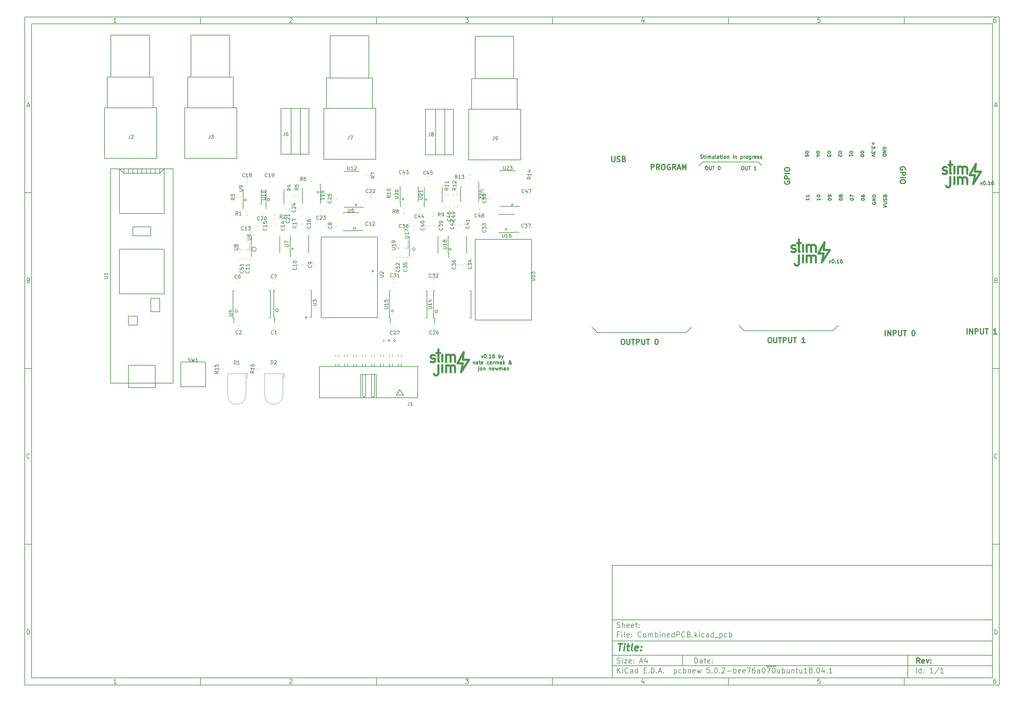
<source format=gto>
G04 #@! TF.GenerationSoftware,KiCad,Pcbnew,5.0.2-bee76a0~70~ubuntu18.04.1*
G04 #@! TF.CreationDate,2019-02-25T13:51:23+02:00*
G04 #@! TF.ProjectId,CombinedPCB,436f6d62-696e-4656-9450-43422e6b6963,rev?*
G04 #@! TF.SameCoordinates,Original*
G04 #@! TF.FileFunction,Legend,Top*
G04 #@! TF.FilePolarity,Positive*
%FSLAX46Y46*%
G04 Gerber Fmt 4.6, Leading zero omitted, Abs format (unit mm)*
G04 Created by KiCad (PCBNEW 5.0.2-bee76a0~70~ubuntu18.04.1) date Mon Feb 25 13:51:23 2019*
%MOMM*%
%LPD*%
G01*
G04 APERTURE LIST*
%ADD10C,0.100000*%
%ADD11C,0.150000*%
%ADD12C,0.300000*%
%ADD13C,0.400000*%
%ADD14C,0.600000*%
%ADD15C,0.200000*%
%ADD16C,0.250000*%
%ADD17C,0.225000*%
%ADD18C,0.120000*%
G04 APERTURE END LIST*
D10*
D11*
X177002200Y-166007200D02*
X177002200Y-198007200D01*
X285002200Y-198007200D01*
X285002200Y-166007200D01*
X177002200Y-166007200D01*
D10*
D11*
X10000000Y-10000000D02*
X10000000Y-200007200D01*
X287002200Y-200007200D01*
X287002200Y-10000000D01*
X10000000Y-10000000D01*
D10*
D11*
X12000000Y-12000000D02*
X12000000Y-198007200D01*
X285002200Y-198007200D01*
X285002200Y-12000000D01*
X12000000Y-12000000D01*
D10*
D11*
X60000000Y-12000000D02*
X60000000Y-10000000D01*
D10*
D11*
X110000000Y-12000000D02*
X110000000Y-10000000D01*
D10*
D11*
X160000000Y-12000000D02*
X160000000Y-10000000D01*
D10*
D11*
X210000000Y-12000000D02*
X210000000Y-10000000D01*
D10*
D11*
X260000000Y-12000000D02*
X260000000Y-10000000D01*
D10*
D11*
X36065476Y-11588095D02*
X35322619Y-11588095D01*
X35694047Y-11588095D02*
X35694047Y-10288095D01*
X35570238Y-10473809D01*
X35446428Y-10597619D01*
X35322619Y-10659523D01*
D10*
D11*
X85322619Y-10411904D02*
X85384523Y-10350000D01*
X85508333Y-10288095D01*
X85817857Y-10288095D01*
X85941666Y-10350000D01*
X86003571Y-10411904D01*
X86065476Y-10535714D01*
X86065476Y-10659523D01*
X86003571Y-10845238D01*
X85260714Y-11588095D01*
X86065476Y-11588095D01*
D10*
D11*
X135260714Y-10288095D02*
X136065476Y-10288095D01*
X135632142Y-10783333D01*
X135817857Y-10783333D01*
X135941666Y-10845238D01*
X136003571Y-10907142D01*
X136065476Y-11030952D01*
X136065476Y-11340476D01*
X136003571Y-11464285D01*
X135941666Y-11526190D01*
X135817857Y-11588095D01*
X135446428Y-11588095D01*
X135322619Y-11526190D01*
X135260714Y-11464285D01*
D10*
D11*
X185941666Y-10721428D02*
X185941666Y-11588095D01*
X185632142Y-10226190D02*
X185322619Y-11154761D01*
X186127380Y-11154761D01*
D10*
D11*
X236003571Y-10288095D02*
X235384523Y-10288095D01*
X235322619Y-10907142D01*
X235384523Y-10845238D01*
X235508333Y-10783333D01*
X235817857Y-10783333D01*
X235941666Y-10845238D01*
X236003571Y-10907142D01*
X236065476Y-11030952D01*
X236065476Y-11340476D01*
X236003571Y-11464285D01*
X235941666Y-11526190D01*
X235817857Y-11588095D01*
X235508333Y-11588095D01*
X235384523Y-11526190D01*
X235322619Y-11464285D01*
D10*
D11*
X285941666Y-10288095D02*
X285694047Y-10288095D01*
X285570238Y-10350000D01*
X285508333Y-10411904D01*
X285384523Y-10597619D01*
X285322619Y-10845238D01*
X285322619Y-11340476D01*
X285384523Y-11464285D01*
X285446428Y-11526190D01*
X285570238Y-11588095D01*
X285817857Y-11588095D01*
X285941666Y-11526190D01*
X286003571Y-11464285D01*
X286065476Y-11340476D01*
X286065476Y-11030952D01*
X286003571Y-10907142D01*
X285941666Y-10845238D01*
X285817857Y-10783333D01*
X285570238Y-10783333D01*
X285446428Y-10845238D01*
X285384523Y-10907142D01*
X285322619Y-11030952D01*
D10*
D11*
X60000000Y-198007200D02*
X60000000Y-200007200D01*
D10*
D11*
X110000000Y-198007200D02*
X110000000Y-200007200D01*
D10*
D11*
X160000000Y-198007200D02*
X160000000Y-200007200D01*
D10*
D11*
X210000000Y-198007200D02*
X210000000Y-200007200D01*
D10*
D11*
X260000000Y-198007200D02*
X260000000Y-200007200D01*
D10*
D11*
X36065476Y-199595295D02*
X35322619Y-199595295D01*
X35694047Y-199595295D02*
X35694047Y-198295295D01*
X35570238Y-198481009D01*
X35446428Y-198604819D01*
X35322619Y-198666723D01*
D10*
D11*
X85322619Y-198419104D02*
X85384523Y-198357200D01*
X85508333Y-198295295D01*
X85817857Y-198295295D01*
X85941666Y-198357200D01*
X86003571Y-198419104D01*
X86065476Y-198542914D01*
X86065476Y-198666723D01*
X86003571Y-198852438D01*
X85260714Y-199595295D01*
X86065476Y-199595295D01*
D10*
D11*
X135260714Y-198295295D02*
X136065476Y-198295295D01*
X135632142Y-198790533D01*
X135817857Y-198790533D01*
X135941666Y-198852438D01*
X136003571Y-198914342D01*
X136065476Y-199038152D01*
X136065476Y-199347676D01*
X136003571Y-199471485D01*
X135941666Y-199533390D01*
X135817857Y-199595295D01*
X135446428Y-199595295D01*
X135322619Y-199533390D01*
X135260714Y-199471485D01*
D10*
D11*
X185941666Y-198728628D02*
X185941666Y-199595295D01*
X185632142Y-198233390D02*
X185322619Y-199161961D01*
X186127380Y-199161961D01*
D10*
D11*
X236003571Y-198295295D02*
X235384523Y-198295295D01*
X235322619Y-198914342D01*
X235384523Y-198852438D01*
X235508333Y-198790533D01*
X235817857Y-198790533D01*
X235941666Y-198852438D01*
X236003571Y-198914342D01*
X236065476Y-199038152D01*
X236065476Y-199347676D01*
X236003571Y-199471485D01*
X235941666Y-199533390D01*
X235817857Y-199595295D01*
X235508333Y-199595295D01*
X235384523Y-199533390D01*
X235322619Y-199471485D01*
D10*
D11*
X285941666Y-198295295D02*
X285694047Y-198295295D01*
X285570238Y-198357200D01*
X285508333Y-198419104D01*
X285384523Y-198604819D01*
X285322619Y-198852438D01*
X285322619Y-199347676D01*
X285384523Y-199471485D01*
X285446428Y-199533390D01*
X285570238Y-199595295D01*
X285817857Y-199595295D01*
X285941666Y-199533390D01*
X286003571Y-199471485D01*
X286065476Y-199347676D01*
X286065476Y-199038152D01*
X286003571Y-198914342D01*
X285941666Y-198852438D01*
X285817857Y-198790533D01*
X285570238Y-198790533D01*
X285446428Y-198852438D01*
X285384523Y-198914342D01*
X285322619Y-199038152D01*
D10*
D11*
X10000000Y-60000000D02*
X12000000Y-60000000D01*
D10*
D11*
X10000000Y-110000000D02*
X12000000Y-110000000D01*
D10*
D11*
X10000000Y-160000000D02*
X12000000Y-160000000D01*
D10*
D11*
X10690476Y-35216666D02*
X11309523Y-35216666D01*
X10566666Y-35588095D02*
X11000000Y-34288095D01*
X11433333Y-35588095D01*
D10*
D11*
X11092857Y-84907142D02*
X11278571Y-84969047D01*
X11340476Y-85030952D01*
X11402380Y-85154761D01*
X11402380Y-85340476D01*
X11340476Y-85464285D01*
X11278571Y-85526190D01*
X11154761Y-85588095D01*
X10659523Y-85588095D01*
X10659523Y-84288095D01*
X11092857Y-84288095D01*
X11216666Y-84350000D01*
X11278571Y-84411904D01*
X11340476Y-84535714D01*
X11340476Y-84659523D01*
X11278571Y-84783333D01*
X11216666Y-84845238D01*
X11092857Y-84907142D01*
X10659523Y-84907142D01*
D10*
D11*
X11402380Y-135464285D02*
X11340476Y-135526190D01*
X11154761Y-135588095D01*
X11030952Y-135588095D01*
X10845238Y-135526190D01*
X10721428Y-135402380D01*
X10659523Y-135278571D01*
X10597619Y-135030952D01*
X10597619Y-134845238D01*
X10659523Y-134597619D01*
X10721428Y-134473809D01*
X10845238Y-134350000D01*
X11030952Y-134288095D01*
X11154761Y-134288095D01*
X11340476Y-134350000D01*
X11402380Y-134411904D01*
D10*
D11*
X10659523Y-185588095D02*
X10659523Y-184288095D01*
X10969047Y-184288095D01*
X11154761Y-184350000D01*
X11278571Y-184473809D01*
X11340476Y-184597619D01*
X11402380Y-184845238D01*
X11402380Y-185030952D01*
X11340476Y-185278571D01*
X11278571Y-185402380D01*
X11154761Y-185526190D01*
X10969047Y-185588095D01*
X10659523Y-185588095D01*
D10*
D11*
X287002200Y-60000000D02*
X285002200Y-60000000D01*
D10*
D11*
X287002200Y-110000000D02*
X285002200Y-110000000D01*
D10*
D11*
X287002200Y-160000000D02*
X285002200Y-160000000D01*
D10*
D11*
X285692676Y-35216666D02*
X286311723Y-35216666D01*
X285568866Y-35588095D02*
X286002200Y-34288095D01*
X286435533Y-35588095D01*
D10*
D11*
X286095057Y-84907142D02*
X286280771Y-84969047D01*
X286342676Y-85030952D01*
X286404580Y-85154761D01*
X286404580Y-85340476D01*
X286342676Y-85464285D01*
X286280771Y-85526190D01*
X286156961Y-85588095D01*
X285661723Y-85588095D01*
X285661723Y-84288095D01*
X286095057Y-84288095D01*
X286218866Y-84350000D01*
X286280771Y-84411904D01*
X286342676Y-84535714D01*
X286342676Y-84659523D01*
X286280771Y-84783333D01*
X286218866Y-84845238D01*
X286095057Y-84907142D01*
X285661723Y-84907142D01*
D10*
D11*
X286404580Y-135464285D02*
X286342676Y-135526190D01*
X286156961Y-135588095D01*
X286033152Y-135588095D01*
X285847438Y-135526190D01*
X285723628Y-135402380D01*
X285661723Y-135278571D01*
X285599819Y-135030952D01*
X285599819Y-134845238D01*
X285661723Y-134597619D01*
X285723628Y-134473809D01*
X285847438Y-134350000D01*
X286033152Y-134288095D01*
X286156961Y-134288095D01*
X286342676Y-134350000D01*
X286404580Y-134411904D01*
D10*
D11*
X285661723Y-185588095D02*
X285661723Y-184288095D01*
X285971247Y-184288095D01*
X286156961Y-184350000D01*
X286280771Y-184473809D01*
X286342676Y-184597619D01*
X286404580Y-184845238D01*
X286404580Y-185030952D01*
X286342676Y-185278571D01*
X286280771Y-185402380D01*
X286156961Y-185526190D01*
X285971247Y-185588095D01*
X285661723Y-185588095D01*
D10*
D11*
X200434342Y-193785771D02*
X200434342Y-192285771D01*
X200791485Y-192285771D01*
X201005771Y-192357200D01*
X201148628Y-192500057D01*
X201220057Y-192642914D01*
X201291485Y-192928628D01*
X201291485Y-193142914D01*
X201220057Y-193428628D01*
X201148628Y-193571485D01*
X201005771Y-193714342D01*
X200791485Y-193785771D01*
X200434342Y-193785771D01*
X202577200Y-193785771D02*
X202577200Y-193000057D01*
X202505771Y-192857200D01*
X202362914Y-192785771D01*
X202077200Y-192785771D01*
X201934342Y-192857200D01*
X202577200Y-193714342D02*
X202434342Y-193785771D01*
X202077200Y-193785771D01*
X201934342Y-193714342D01*
X201862914Y-193571485D01*
X201862914Y-193428628D01*
X201934342Y-193285771D01*
X202077200Y-193214342D01*
X202434342Y-193214342D01*
X202577200Y-193142914D01*
X203077200Y-192785771D02*
X203648628Y-192785771D01*
X203291485Y-192285771D02*
X203291485Y-193571485D01*
X203362914Y-193714342D01*
X203505771Y-193785771D01*
X203648628Y-193785771D01*
X204720057Y-193714342D02*
X204577200Y-193785771D01*
X204291485Y-193785771D01*
X204148628Y-193714342D01*
X204077200Y-193571485D01*
X204077200Y-193000057D01*
X204148628Y-192857200D01*
X204291485Y-192785771D01*
X204577200Y-192785771D01*
X204720057Y-192857200D01*
X204791485Y-193000057D01*
X204791485Y-193142914D01*
X204077200Y-193285771D01*
X205434342Y-193642914D02*
X205505771Y-193714342D01*
X205434342Y-193785771D01*
X205362914Y-193714342D01*
X205434342Y-193642914D01*
X205434342Y-193785771D01*
X205434342Y-192857200D02*
X205505771Y-192928628D01*
X205434342Y-193000057D01*
X205362914Y-192928628D01*
X205434342Y-192857200D01*
X205434342Y-193000057D01*
D10*
D11*
X177002200Y-194507200D02*
X285002200Y-194507200D01*
D10*
D11*
X178434342Y-196585771D02*
X178434342Y-195085771D01*
X179291485Y-196585771D02*
X178648628Y-195728628D01*
X179291485Y-195085771D02*
X178434342Y-195942914D01*
X179934342Y-196585771D02*
X179934342Y-195585771D01*
X179934342Y-195085771D02*
X179862914Y-195157200D01*
X179934342Y-195228628D01*
X180005771Y-195157200D01*
X179934342Y-195085771D01*
X179934342Y-195228628D01*
X181505771Y-196442914D02*
X181434342Y-196514342D01*
X181220057Y-196585771D01*
X181077200Y-196585771D01*
X180862914Y-196514342D01*
X180720057Y-196371485D01*
X180648628Y-196228628D01*
X180577200Y-195942914D01*
X180577200Y-195728628D01*
X180648628Y-195442914D01*
X180720057Y-195300057D01*
X180862914Y-195157200D01*
X181077200Y-195085771D01*
X181220057Y-195085771D01*
X181434342Y-195157200D01*
X181505771Y-195228628D01*
X182791485Y-196585771D02*
X182791485Y-195800057D01*
X182720057Y-195657200D01*
X182577200Y-195585771D01*
X182291485Y-195585771D01*
X182148628Y-195657200D01*
X182791485Y-196514342D02*
X182648628Y-196585771D01*
X182291485Y-196585771D01*
X182148628Y-196514342D01*
X182077200Y-196371485D01*
X182077200Y-196228628D01*
X182148628Y-196085771D01*
X182291485Y-196014342D01*
X182648628Y-196014342D01*
X182791485Y-195942914D01*
X184148628Y-196585771D02*
X184148628Y-195085771D01*
X184148628Y-196514342D02*
X184005771Y-196585771D01*
X183720057Y-196585771D01*
X183577200Y-196514342D01*
X183505771Y-196442914D01*
X183434342Y-196300057D01*
X183434342Y-195871485D01*
X183505771Y-195728628D01*
X183577200Y-195657200D01*
X183720057Y-195585771D01*
X184005771Y-195585771D01*
X184148628Y-195657200D01*
X186005771Y-195800057D02*
X186505771Y-195800057D01*
X186720057Y-196585771D02*
X186005771Y-196585771D01*
X186005771Y-195085771D01*
X186720057Y-195085771D01*
X187362914Y-196442914D02*
X187434342Y-196514342D01*
X187362914Y-196585771D01*
X187291485Y-196514342D01*
X187362914Y-196442914D01*
X187362914Y-196585771D01*
X188077200Y-196585771D02*
X188077200Y-195085771D01*
X188434342Y-195085771D01*
X188648628Y-195157200D01*
X188791485Y-195300057D01*
X188862914Y-195442914D01*
X188934342Y-195728628D01*
X188934342Y-195942914D01*
X188862914Y-196228628D01*
X188791485Y-196371485D01*
X188648628Y-196514342D01*
X188434342Y-196585771D01*
X188077200Y-196585771D01*
X189577200Y-196442914D02*
X189648628Y-196514342D01*
X189577200Y-196585771D01*
X189505771Y-196514342D01*
X189577200Y-196442914D01*
X189577200Y-196585771D01*
X190220057Y-196157200D02*
X190934342Y-196157200D01*
X190077200Y-196585771D02*
X190577200Y-195085771D01*
X191077200Y-196585771D01*
X191577200Y-196442914D02*
X191648628Y-196514342D01*
X191577200Y-196585771D01*
X191505771Y-196514342D01*
X191577200Y-196442914D01*
X191577200Y-196585771D01*
X194577200Y-195585771D02*
X194577200Y-197085771D01*
X194577200Y-195657200D02*
X194720057Y-195585771D01*
X195005771Y-195585771D01*
X195148628Y-195657200D01*
X195220057Y-195728628D01*
X195291485Y-195871485D01*
X195291485Y-196300057D01*
X195220057Y-196442914D01*
X195148628Y-196514342D01*
X195005771Y-196585771D01*
X194720057Y-196585771D01*
X194577200Y-196514342D01*
X196577200Y-196514342D02*
X196434342Y-196585771D01*
X196148628Y-196585771D01*
X196005771Y-196514342D01*
X195934342Y-196442914D01*
X195862914Y-196300057D01*
X195862914Y-195871485D01*
X195934342Y-195728628D01*
X196005771Y-195657200D01*
X196148628Y-195585771D01*
X196434342Y-195585771D01*
X196577200Y-195657200D01*
X197220057Y-196585771D02*
X197220057Y-195085771D01*
X197220057Y-195657200D02*
X197362914Y-195585771D01*
X197648628Y-195585771D01*
X197791485Y-195657200D01*
X197862914Y-195728628D01*
X197934342Y-195871485D01*
X197934342Y-196300057D01*
X197862914Y-196442914D01*
X197791485Y-196514342D01*
X197648628Y-196585771D01*
X197362914Y-196585771D01*
X197220057Y-196514342D01*
X198577200Y-195585771D02*
X198577200Y-196585771D01*
X198577200Y-195728628D02*
X198648628Y-195657200D01*
X198791485Y-195585771D01*
X199005771Y-195585771D01*
X199148628Y-195657200D01*
X199220057Y-195800057D01*
X199220057Y-196585771D01*
X200505771Y-196514342D02*
X200362914Y-196585771D01*
X200077200Y-196585771D01*
X199934342Y-196514342D01*
X199862914Y-196371485D01*
X199862914Y-195800057D01*
X199934342Y-195657200D01*
X200077200Y-195585771D01*
X200362914Y-195585771D01*
X200505771Y-195657200D01*
X200577200Y-195800057D01*
X200577200Y-195942914D01*
X199862914Y-196085771D01*
X201077200Y-195585771D02*
X201362914Y-196585771D01*
X201648628Y-195871485D01*
X201934342Y-196585771D01*
X202220057Y-195585771D01*
X204648628Y-195085771D02*
X203934342Y-195085771D01*
X203862914Y-195800057D01*
X203934342Y-195728628D01*
X204077200Y-195657200D01*
X204434342Y-195657200D01*
X204577200Y-195728628D01*
X204648628Y-195800057D01*
X204720057Y-195942914D01*
X204720057Y-196300057D01*
X204648628Y-196442914D01*
X204577200Y-196514342D01*
X204434342Y-196585771D01*
X204077200Y-196585771D01*
X203934342Y-196514342D01*
X203862914Y-196442914D01*
X205362914Y-196442914D02*
X205434342Y-196514342D01*
X205362914Y-196585771D01*
X205291485Y-196514342D01*
X205362914Y-196442914D01*
X205362914Y-196585771D01*
X206362914Y-195085771D02*
X206505771Y-195085771D01*
X206648628Y-195157200D01*
X206720057Y-195228628D01*
X206791485Y-195371485D01*
X206862914Y-195657200D01*
X206862914Y-196014342D01*
X206791485Y-196300057D01*
X206720057Y-196442914D01*
X206648628Y-196514342D01*
X206505771Y-196585771D01*
X206362914Y-196585771D01*
X206220057Y-196514342D01*
X206148628Y-196442914D01*
X206077200Y-196300057D01*
X206005771Y-196014342D01*
X206005771Y-195657200D01*
X206077200Y-195371485D01*
X206148628Y-195228628D01*
X206220057Y-195157200D01*
X206362914Y-195085771D01*
X207505771Y-196442914D02*
X207577200Y-196514342D01*
X207505771Y-196585771D01*
X207434342Y-196514342D01*
X207505771Y-196442914D01*
X207505771Y-196585771D01*
X208148628Y-195228628D02*
X208220057Y-195157200D01*
X208362914Y-195085771D01*
X208720057Y-195085771D01*
X208862914Y-195157200D01*
X208934342Y-195228628D01*
X209005771Y-195371485D01*
X209005771Y-195514342D01*
X208934342Y-195728628D01*
X208077200Y-196585771D01*
X209005771Y-196585771D01*
X209648628Y-196014342D02*
X210791485Y-196014342D01*
X211505771Y-196585771D02*
X211505771Y-195085771D01*
X211505771Y-195657200D02*
X211648628Y-195585771D01*
X211934342Y-195585771D01*
X212077200Y-195657200D01*
X212148628Y-195728628D01*
X212220057Y-195871485D01*
X212220057Y-196300057D01*
X212148628Y-196442914D01*
X212077200Y-196514342D01*
X211934342Y-196585771D01*
X211648628Y-196585771D01*
X211505771Y-196514342D01*
X213434342Y-196514342D02*
X213291485Y-196585771D01*
X213005771Y-196585771D01*
X212862914Y-196514342D01*
X212791485Y-196371485D01*
X212791485Y-195800057D01*
X212862914Y-195657200D01*
X213005771Y-195585771D01*
X213291485Y-195585771D01*
X213434342Y-195657200D01*
X213505771Y-195800057D01*
X213505771Y-195942914D01*
X212791485Y-196085771D01*
X214720057Y-196514342D02*
X214577200Y-196585771D01*
X214291485Y-196585771D01*
X214148628Y-196514342D01*
X214077200Y-196371485D01*
X214077200Y-195800057D01*
X214148628Y-195657200D01*
X214291485Y-195585771D01*
X214577200Y-195585771D01*
X214720057Y-195657200D01*
X214791485Y-195800057D01*
X214791485Y-195942914D01*
X214077200Y-196085771D01*
X215291485Y-195085771D02*
X216291485Y-195085771D01*
X215648628Y-196585771D01*
X217505771Y-195085771D02*
X217220057Y-195085771D01*
X217077200Y-195157200D01*
X217005771Y-195228628D01*
X216862914Y-195442914D01*
X216791485Y-195728628D01*
X216791485Y-196300057D01*
X216862914Y-196442914D01*
X216934342Y-196514342D01*
X217077200Y-196585771D01*
X217362914Y-196585771D01*
X217505771Y-196514342D01*
X217577200Y-196442914D01*
X217648628Y-196300057D01*
X217648628Y-195942914D01*
X217577200Y-195800057D01*
X217505771Y-195728628D01*
X217362914Y-195657200D01*
X217077200Y-195657200D01*
X216934342Y-195728628D01*
X216862914Y-195800057D01*
X216791485Y-195942914D01*
X218934342Y-196585771D02*
X218934342Y-195800057D01*
X218862914Y-195657200D01*
X218720057Y-195585771D01*
X218434342Y-195585771D01*
X218291485Y-195657200D01*
X218934342Y-196514342D02*
X218791485Y-196585771D01*
X218434342Y-196585771D01*
X218291485Y-196514342D01*
X218220057Y-196371485D01*
X218220057Y-196228628D01*
X218291485Y-196085771D01*
X218434342Y-196014342D01*
X218791485Y-196014342D01*
X218934342Y-195942914D01*
X219934342Y-195085771D02*
X220077200Y-195085771D01*
X220220057Y-195157200D01*
X220291485Y-195228628D01*
X220362914Y-195371485D01*
X220434342Y-195657200D01*
X220434342Y-196014342D01*
X220362914Y-196300057D01*
X220291485Y-196442914D01*
X220220057Y-196514342D01*
X220077200Y-196585771D01*
X219934342Y-196585771D01*
X219791485Y-196514342D01*
X219720057Y-196442914D01*
X219648628Y-196300057D01*
X219577200Y-196014342D01*
X219577200Y-195657200D01*
X219648628Y-195371485D01*
X219720057Y-195228628D01*
X219791485Y-195157200D01*
X219934342Y-195085771D01*
X220720057Y-194677200D02*
X222148628Y-194677200D01*
X220934342Y-195085771D02*
X221934342Y-195085771D01*
X221291485Y-196585771D01*
X222148628Y-194677200D02*
X223577200Y-194677200D01*
X222791485Y-195085771D02*
X222934342Y-195085771D01*
X223077200Y-195157200D01*
X223148628Y-195228628D01*
X223220057Y-195371485D01*
X223291485Y-195657200D01*
X223291485Y-196014342D01*
X223220057Y-196300057D01*
X223148628Y-196442914D01*
X223077200Y-196514342D01*
X222934342Y-196585771D01*
X222791485Y-196585771D01*
X222648628Y-196514342D01*
X222577200Y-196442914D01*
X222505771Y-196300057D01*
X222434342Y-196014342D01*
X222434342Y-195657200D01*
X222505771Y-195371485D01*
X222577200Y-195228628D01*
X222648628Y-195157200D01*
X222791485Y-195085771D01*
X224577200Y-195585771D02*
X224577200Y-196585771D01*
X223934342Y-195585771D02*
X223934342Y-196371485D01*
X224005771Y-196514342D01*
X224148628Y-196585771D01*
X224362914Y-196585771D01*
X224505771Y-196514342D01*
X224577200Y-196442914D01*
X225291485Y-196585771D02*
X225291485Y-195085771D01*
X225291485Y-195657200D02*
X225434342Y-195585771D01*
X225720057Y-195585771D01*
X225862914Y-195657200D01*
X225934342Y-195728628D01*
X226005771Y-195871485D01*
X226005771Y-196300057D01*
X225934342Y-196442914D01*
X225862914Y-196514342D01*
X225720057Y-196585771D01*
X225434342Y-196585771D01*
X225291485Y-196514342D01*
X227291485Y-195585771D02*
X227291485Y-196585771D01*
X226648628Y-195585771D02*
X226648628Y-196371485D01*
X226720057Y-196514342D01*
X226862914Y-196585771D01*
X227077200Y-196585771D01*
X227220057Y-196514342D01*
X227291485Y-196442914D01*
X228005771Y-195585771D02*
X228005771Y-196585771D01*
X228005771Y-195728628D02*
X228077200Y-195657200D01*
X228220057Y-195585771D01*
X228434342Y-195585771D01*
X228577200Y-195657200D01*
X228648628Y-195800057D01*
X228648628Y-196585771D01*
X229148628Y-195585771D02*
X229720057Y-195585771D01*
X229362914Y-195085771D02*
X229362914Y-196371485D01*
X229434342Y-196514342D01*
X229577200Y-196585771D01*
X229720057Y-196585771D01*
X230862914Y-195585771D02*
X230862914Y-196585771D01*
X230220057Y-195585771D02*
X230220057Y-196371485D01*
X230291485Y-196514342D01*
X230434342Y-196585771D01*
X230648628Y-196585771D01*
X230791485Y-196514342D01*
X230862914Y-196442914D01*
X232362914Y-196585771D02*
X231505771Y-196585771D01*
X231934342Y-196585771D02*
X231934342Y-195085771D01*
X231791485Y-195300057D01*
X231648628Y-195442914D01*
X231505771Y-195514342D01*
X233220057Y-195728628D02*
X233077200Y-195657200D01*
X233005771Y-195585771D01*
X232934342Y-195442914D01*
X232934342Y-195371485D01*
X233005771Y-195228628D01*
X233077200Y-195157200D01*
X233220057Y-195085771D01*
X233505771Y-195085771D01*
X233648628Y-195157200D01*
X233720057Y-195228628D01*
X233791485Y-195371485D01*
X233791485Y-195442914D01*
X233720057Y-195585771D01*
X233648628Y-195657200D01*
X233505771Y-195728628D01*
X233220057Y-195728628D01*
X233077200Y-195800057D01*
X233005771Y-195871485D01*
X232934342Y-196014342D01*
X232934342Y-196300057D01*
X233005771Y-196442914D01*
X233077200Y-196514342D01*
X233220057Y-196585771D01*
X233505771Y-196585771D01*
X233648628Y-196514342D01*
X233720057Y-196442914D01*
X233791485Y-196300057D01*
X233791485Y-196014342D01*
X233720057Y-195871485D01*
X233648628Y-195800057D01*
X233505771Y-195728628D01*
X234434342Y-196442914D02*
X234505771Y-196514342D01*
X234434342Y-196585771D01*
X234362914Y-196514342D01*
X234434342Y-196442914D01*
X234434342Y-196585771D01*
X235434342Y-195085771D02*
X235577200Y-195085771D01*
X235720057Y-195157200D01*
X235791485Y-195228628D01*
X235862914Y-195371485D01*
X235934342Y-195657200D01*
X235934342Y-196014342D01*
X235862914Y-196300057D01*
X235791485Y-196442914D01*
X235720057Y-196514342D01*
X235577200Y-196585771D01*
X235434342Y-196585771D01*
X235291485Y-196514342D01*
X235220057Y-196442914D01*
X235148628Y-196300057D01*
X235077200Y-196014342D01*
X235077200Y-195657200D01*
X235148628Y-195371485D01*
X235220057Y-195228628D01*
X235291485Y-195157200D01*
X235434342Y-195085771D01*
X237220057Y-195585771D02*
X237220057Y-196585771D01*
X236862914Y-195014342D02*
X236505771Y-196085771D01*
X237434342Y-196085771D01*
X238005771Y-196442914D02*
X238077199Y-196514342D01*
X238005771Y-196585771D01*
X237934342Y-196514342D01*
X238005771Y-196442914D01*
X238005771Y-196585771D01*
X239505771Y-196585771D02*
X238648628Y-196585771D01*
X239077200Y-196585771D02*
X239077200Y-195085771D01*
X238934342Y-195300057D01*
X238791485Y-195442914D01*
X238648628Y-195514342D01*
D10*
D11*
X177002200Y-191507200D02*
X285002200Y-191507200D01*
D10*
D12*
X264411485Y-193785771D02*
X263911485Y-193071485D01*
X263554342Y-193785771D02*
X263554342Y-192285771D01*
X264125771Y-192285771D01*
X264268628Y-192357200D01*
X264340057Y-192428628D01*
X264411485Y-192571485D01*
X264411485Y-192785771D01*
X264340057Y-192928628D01*
X264268628Y-193000057D01*
X264125771Y-193071485D01*
X263554342Y-193071485D01*
X265625771Y-193714342D02*
X265482914Y-193785771D01*
X265197200Y-193785771D01*
X265054342Y-193714342D01*
X264982914Y-193571485D01*
X264982914Y-193000057D01*
X265054342Y-192857200D01*
X265197200Y-192785771D01*
X265482914Y-192785771D01*
X265625771Y-192857200D01*
X265697200Y-193000057D01*
X265697200Y-193142914D01*
X264982914Y-193285771D01*
X266197200Y-192785771D02*
X266554342Y-193785771D01*
X266911485Y-192785771D01*
X267482914Y-193642914D02*
X267554342Y-193714342D01*
X267482914Y-193785771D01*
X267411485Y-193714342D01*
X267482914Y-193642914D01*
X267482914Y-193785771D01*
X267482914Y-192857200D02*
X267554342Y-192928628D01*
X267482914Y-193000057D01*
X267411485Y-192928628D01*
X267482914Y-192857200D01*
X267482914Y-193000057D01*
D10*
D11*
X178362914Y-193714342D02*
X178577200Y-193785771D01*
X178934342Y-193785771D01*
X179077200Y-193714342D01*
X179148628Y-193642914D01*
X179220057Y-193500057D01*
X179220057Y-193357200D01*
X179148628Y-193214342D01*
X179077200Y-193142914D01*
X178934342Y-193071485D01*
X178648628Y-193000057D01*
X178505771Y-192928628D01*
X178434342Y-192857200D01*
X178362914Y-192714342D01*
X178362914Y-192571485D01*
X178434342Y-192428628D01*
X178505771Y-192357200D01*
X178648628Y-192285771D01*
X179005771Y-192285771D01*
X179220057Y-192357200D01*
X179862914Y-193785771D02*
X179862914Y-192785771D01*
X179862914Y-192285771D02*
X179791485Y-192357200D01*
X179862914Y-192428628D01*
X179934342Y-192357200D01*
X179862914Y-192285771D01*
X179862914Y-192428628D01*
X180434342Y-192785771D02*
X181220057Y-192785771D01*
X180434342Y-193785771D01*
X181220057Y-193785771D01*
X182362914Y-193714342D02*
X182220057Y-193785771D01*
X181934342Y-193785771D01*
X181791485Y-193714342D01*
X181720057Y-193571485D01*
X181720057Y-193000057D01*
X181791485Y-192857200D01*
X181934342Y-192785771D01*
X182220057Y-192785771D01*
X182362914Y-192857200D01*
X182434342Y-193000057D01*
X182434342Y-193142914D01*
X181720057Y-193285771D01*
X183077200Y-193642914D02*
X183148628Y-193714342D01*
X183077200Y-193785771D01*
X183005771Y-193714342D01*
X183077200Y-193642914D01*
X183077200Y-193785771D01*
X183077200Y-192857200D02*
X183148628Y-192928628D01*
X183077200Y-193000057D01*
X183005771Y-192928628D01*
X183077200Y-192857200D01*
X183077200Y-193000057D01*
X184862914Y-193357200D02*
X185577200Y-193357200D01*
X184720057Y-193785771D02*
X185220057Y-192285771D01*
X185720057Y-193785771D01*
X186862914Y-192785771D02*
X186862914Y-193785771D01*
X186505771Y-192214342D02*
X186148628Y-193285771D01*
X187077200Y-193285771D01*
D10*
D11*
X263434342Y-196585771D02*
X263434342Y-195085771D01*
X264791485Y-196585771D02*
X264791485Y-195085771D01*
X264791485Y-196514342D02*
X264648628Y-196585771D01*
X264362914Y-196585771D01*
X264220057Y-196514342D01*
X264148628Y-196442914D01*
X264077200Y-196300057D01*
X264077200Y-195871485D01*
X264148628Y-195728628D01*
X264220057Y-195657200D01*
X264362914Y-195585771D01*
X264648628Y-195585771D01*
X264791485Y-195657200D01*
X265505771Y-196442914D02*
X265577200Y-196514342D01*
X265505771Y-196585771D01*
X265434342Y-196514342D01*
X265505771Y-196442914D01*
X265505771Y-196585771D01*
X265505771Y-195657200D02*
X265577200Y-195728628D01*
X265505771Y-195800057D01*
X265434342Y-195728628D01*
X265505771Y-195657200D01*
X265505771Y-195800057D01*
X268148628Y-196585771D02*
X267291485Y-196585771D01*
X267720057Y-196585771D02*
X267720057Y-195085771D01*
X267577200Y-195300057D01*
X267434342Y-195442914D01*
X267291485Y-195514342D01*
X269862914Y-195014342D02*
X268577200Y-196942914D01*
X271148628Y-196585771D02*
X270291485Y-196585771D01*
X270720057Y-196585771D02*
X270720057Y-195085771D01*
X270577200Y-195300057D01*
X270434342Y-195442914D01*
X270291485Y-195514342D01*
D10*
D11*
X177002200Y-187507200D02*
X285002200Y-187507200D01*
D10*
D13*
X178714580Y-188211961D02*
X179857438Y-188211961D01*
X179036009Y-190211961D02*
X179286009Y-188211961D01*
X180274104Y-190211961D02*
X180440771Y-188878628D01*
X180524104Y-188211961D02*
X180416961Y-188307200D01*
X180500295Y-188402438D01*
X180607438Y-188307200D01*
X180524104Y-188211961D01*
X180500295Y-188402438D01*
X181107438Y-188878628D02*
X181869342Y-188878628D01*
X181476485Y-188211961D02*
X181262200Y-189926247D01*
X181333628Y-190116723D01*
X181512200Y-190211961D01*
X181702676Y-190211961D01*
X182655057Y-190211961D02*
X182476485Y-190116723D01*
X182405057Y-189926247D01*
X182619342Y-188211961D01*
X184190771Y-190116723D02*
X183988390Y-190211961D01*
X183607438Y-190211961D01*
X183428866Y-190116723D01*
X183357438Y-189926247D01*
X183452676Y-189164342D01*
X183571723Y-188973866D01*
X183774104Y-188878628D01*
X184155057Y-188878628D01*
X184333628Y-188973866D01*
X184405057Y-189164342D01*
X184381247Y-189354819D01*
X183405057Y-189545295D01*
X185155057Y-190021485D02*
X185238390Y-190116723D01*
X185131247Y-190211961D01*
X185047914Y-190116723D01*
X185155057Y-190021485D01*
X185131247Y-190211961D01*
X185286009Y-188973866D02*
X185369342Y-189069104D01*
X185262200Y-189164342D01*
X185178866Y-189069104D01*
X185286009Y-188973866D01*
X185262200Y-189164342D01*
D10*
D11*
X178934342Y-185600057D02*
X178434342Y-185600057D01*
X178434342Y-186385771D02*
X178434342Y-184885771D01*
X179148628Y-184885771D01*
X179720057Y-186385771D02*
X179720057Y-185385771D01*
X179720057Y-184885771D02*
X179648628Y-184957200D01*
X179720057Y-185028628D01*
X179791485Y-184957200D01*
X179720057Y-184885771D01*
X179720057Y-185028628D01*
X180648628Y-186385771D02*
X180505771Y-186314342D01*
X180434342Y-186171485D01*
X180434342Y-184885771D01*
X181791485Y-186314342D02*
X181648628Y-186385771D01*
X181362914Y-186385771D01*
X181220057Y-186314342D01*
X181148628Y-186171485D01*
X181148628Y-185600057D01*
X181220057Y-185457200D01*
X181362914Y-185385771D01*
X181648628Y-185385771D01*
X181791485Y-185457200D01*
X181862914Y-185600057D01*
X181862914Y-185742914D01*
X181148628Y-185885771D01*
X182505771Y-186242914D02*
X182577200Y-186314342D01*
X182505771Y-186385771D01*
X182434342Y-186314342D01*
X182505771Y-186242914D01*
X182505771Y-186385771D01*
X182505771Y-185457200D02*
X182577200Y-185528628D01*
X182505771Y-185600057D01*
X182434342Y-185528628D01*
X182505771Y-185457200D01*
X182505771Y-185600057D01*
X185220057Y-186242914D02*
X185148628Y-186314342D01*
X184934342Y-186385771D01*
X184791485Y-186385771D01*
X184577200Y-186314342D01*
X184434342Y-186171485D01*
X184362914Y-186028628D01*
X184291485Y-185742914D01*
X184291485Y-185528628D01*
X184362914Y-185242914D01*
X184434342Y-185100057D01*
X184577200Y-184957200D01*
X184791485Y-184885771D01*
X184934342Y-184885771D01*
X185148628Y-184957200D01*
X185220057Y-185028628D01*
X186077200Y-186385771D02*
X185934342Y-186314342D01*
X185862914Y-186242914D01*
X185791485Y-186100057D01*
X185791485Y-185671485D01*
X185862914Y-185528628D01*
X185934342Y-185457200D01*
X186077200Y-185385771D01*
X186291485Y-185385771D01*
X186434342Y-185457200D01*
X186505771Y-185528628D01*
X186577200Y-185671485D01*
X186577200Y-186100057D01*
X186505771Y-186242914D01*
X186434342Y-186314342D01*
X186291485Y-186385771D01*
X186077200Y-186385771D01*
X187220057Y-186385771D02*
X187220057Y-185385771D01*
X187220057Y-185528628D02*
X187291485Y-185457200D01*
X187434342Y-185385771D01*
X187648628Y-185385771D01*
X187791485Y-185457200D01*
X187862914Y-185600057D01*
X187862914Y-186385771D01*
X187862914Y-185600057D02*
X187934342Y-185457200D01*
X188077200Y-185385771D01*
X188291485Y-185385771D01*
X188434342Y-185457200D01*
X188505771Y-185600057D01*
X188505771Y-186385771D01*
X189220057Y-186385771D02*
X189220057Y-184885771D01*
X189220057Y-185457200D02*
X189362914Y-185385771D01*
X189648628Y-185385771D01*
X189791485Y-185457200D01*
X189862914Y-185528628D01*
X189934342Y-185671485D01*
X189934342Y-186100057D01*
X189862914Y-186242914D01*
X189791485Y-186314342D01*
X189648628Y-186385771D01*
X189362914Y-186385771D01*
X189220057Y-186314342D01*
X190577200Y-186385771D02*
X190577200Y-185385771D01*
X190577200Y-184885771D02*
X190505771Y-184957200D01*
X190577200Y-185028628D01*
X190648628Y-184957200D01*
X190577200Y-184885771D01*
X190577200Y-185028628D01*
X191291485Y-185385771D02*
X191291485Y-186385771D01*
X191291485Y-185528628D02*
X191362914Y-185457200D01*
X191505771Y-185385771D01*
X191720057Y-185385771D01*
X191862914Y-185457200D01*
X191934342Y-185600057D01*
X191934342Y-186385771D01*
X193220057Y-186314342D02*
X193077200Y-186385771D01*
X192791485Y-186385771D01*
X192648628Y-186314342D01*
X192577200Y-186171485D01*
X192577200Y-185600057D01*
X192648628Y-185457200D01*
X192791485Y-185385771D01*
X193077200Y-185385771D01*
X193220057Y-185457200D01*
X193291485Y-185600057D01*
X193291485Y-185742914D01*
X192577200Y-185885771D01*
X194577200Y-186385771D02*
X194577200Y-184885771D01*
X194577200Y-186314342D02*
X194434342Y-186385771D01*
X194148628Y-186385771D01*
X194005771Y-186314342D01*
X193934342Y-186242914D01*
X193862914Y-186100057D01*
X193862914Y-185671485D01*
X193934342Y-185528628D01*
X194005771Y-185457200D01*
X194148628Y-185385771D01*
X194434342Y-185385771D01*
X194577200Y-185457200D01*
X195291485Y-186385771D02*
X195291485Y-184885771D01*
X195862914Y-184885771D01*
X196005771Y-184957200D01*
X196077200Y-185028628D01*
X196148628Y-185171485D01*
X196148628Y-185385771D01*
X196077200Y-185528628D01*
X196005771Y-185600057D01*
X195862914Y-185671485D01*
X195291485Y-185671485D01*
X197648628Y-186242914D02*
X197577200Y-186314342D01*
X197362914Y-186385771D01*
X197220057Y-186385771D01*
X197005771Y-186314342D01*
X196862914Y-186171485D01*
X196791485Y-186028628D01*
X196720057Y-185742914D01*
X196720057Y-185528628D01*
X196791485Y-185242914D01*
X196862914Y-185100057D01*
X197005771Y-184957200D01*
X197220057Y-184885771D01*
X197362914Y-184885771D01*
X197577200Y-184957200D01*
X197648628Y-185028628D01*
X198791485Y-185600057D02*
X199005771Y-185671485D01*
X199077200Y-185742914D01*
X199148628Y-185885771D01*
X199148628Y-186100057D01*
X199077200Y-186242914D01*
X199005771Y-186314342D01*
X198862914Y-186385771D01*
X198291485Y-186385771D01*
X198291485Y-184885771D01*
X198791485Y-184885771D01*
X198934342Y-184957200D01*
X199005771Y-185028628D01*
X199077200Y-185171485D01*
X199077200Y-185314342D01*
X199005771Y-185457200D01*
X198934342Y-185528628D01*
X198791485Y-185600057D01*
X198291485Y-185600057D01*
X199791485Y-186242914D02*
X199862914Y-186314342D01*
X199791485Y-186385771D01*
X199720057Y-186314342D01*
X199791485Y-186242914D01*
X199791485Y-186385771D01*
X200505771Y-186385771D02*
X200505771Y-184885771D01*
X200648628Y-185814342D02*
X201077200Y-186385771D01*
X201077200Y-185385771D02*
X200505771Y-185957200D01*
X201720057Y-186385771D02*
X201720057Y-185385771D01*
X201720057Y-184885771D02*
X201648628Y-184957200D01*
X201720057Y-185028628D01*
X201791485Y-184957200D01*
X201720057Y-184885771D01*
X201720057Y-185028628D01*
X203077200Y-186314342D02*
X202934342Y-186385771D01*
X202648628Y-186385771D01*
X202505771Y-186314342D01*
X202434342Y-186242914D01*
X202362914Y-186100057D01*
X202362914Y-185671485D01*
X202434342Y-185528628D01*
X202505771Y-185457200D01*
X202648628Y-185385771D01*
X202934342Y-185385771D01*
X203077200Y-185457200D01*
X204362914Y-186385771D02*
X204362914Y-185600057D01*
X204291485Y-185457200D01*
X204148628Y-185385771D01*
X203862914Y-185385771D01*
X203720057Y-185457200D01*
X204362914Y-186314342D02*
X204220057Y-186385771D01*
X203862914Y-186385771D01*
X203720057Y-186314342D01*
X203648628Y-186171485D01*
X203648628Y-186028628D01*
X203720057Y-185885771D01*
X203862914Y-185814342D01*
X204220057Y-185814342D01*
X204362914Y-185742914D01*
X205720057Y-186385771D02*
X205720057Y-184885771D01*
X205720057Y-186314342D02*
X205577200Y-186385771D01*
X205291485Y-186385771D01*
X205148628Y-186314342D01*
X205077200Y-186242914D01*
X205005771Y-186100057D01*
X205005771Y-185671485D01*
X205077200Y-185528628D01*
X205148628Y-185457200D01*
X205291485Y-185385771D01*
X205577200Y-185385771D01*
X205720057Y-185457200D01*
X206077200Y-186528628D02*
X207220057Y-186528628D01*
X207577200Y-185385771D02*
X207577200Y-186885771D01*
X207577200Y-185457200D02*
X207720057Y-185385771D01*
X208005771Y-185385771D01*
X208148628Y-185457200D01*
X208220057Y-185528628D01*
X208291485Y-185671485D01*
X208291485Y-186100057D01*
X208220057Y-186242914D01*
X208148628Y-186314342D01*
X208005771Y-186385771D01*
X207720057Y-186385771D01*
X207577200Y-186314342D01*
X209577200Y-186314342D02*
X209434342Y-186385771D01*
X209148628Y-186385771D01*
X209005771Y-186314342D01*
X208934342Y-186242914D01*
X208862914Y-186100057D01*
X208862914Y-185671485D01*
X208934342Y-185528628D01*
X209005771Y-185457200D01*
X209148628Y-185385771D01*
X209434342Y-185385771D01*
X209577200Y-185457200D01*
X210220057Y-186385771D02*
X210220057Y-184885771D01*
X210220057Y-185457200D02*
X210362914Y-185385771D01*
X210648628Y-185385771D01*
X210791485Y-185457200D01*
X210862914Y-185528628D01*
X210934342Y-185671485D01*
X210934342Y-186100057D01*
X210862914Y-186242914D01*
X210791485Y-186314342D01*
X210648628Y-186385771D01*
X210362914Y-186385771D01*
X210220057Y-186314342D01*
D10*
D11*
X177002200Y-181507200D02*
X285002200Y-181507200D01*
D10*
D11*
X178362914Y-183614342D02*
X178577200Y-183685771D01*
X178934342Y-183685771D01*
X179077200Y-183614342D01*
X179148628Y-183542914D01*
X179220057Y-183400057D01*
X179220057Y-183257200D01*
X179148628Y-183114342D01*
X179077200Y-183042914D01*
X178934342Y-182971485D01*
X178648628Y-182900057D01*
X178505771Y-182828628D01*
X178434342Y-182757200D01*
X178362914Y-182614342D01*
X178362914Y-182471485D01*
X178434342Y-182328628D01*
X178505771Y-182257200D01*
X178648628Y-182185771D01*
X179005771Y-182185771D01*
X179220057Y-182257200D01*
X179862914Y-183685771D02*
X179862914Y-182185771D01*
X180505771Y-183685771D02*
X180505771Y-182900057D01*
X180434342Y-182757200D01*
X180291485Y-182685771D01*
X180077200Y-182685771D01*
X179934342Y-182757200D01*
X179862914Y-182828628D01*
X181791485Y-183614342D02*
X181648628Y-183685771D01*
X181362914Y-183685771D01*
X181220057Y-183614342D01*
X181148628Y-183471485D01*
X181148628Y-182900057D01*
X181220057Y-182757200D01*
X181362914Y-182685771D01*
X181648628Y-182685771D01*
X181791485Y-182757200D01*
X181862914Y-182900057D01*
X181862914Y-183042914D01*
X181148628Y-183185771D01*
X183077200Y-183614342D02*
X182934342Y-183685771D01*
X182648628Y-183685771D01*
X182505771Y-183614342D01*
X182434342Y-183471485D01*
X182434342Y-182900057D01*
X182505771Y-182757200D01*
X182648628Y-182685771D01*
X182934342Y-182685771D01*
X183077200Y-182757200D01*
X183148628Y-182900057D01*
X183148628Y-183042914D01*
X182434342Y-183185771D01*
X183577200Y-182685771D02*
X184148628Y-182685771D01*
X183791485Y-182185771D02*
X183791485Y-183471485D01*
X183862914Y-183614342D01*
X184005771Y-183685771D01*
X184148628Y-183685771D01*
X184648628Y-183542914D02*
X184720057Y-183614342D01*
X184648628Y-183685771D01*
X184577200Y-183614342D01*
X184648628Y-183542914D01*
X184648628Y-183685771D01*
X184648628Y-182757200D02*
X184720057Y-182828628D01*
X184648628Y-182900057D01*
X184577200Y-182828628D01*
X184648628Y-182757200D01*
X184648628Y-182900057D01*
D10*
D11*
X197002200Y-191507200D02*
X197002200Y-194507200D01*
D10*
D11*
X261002200Y-191507200D02*
X261002200Y-198007200D01*
D14*
X134500000Y-107500000D02*
X134750000Y-105250000D01*
X136250000Y-107500000D02*
X134500000Y-107500000D01*
X134000000Y-111000000D02*
X136250000Y-107500000D01*
X134500000Y-108500000D02*
X134000000Y-111000000D01*
X133000000Y-108500000D02*
X134500000Y-108500000D01*
X134750000Y-105250000D02*
X133000000Y-108500000D01*
X127496404Y-111519582D02*
G75*
G02X126300000Y-111499999I-596405J119582D01*
G01*
X127500000Y-108000000D02*
X127750000Y-108000000D01*
X126950000Y-105500000D02*
X128050000Y-105500000D01*
X127500000Y-108000000D02*
X127500000Y-104500000D01*
X127500000Y-111250000D02*
X127500000Y-111500000D01*
X127500000Y-109000000D02*
X127500000Y-111250000D01*
X128650000Y-106000000D02*
X128650000Y-108000000D01*
X128650000Y-109000000D02*
X128650000Y-111000000D01*
X129714285Y-111057142D02*
X129714285Y-109057142D01*
X129714285Y-109342857D02*
X129857142Y-109200000D01*
X130142857Y-109057142D01*
X130571428Y-109057142D01*
X130857142Y-109200000D01*
X131000000Y-109485714D01*
X131000000Y-111057142D01*
X131000000Y-109485714D02*
X131142857Y-109200000D01*
X131428571Y-109057142D01*
X131857142Y-109057142D01*
X132142857Y-109200000D01*
X132285714Y-109485714D01*
X132285714Y-111057142D01*
X129714285Y-108057142D02*
X129714285Y-106057142D01*
X129714285Y-106342857D02*
X129857142Y-106200000D01*
X130142857Y-106057142D01*
X130571428Y-106057142D01*
X130857142Y-106200000D01*
X131000000Y-106485714D01*
X131000000Y-108057142D01*
X131000000Y-106485714D02*
X131142857Y-106200000D01*
X131428571Y-106057142D01*
X131857142Y-106057142D01*
X132142857Y-106200000D01*
X132285714Y-106485714D01*
X132285714Y-108057142D01*
X125357142Y-107964285D02*
X125642857Y-108107142D01*
X126214285Y-108107142D01*
X126500000Y-107964285D01*
X126642857Y-107678571D01*
X126642857Y-107535714D01*
X126500000Y-107250000D01*
X126214285Y-107107142D01*
X125785714Y-107107142D01*
X125500000Y-106964285D01*
X125357142Y-106678571D01*
X125357142Y-106535714D01*
X125500000Y-106250000D01*
X125785714Y-106107142D01*
X126214285Y-106107142D01*
X126500000Y-106250000D01*
D15*
X131216228Y-76050000D02*
G75*
G03X131216228Y-76050000I-316228J0D01*
G01*
X121000000Y-76050000D02*
G75*
G03X121000000Y-76050000I-400000J0D01*
G01*
X127400000Y-93750000D02*
G75*
G03X127400000Y-93750000I-400000J0D01*
G01*
X114800000Y-93650000D02*
G75*
G03X114800000Y-93650000I-300000J0D01*
G01*
X70460555Y-93650000D02*
G75*
G03X70460555Y-93650000I-360555J0D01*
G01*
X82147214Y-93450000D02*
G75*
G03X82147214Y-93450000I-447214J0D01*
G01*
X75840312Y-76050000D02*
G75*
G03X75840312Y-76050000I-640312J0D01*
G01*
X86323607Y-75950000D02*
G75*
G03X86323607Y-75950000I-223607J0D01*
G01*
X104060555Y-70150000D02*
G75*
G03X104060555Y-70150000I-360555J0D01*
G01*
X93682843Y-59850000D02*
G75*
G03X93682843Y-59850000I-282843J0D01*
G01*
X73016228Y-62050000D02*
G75*
G03X73016228Y-62050000I-316228J0D01*
G01*
X79660555Y-61950000D02*
G75*
G03X79660555Y-61950000I-360555J0D01*
G01*
X109132777Y-82277306D02*
G75*
G03X109132777Y-82277306I-223607J0D01*
G01*
X147052512Y-70405524D02*
G75*
G03X147052512Y-70405524I-223607J0D01*
G01*
X148780932Y-63402002D02*
G75*
G03X148780932Y-63402002I-223607J0D01*
G01*
X90223607Y-95450000D02*
G75*
G03X90223607Y-95450000I-223607J0D01*
G01*
X112241421Y-102050000D02*
G75*
G03X112241421Y-102050000I-141421J0D01*
G01*
X124302135Y-61957936D02*
G75*
G03X124302135Y-61957936I-223607J0D01*
G01*
X117702135Y-61857936D02*
G75*
G03X117702135Y-61857936I-223607J0D01*
G01*
X113723607Y-102050000D02*
G75*
G03X113723607Y-102050000I-223607J0D01*
G01*
X115382843Y-102050000D02*
G75*
G03X115382843Y-102050000I-282843J0D01*
G01*
X104323607Y-63450000D02*
G75*
G03X104323607Y-63450000I-223607J0D01*
G01*
D16*
X139750000Y-106285714D02*
X139988095Y-106952380D01*
X140226190Y-106285714D01*
X140797619Y-105952380D02*
X140892857Y-105952380D01*
X140988095Y-106000000D01*
X141035714Y-106047619D01*
X141083333Y-106142857D01*
X141130952Y-106333333D01*
X141130952Y-106571428D01*
X141083333Y-106761904D01*
X141035714Y-106857142D01*
X140988095Y-106904761D01*
X140892857Y-106952380D01*
X140797619Y-106952380D01*
X140702380Y-106904761D01*
X140654761Y-106857142D01*
X140607142Y-106761904D01*
X140559523Y-106571428D01*
X140559523Y-106333333D01*
X140607142Y-106142857D01*
X140654761Y-106047619D01*
X140702380Y-106000000D01*
X140797619Y-105952380D01*
X141559523Y-106857142D02*
X141607142Y-106904761D01*
X141559523Y-106952380D01*
X141511904Y-106904761D01*
X141559523Y-106857142D01*
X141559523Y-106952380D01*
X142559523Y-106952380D02*
X141988095Y-106952380D01*
X142273809Y-106952380D02*
X142273809Y-105952380D01*
X142178571Y-106095238D01*
X142083333Y-106190476D01*
X141988095Y-106238095D01*
X143416666Y-105952380D02*
X143226190Y-105952380D01*
X143130952Y-106000000D01*
X143083333Y-106047619D01*
X142988095Y-106190476D01*
X142940476Y-106380952D01*
X142940476Y-106761904D01*
X142988095Y-106857142D01*
X143035714Y-106904761D01*
X143130952Y-106952380D01*
X143321428Y-106952380D01*
X143416666Y-106904761D01*
X143464285Y-106857142D01*
X143511904Y-106761904D01*
X143511904Y-106523809D01*
X143464285Y-106428571D01*
X143416666Y-106380952D01*
X143321428Y-106333333D01*
X143130952Y-106333333D01*
X143035714Y-106380952D01*
X142988095Y-106428571D01*
X142940476Y-106523809D01*
X144702380Y-106952380D02*
X144702380Y-105952380D01*
X144702380Y-106333333D02*
X144797619Y-106285714D01*
X144988095Y-106285714D01*
X145083333Y-106333333D01*
X145130952Y-106380952D01*
X145178571Y-106476190D01*
X145178571Y-106761904D01*
X145130952Y-106857142D01*
X145083333Y-106904761D01*
X144988095Y-106952380D01*
X144797619Y-106952380D01*
X144702380Y-106904761D01*
X145511904Y-106285714D02*
X145750000Y-106952380D01*
X145988095Y-106285714D02*
X145750000Y-106952380D01*
X145654761Y-107190476D01*
X145607142Y-107238095D01*
X145511904Y-107285714D01*
X137416666Y-108035714D02*
X137416666Y-108702380D01*
X137416666Y-108130952D02*
X137464285Y-108083333D01*
X137559523Y-108035714D01*
X137702380Y-108035714D01*
X137797619Y-108083333D01*
X137845238Y-108178571D01*
X137845238Y-108702380D01*
X138750000Y-108702380D02*
X138750000Y-108178571D01*
X138702380Y-108083333D01*
X138607142Y-108035714D01*
X138416666Y-108035714D01*
X138321428Y-108083333D01*
X138750000Y-108654761D02*
X138654761Y-108702380D01*
X138416666Y-108702380D01*
X138321428Y-108654761D01*
X138273809Y-108559523D01*
X138273809Y-108464285D01*
X138321428Y-108369047D01*
X138416666Y-108321428D01*
X138654761Y-108321428D01*
X138750000Y-108273809D01*
X139083333Y-108035714D02*
X139464285Y-108035714D01*
X139226190Y-107702380D02*
X139226190Y-108559523D01*
X139273809Y-108654761D01*
X139369047Y-108702380D01*
X139464285Y-108702380D01*
X140178571Y-108654761D02*
X140083333Y-108702380D01*
X139892857Y-108702380D01*
X139797619Y-108654761D01*
X139750000Y-108559523D01*
X139750000Y-108178571D01*
X139797619Y-108083333D01*
X139892857Y-108035714D01*
X140083333Y-108035714D01*
X140178571Y-108083333D01*
X140226190Y-108178571D01*
X140226190Y-108273809D01*
X139750000Y-108369047D01*
X141845238Y-108654761D02*
X141750000Y-108702380D01*
X141559523Y-108702380D01*
X141464285Y-108654761D01*
X141416666Y-108607142D01*
X141369047Y-108511904D01*
X141369047Y-108226190D01*
X141416666Y-108130952D01*
X141464285Y-108083333D01*
X141559523Y-108035714D01*
X141750000Y-108035714D01*
X141845238Y-108083333D01*
X142654761Y-108654761D02*
X142559523Y-108702380D01*
X142369047Y-108702380D01*
X142273809Y-108654761D01*
X142226190Y-108559523D01*
X142226190Y-108178571D01*
X142273809Y-108083333D01*
X142369047Y-108035714D01*
X142559523Y-108035714D01*
X142654761Y-108083333D01*
X142702380Y-108178571D01*
X142702380Y-108273809D01*
X142226190Y-108369047D01*
X143130952Y-108702380D02*
X143130952Y-108035714D01*
X143130952Y-108226190D02*
X143178571Y-108130952D01*
X143226190Y-108083333D01*
X143321428Y-108035714D01*
X143416666Y-108035714D01*
X143750000Y-108702380D02*
X143750000Y-108035714D01*
X143750000Y-108130952D02*
X143797619Y-108083333D01*
X143892857Y-108035714D01*
X144035714Y-108035714D01*
X144130952Y-108083333D01*
X144178571Y-108178571D01*
X144178571Y-108702380D01*
X144178571Y-108178571D02*
X144226190Y-108083333D01*
X144321428Y-108035714D01*
X144464285Y-108035714D01*
X144559523Y-108083333D01*
X144607142Y-108178571D01*
X144607142Y-108702380D01*
X145511904Y-108702380D02*
X145511904Y-108178571D01*
X145464285Y-108083333D01*
X145369047Y-108035714D01*
X145178571Y-108035714D01*
X145083333Y-108083333D01*
X145511904Y-108654761D02*
X145416666Y-108702380D01*
X145178571Y-108702380D01*
X145083333Y-108654761D01*
X145035714Y-108559523D01*
X145035714Y-108464285D01*
X145083333Y-108369047D01*
X145178571Y-108321428D01*
X145416666Y-108321428D01*
X145511904Y-108273809D01*
X145988095Y-108702380D02*
X145988095Y-107702380D01*
X146083333Y-108321428D02*
X146369047Y-108702380D01*
X146369047Y-108035714D02*
X145988095Y-108416666D01*
X148369047Y-108702380D02*
X148321428Y-108702380D01*
X148226190Y-108654761D01*
X148083333Y-108511904D01*
X147845238Y-108226190D01*
X147750000Y-108083333D01*
X147702380Y-107940476D01*
X147702380Y-107845238D01*
X147750000Y-107750000D01*
X147845238Y-107702380D01*
X147892857Y-107702380D01*
X147988095Y-107750000D01*
X148035714Y-107845238D01*
X148035714Y-107892857D01*
X147988095Y-107988095D01*
X147940476Y-108035714D01*
X147654761Y-108226190D01*
X147607142Y-108273809D01*
X147559523Y-108369047D01*
X147559523Y-108511904D01*
X147607142Y-108607142D01*
X147654761Y-108654761D01*
X147750000Y-108702380D01*
X147892857Y-108702380D01*
X147988095Y-108654761D01*
X148035714Y-108607142D01*
X148178571Y-108416666D01*
X148226190Y-108273809D01*
X148226190Y-108178571D01*
X138988095Y-109785714D02*
X138988095Y-110642857D01*
X138940476Y-110738095D01*
X138845238Y-110785714D01*
X138797619Y-110785714D01*
X138988095Y-109452380D02*
X138940476Y-109500000D01*
X138988095Y-109547619D01*
X139035714Y-109500000D01*
X138988095Y-109452380D01*
X138988095Y-109547619D01*
X139607142Y-110452380D02*
X139511904Y-110404761D01*
X139464285Y-110357142D01*
X139416666Y-110261904D01*
X139416666Y-109976190D01*
X139464285Y-109880952D01*
X139511904Y-109833333D01*
X139607142Y-109785714D01*
X139750000Y-109785714D01*
X139845238Y-109833333D01*
X139892857Y-109880952D01*
X139940476Y-109976190D01*
X139940476Y-110261904D01*
X139892857Y-110357142D01*
X139845238Y-110404761D01*
X139750000Y-110452380D01*
X139607142Y-110452380D01*
X140369047Y-109785714D02*
X140369047Y-110452380D01*
X140369047Y-109880952D02*
X140416666Y-109833333D01*
X140511904Y-109785714D01*
X140654761Y-109785714D01*
X140750000Y-109833333D01*
X140797619Y-109928571D01*
X140797619Y-110452380D01*
X142035714Y-109785714D02*
X142035714Y-110452380D01*
X142035714Y-109880952D02*
X142083333Y-109833333D01*
X142178571Y-109785714D01*
X142321428Y-109785714D01*
X142416666Y-109833333D01*
X142464285Y-109928571D01*
X142464285Y-110452380D01*
X143321428Y-110404761D02*
X143226190Y-110452380D01*
X143035714Y-110452380D01*
X142940476Y-110404761D01*
X142892857Y-110309523D01*
X142892857Y-109928571D01*
X142940476Y-109833333D01*
X143035714Y-109785714D01*
X143226190Y-109785714D01*
X143321428Y-109833333D01*
X143369047Y-109928571D01*
X143369047Y-110023809D01*
X142892857Y-110119047D01*
X143702380Y-109785714D02*
X143892857Y-110452380D01*
X144083333Y-109976190D01*
X144273809Y-110452380D01*
X144464285Y-109785714D01*
X144845238Y-110452380D02*
X144845238Y-109785714D01*
X144845238Y-109880952D02*
X144892857Y-109833333D01*
X144988095Y-109785714D01*
X145130952Y-109785714D01*
X145226190Y-109833333D01*
X145273809Y-109928571D01*
X145273809Y-110452380D01*
X145273809Y-109928571D02*
X145321428Y-109833333D01*
X145416666Y-109785714D01*
X145559523Y-109785714D01*
X145654761Y-109833333D01*
X145702380Y-109928571D01*
X145702380Y-110452380D01*
X146607142Y-110452380D02*
X146607142Y-109928571D01*
X146559523Y-109833333D01*
X146464285Y-109785714D01*
X146273809Y-109785714D01*
X146178571Y-109833333D01*
X146607142Y-110404761D02*
X146511904Y-110452380D01*
X146273809Y-110452380D01*
X146178571Y-110404761D01*
X146130952Y-110309523D01*
X146130952Y-110214285D01*
X146178571Y-110119047D01*
X146273809Y-110071428D01*
X146511904Y-110071428D01*
X146607142Y-110023809D01*
X147083333Y-109785714D02*
X147083333Y-110452380D01*
X147083333Y-109880952D02*
X147130952Y-109833333D01*
X147226190Y-109785714D01*
X147369047Y-109785714D01*
X147464285Y-109833333D01*
X147511904Y-109928571D01*
X147511904Y-110452380D01*
X281595238Y-57035714D02*
X281833333Y-57702380D01*
X282071428Y-57035714D01*
X282642857Y-56702380D02*
X282738095Y-56702380D01*
X282833333Y-56750000D01*
X282880952Y-56797619D01*
X282928571Y-56892857D01*
X282976190Y-57083333D01*
X282976190Y-57321428D01*
X282928571Y-57511904D01*
X282880952Y-57607142D01*
X282833333Y-57654761D01*
X282738095Y-57702380D01*
X282642857Y-57702380D01*
X282547619Y-57654761D01*
X282500000Y-57607142D01*
X282452380Y-57511904D01*
X282404761Y-57321428D01*
X282404761Y-57083333D01*
X282452380Y-56892857D01*
X282500000Y-56797619D01*
X282547619Y-56750000D01*
X282642857Y-56702380D01*
X283404761Y-57607142D02*
X283452380Y-57654761D01*
X283404761Y-57702380D01*
X283357142Y-57654761D01*
X283404761Y-57607142D01*
X283404761Y-57702380D01*
X284404761Y-57702380D02*
X283833333Y-57702380D01*
X284119047Y-57702380D02*
X284119047Y-56702380D01*
X284023809Y-56845238D01*
X283928571Y-56940476D01*
X283833333Y-56988095D01*
X285261904Y-56702380D02*
X285071428Y-56702380D01*
X284976190Y-56750000D01*
X284928571Y-56797619D01*
X284833333Y-56940476D01*
X284785714Y-57130952D01*
X284785714Y-57511904D01*
X284833333Y-57607142D01*
X284880952Y-57654761D01*
X284976190Y-57702380D01*
X285166666Y-57702380D01*
X285261904Y-57654761D01*
X285309523Y-57607142D01*
X285357142Y-57511904D01*
X285357142Y-57273809D01*
X285309523Y-57178571D01*
X285261904Y-57130952D01*
X285166666Y-57083333D01*
X284976190Y-57083333D01*
X284880952Y-57130952D01*
X284833333Y-57178571D01*
X284785714Y-57273809D01*
D14*
X275214285Y-57557142D02*
X275214285Y-55557142D01*
X275214285Y-55842857D02*
X275357142Y-55700000D01*
X275642857Y-55557142D01*
X276071428Y-55557142D01*
X276357142Y-55700000D01*
X276500000Y-55985714D01*
X276500000Y-57557142D01*
X276500000Y-55985714D02*
X276642857Y-55700000D01*
X276928571Y-55557142D01*
X277357142Y-55557142D01*
X277642857Y-55700000D01*
X277785714Y-55985714D01*
X277785714Y-57557142D01*
X278500000Y-55000000D02*
X280000000Y-55000000D01*
X280250000Y-51750000D02*
X278500000Y-55000000D01*
X272996404Y-58019582D02*
G75*
G02X271800000Y-57999999I-596405J119582D01*
G01*
X280000000Y-54000000D02*
X280250000Y-51750000D01*
X281750000Y-54000000D02*
X280000000Y-54000000D01*
X279500000Y-57500000D02*
X281750000Y-54000000D01*
X280000000Y-55000000D02*
X279500000Y-57500000D01*
X270857142Y-54464285D02*
X271142857Y-54607142D01*
X271714285Y-54607142D01*
X272000000Y-54464285D01*
X272142857Y-54178571D01*
X272142857Y-54035714D01*
X272000000Y-53750000D01*
X271714285Y-53607142D01*
X271285714Y-53607142D01*
X271000000Y-53464285D01*
X270857142Y-53178571D01*
X270857142Y-53035714D01*
X271000000Y-52750000D01*
X271285714Y-52607142D01*
X271714285Y-52607142D01*
X272000000Y-52750000D01*
X274150000Y-52500000D02*
X274150000Y-54500000D01*
X274150000Y-55500000D02*
X274150000Y-57500000D01*
X273000000Y-57750000D02*
X273000000Y-58000000D01*
X275214285Y-54557142D02*
X275214285Y-52557142D01*
X275214285Y-52842857D02*
X275357142Y-52700000D01*
X275642857Y-52557142D01*
X276071428Y-52557142D01*
X276357142Y-52700000D01*
X276500000Y-52985714D01*
X276500000Y-54557142D01*
X276500000Y-52985714D02*
X276642857Y-52700000D01*
X276928571Y-52557142D01*
X277357142Y-52557142D01*
X277642857Y-52700000D01*
X277785714Y-52985714D01*
X277785714Y-54557142D01*
X273000000Y-54500000D02*
X273000000Y-51000000D01*
X273000000Y-55500000D02*
X273000000Y-57750000D01*
X272450000Y-52000000D02*
X273550000Y-52000000D01*
X273000000Y-54500000D02*
X273250000Y-54500000D01*
X232214285Y-79807142D02*
X232214285Y-77807142D01*
X232214285Y-78092857D02*
X232357142Y-77950000D01*
X232642857Y-77807142D01*
X233071428Y-77807142D01*
X233357142Y-77950000D01*
X233500000Y-78235714D01*
X233500000Y-79807142D01*
X233500000Y-78235714D02*
X233642857Y-77950000D01*
X233928571Y-77807142D01*
X234357142Y-77807142D01*
X234642857Y-77950000D01*
X234785714Y-78235714D01*
X234785714Y-79807142D01*
D16*
X238595238Y-79285714D02*
X238833333Y-79952380D01*
X239071428Y-79285714D01*
X239642857Y-78952380D02*
X239738095Y-78952380D01*
X239833333Y-79000000D01*
X239880952Y-79047619D01*
X239928571Y-79142857D01*
X239976190Y-79333333D01*
X239976190Y-79571428D01*
X239928571Y-79761904D01*
X239880952Y-79857142D01*
X239833333Y-79904761D01*
X239738095Y-79952380D01*
X239642857Y-79952380D01*
X239547619Y-79904761D01*
X239500000Y-79857142D01*
X239452380Y-79761904D01*
X239404761Y-79571428D01*
X239404761Y-79333333D01*
X239452380Y-79142857D01*
X239500000Y-79047619D01*
X239547619Y-79000000D01*
X239642857Y-78952380D01*
X240404761Y-79857142D02*
X240452380Y-79904761D01*
X240404761Y-79952380D01*
X240357142Y-79904761D01*
X240404761Y-79857142D01*
X240404761Y-79952380D01*
X241404761Y-79952380D02*
X240833333Y-79952380D01*
X241119047Y-79952380D02*
X241119047Y-78952380D01*
X241023809Y-79095238D01*
X240928571Y-79190476D01*
X240833333Y-79238095D01*
X242261904Y-78952380D02*
X242071428Y-78952380D01*
X241976190Y-79000000D01*
X241928571Y-79047619D01*
X241833333Y-79190476D01*
X241785714Y-79380952D01*
X241785714Y-79761904D01*
X241833333Y-79857142D01*
X241880952Y-79904761D01*
X241976190Y-79952380D01*
X242166666Y-79952380D01*
X242261904Y-79904761D01*
X242309523Y-79857142D01*
X242357142Y-79761904D01*
X242357142Y-79523809D01*
X242309523Y-79428571D01*
X242261904Y-79380952D01*
X242166666Y-79333333D01*
X241976190Y-79333333D01*
X241880952Y-79380952D01*
X241833333Y-79428571D01*
X241785714Y-79523809D01*
D14*
X227857142Y-76714285D02*
X228142857Y-76857142D01*
X228714285Y-76857142D01*
X229000000Y-76714285D01*
X229142857Y-76428571D01*
X229142857Y-76285714D01*
X229000000Y-76000000D01*
X228714285Y-75857142D01*
X228285714Y-75857142D01*
X228000000Y-75714285D01*
X227857142Y-75428571D01*
X227857142Y-75285714D01*
X228000000Y-75000000D01*
X228285714Y-74857142D01*
X228714285Y-74857142D01*
X229000000Y-75000000D01*
X232214285Y-76807142D02*
X232214285Y-74807142D01*
X232214285Y-75092857D02*
X232357142Y-74950000D01*
X232642857Y-74807142D01*
X233071428Y-74807142D01*
X233357142Y-74950000D01*
X233500000Y-75235714D01*
X233500000Y-76807142D01*
X233500000Y-75235714D02*
X233642857Y-74950000D01*
X233928571Y-74807142D01*
X234357142Y-74807142D01*
X234642857Y-74950000D01*
X234785714Y-75235714D01*
X234785714Y-76807142D01*
X231150000Y-77750000D02*
X231150000Y-79750000D01*
X231150000Y-74750000D02*
X231150000Y-76750000D01*
X230000000Y-77750000D02*
X230000000Y-80000000D01*
X230000000Y-80000000D02*
X230000000Y-80250000D01*
X230000000Y-76750000D02*
X230000000Y-73250000D01*
X229450000Y-74250000D02*
X230550000Y-74250000D01*
X230000000Y-76750000D02*
X230250000Y-76750000D01*
X229996404Y-80269582D02*
G75*
G02X228800000Y-80249999I-596405J119582D01*
G01*
X237250000Y-74000000D02*
X235500000Y-77250000D01*
X235500000Y-77250000D02*
X237000000Y-77250000D01*
X237000000Y-77250000D02*
X236500000Y-79750000D01*
X236500000Y-79750000D02*
X238750000Y-76250000D01*
X238750000Y-76250000D02*
X237000000Y-76250000D01*
X237000000Y-76250000D02*
X237250000Y-74000000D01*
D15*
X239750000Y-99250000D02*
X241250000Y-97750000D01*
X214500000Y-99250000D02*
X239750000Y-99250000D01*
X213000000Y-97750000D02*
X214500000Y-99250000D01*
X198000000Y-99750000D02*
X199500000Y-98250000D01*
X172750000Y-99750000D02*
X198000000Y-99750000D01*
X171250000Y-98250000D02*
X172750000Y-99750000D01*
D12*
X260250000Y-53500000D02*
X260321428Y-53357142D01*
X260321428Y-53142857D01*
X260250000Y-52928571D01*
X260107142Y-52785714D01*
X259964285Y-52714285D01*
X259678571Y-52642857D01*
X259464285Y-52642857D01*
X259178571Y-52714285D01*
X259035714Y-52785714D01*
X258892857Y-52928571D01*
X258821428Y-53142857D01*
X258821428Y-53285714D01*
X258892857Y-53500000D01*
X258964285Y-53571428D01*
X259464285Y-53571428D01*
X259464285Y-53285714D01*
X258821428Y-54214285D02*
X260321428Y-54214285D01*
X260321428Y-54785714D01*
X260250000Y-54928571D01*
X260178571Y-55000000D01*
X260035714Y-55071428D01*
X259821428Y-55071428D01*
X259678571Y-55000000D01*
X259607142Y-54928571D01*
X259535714Y-54785714D01*
X259535714Y-54214285D01*
X258821428Y-55714285D02*
X260321428Y-55714285D01*
X260321428Y-56714285D02*
X260321428Y-57000000D01*
X260250000Y-57142857D01*
X260107142Y-57285714D01*
X259821428Y-57357142D01*
X259321428Y-57357142D01*
X259035714Y-57285714D01*
X258892857Y-57142857D01*
X258821428Y-57000000D01*
X258821428Y-56714285D01*
X258892857Y-56571428D01*
X259035714Y-56428571D01*
X259321428Y-56357142D01*
X259821428Y-56357142D01*
X260107142Y-56428571D01*
X260250000Y-56571428D01*
X260321428Y-56714285D01*
D17*
X254725000Y-47568035D02*
X254767857Y-47472797D01*
X254767857Y-47329940D01*
X254725000Y-47187083D01*
X254639285Y-47091845D01*
X254553571Y-47044226D01*
X254382142Y-46996607D01*
X254253571Y-46996607D01*
X254082142Y-47044226D01*
X253996428Y-47091845D01*
X253910714Y-47187083D01*
X253867857Y-47329940D01*
X253867857Y-47425178D01*
X253910714Y-47568035D01*
X253953571Y-47615654D01*
X254253571Y-47615654D01*
X254253571Y-47425178D01*
X253867857Y-48044226D02*
X254767857Y-48044226D01*
X253867857Y-48615654D01*
X254767857Y-48615654D01*
X253867857Y-49091845D02*
X254767857Y-49091845D01*
X254767857Y-49329940D01*
X254725000Y-49472797D01*
X254639285Y-49568035D01*
X254553571Y-49615654D01*
X254382142Y-49663273D01*
X254253571Y-49663273D01*
X254082142Y-49615654D01*
X253996428Y-49568035D01*
X253910714Y-49472797D01*
X253867857Y-49329940D01*
X253867857Y-49091845D01*
X251060714Y-45615654D02*
X251060714Y-46377559D01*
X250717857Y-45996607D02*
X251403571Y-45996607D01*
X251617857Y-46758511D02*
X251617857Y-47377559D01*
X251275000Y-47044226D01*
X251275000Y-47187083D01*
X251232142Y-47282321D01*
X251189285Y-47329940D01*
X251103571Y-47377559D01*
X250889285Y-47377559D01*
X250803571Y-47329940D01*
X250760714Y-47282321D01*
X250717857Y-47187083D01*
X250717857Y-46901369D01*
X250760714Y-46806130D01*
X250803571Y-46758511D01*
X250803571Y-47806130D02*
X250760714Y-47853750D01*
X250717857Y-47806130D01*
X250760714Y-47758511D01*
X250803571Y-47806130D01*
X250717857Y-47806130D01*
X251617857Y-48187083D02*
X251617857Y-48806130D01*
X251275000Y-48472797D01*
X251275000Y-48615654D01*
X251232142Y-48710892D01*
X251189285Y-48758511D01*
X251103571Y-48806130D01*
X250889285Y-48806130D01*
X250803571Y-48758511D01*
X250760714Y-48710892D01*
X250717857Y-48615654D01*
X250717857Y-48329940D01*
X250760714Y-48234702D01*
X250803571Y-48187083D01*
X251617857Y-49091845D02*
X250717857Y-49425178D01*
X251617857Y-49758511D01*
X248467857Y-48377559D02*
X248467857Y-48472797D01*
X248425000Y-48568035D01*
X248382142Y-48615654D01*
X248296428Y-48663273D01*
X248125000Y-48710892D01*
X247910714Y-48710892D01*
X247739285Y-48663273D01*
X247653571Y-48615654D01*
X247610714Y-48568035D01*
X247567857Y-48472797D01*
X247567857Y-48377559D01*
X247610714Y-48282321D01*
X247653571Y-48234702D01*
X247739285Y-48187083D01*
X247910714Y-48139464D01*
X248125000Y-48139464D01*
X248296428Y-48187083D01*
X248382142Y-48234702D01*
X248425000Y-48282321D01*
X248467857Y-48377559D01*
X248467857Y-49329940D02*
X248467857Y-49425178D01*
X248425000Y-49520416D01*
X248382142Y-49568035D01*
X248296428Y-49615654D01*
X248125000Y-49663273D01*
X247910714Y-49663273D01*
X247739285Y-49615654D01*
X247653571Y-49568035D01*
X247610714Y-49520416D01*
X247567857Y-49425178D01*
X247567857Y-49329940D01*
X247610714Y-49234702D01*
X247653571Y-49187083D01*
X247739285Y-49139464D01*
X247910714Y-49091845D01*
X248125000Y-49091845D01*
X248296428Y-49139464D01*
X248382142Y-49187083D01*
X248425000Y-49234702D01*
X248467857Y-49329940D01*
X245317857Y-48377559D02*
X245317857Y-48472797D01*
X245275000Y-48568035D01*
X245232142Y-48615654D01*
X245146428Y-48663273D01*
X244975000Y-48710892D01*
X244760714Y-48710892D01*
X244589285Y-48663273D01*
X244503571Y-48615654D01*
X244460714Y-48568035D01*
X244417857Y-48472797D01*
X244417857Y-48377559D01*
X244460714Y-48282321D01*
X244503571Y-48234702D01*
X244589285Y-48187083D01*
X244760714Y-48139464D01*
X244975000Y-48139464D01*
X245146428Y-48187083D01*
X245232142Y-48234702D01*
X245275000Y-48282321D01*
X245317857Y-48377559D01*
X244417857Y-49663273D02*
X244417857Y-49091845D01*
X244417857Y-49377559D02*
X245317857Y-49377559D01*
X245189285Y-49282321D01*
X245103571Y-49187083D01*
X245060714Y-49091845D01*
X242167857Y-48377559D02*
X242167857Y-48472797D01*
X242125000Y-48568035D01*
X242082142Y-48615654D01*
X241996428Y-48663273D01*
X241825000Y-48710892D01*
X241610714Y-48710892D01*
X241439285Y-48663273D01*
X241353571Y-48615654D01*
X241310714Y-48568035D01*
X241267857Y-48472797D01*
X241267857Y-48377559D01*
X241310714Y-48282321D01*
X241353571Y-48234702D01*
X241439285Y-48187083D01*
X241610714Y-48139464D01*
X241825000Y-48139464D01*
X241996428Y-48187083D01*
X242082142Y-48234702D01*
X242125000Y-48282321D01*
X242167857Y-48377559D01*
X242082142Y-49091845D02*
X242125000Y-49139464D01*
X242167857Y-49234702D01*
X242167857Y-49472797D01*
X242125000Y-49568035D01*
X242082142Y-49615654D01*
X241996428Y-49663273D01*
X241910714Y-49663273D01*
X241782142Y-49615654D01*
X241267857Y-49044226D01*
X241267857Y-49663273D01*
X239017857Y-48377559D02*
X239017857Y-48472797D01*
X238975000Y-48568035D01*
X238932142Y-48615654D01*
X238846428Y-48663273D01*
X238675000Y-48710892D01*
X238460714Y-48710892D01*
X238289285Y-48663273D01*
X238203571Y-48615654D01*
X238160714Y-48568035D01*
X238117857Y-48472797D01*
X238117857Y-48377559D01*
X238160714Y-48282321D01*
X238203571Y-48234702D01*
X238289285Y-48187083D01*
X238460714Y-48139464D01*
X238675000Y-48139464D01*
X238846428Y-48187083D01*
X238932142Y-48234702D01*
X238975000Y-48282321D01*
X239017857Y-48377559D01*
X239017857Y-49044226D02*
X239017857Y-49663273D01*
X238675000Y-49329940D01*
X238675000Y-49472797D01*
X238632142Y-49568035D01*
X238589285Y-49615654D01*
X238503571Y-49663273D01*
X238289285Y-49663273D01*
X238203571Y-49615654D01*
X238160714Y-49568035D01*
X238117857Y-49472797D01*
X238117857Y-49187083D01*
X238160714Y-49091845D01*
X238203571Y-49044226D01*
X235867857Y-48377559D02*
X235867857Y-48472797D01*
X235825000Y-48568035D01*
X235782142Y-48615654D01*
X235696428Y-48663273D01*
X235525000Y-48710892D01*
X235310714Y-48710892D01*
X235139285Y-48663273D01*
X235053571Y-48615654D01*
X235010714Y-48568035D01*
X234967857Y-48472797D01*
X234967857Y-48377559D01*
X235010714Y-48282321D01*
X235053571Y-48234702D01*
X235139285Y-48187083D01*
X235310714Y-48139464D01*
X235525000Y-48139464D01*
X235696428Y-48187083D01*
X235782142Y-48234702D01*
X235825000Y-48282321D01*
X235867857Y-48377559D01*
X235567857Y-49568035D02*
X234967857Y-49568035D01*
X235910714Y-49329940D02*
X235267857Y-49091845D01*
X235267857Y-49710892D01*
X232717857Y-48377559D02*
X232717857Y-48472797D01*
X232675000Y-48568035D01*
X232632142Y-48615654D01*
X232546428Y-48663273D01*
X232375000Y-48710892D01*
X232160714Y-48710892D01*
X231989285Y-48663273D01*
X231903571Y-48615654D01*
X231860714Y-48568035D01*
X231817857Y-48472797D01*
X231817857Y-48377559D01*
X231860714Y-48282321D01*
X231903571Y-48234702D01*
X231989285Y-48187083D01*
X232160714Y-48139464D01*
X232375000Y-48139464D01*
X232546428Y-48187083D01*
X232632142Y-48234702D01*
X232675000Y-48282321D01*
X232717857Y-48377559D01*
X232717857Y-49615654D02*
X232717857Y-49139464D01*
X232289285Y-49091845D01*
X232332142Y-49139464D01*
X232375000Y-49234702D01*
X232375000Y-49472797D01*
X232332142Y-49568035D01*
X232289285Y-49615654D01*
X232203571Y-49663273D01*
X231989285Y-49663273D01*
X231903571Y-49615654D01*
X231860714Y-49568035D01*
X231817857Y-49472797D01*
X231817857Y-49234702D01*
X231860714Y-49139464D01*
X231903571Y-49091845D01*
X232882142Y-61539107D02*
X232882142Y-62110535D01*
X232882142Y-61824821D02*
X231982142Y-61824821D01*
X232110714Y-61920059D01*
X232196428Y-62015297D01*
X232239285Y-62110535D01*
X232882142Y-60586726D02*
X232882142Y-61158154D01*
X232882142Y-60872440D02*
X231982142Y-60872440D01*
X232110714Y-60967678D01*
X232196428Y-61062916D01*
X232239285Y-61158154D01*
X236032142Y-61539107D02*
X236032142Y-62110535D01*
X236032142Y-61824821D02*
X235132142Y-61824821D01*
X235260714Y-61920059D01*
X235346428Y-62015297D01*
X235389285Y-62110535D01*
X235132142Y-60920059D02*
X235132142Y-60824821D01*
X235175000Y-60729583D01*
X235217857Y-60681964D01*
X235303571Y-60634345D01*
X235475000Y-60586726D01*
X235689285Y-60586726D01*
X235860714Y-60634345D01*
X235946428Y-60681964D01*
X235989285Y-60729583D01*
X236032142Y-60824821D01*
X236032142Y-60920059D01*
X235989285Y-61015297D01*
X235946428Y-61062916D01*
X235860714Y-61110535D01*
X235689285Y-61158154D01*
X235475000Y-61158154D01*
X235303571Y-61110535D01*
X235217857Y-61062916D01*
X235175000Y-61015297D01*
X235132142Y-60920059D01*
X238282142Y-61872440D02*
X238282142Y-61777202D01*
X238325000Y-61681964D01*
X238367857Y-61634345D01*
X238453571Y-61586726D01*
X238625000Y-61539107D01*
X238839285Y-61539107D01*
X239010714Y-61586726D01*
X239096428Y-61634345D01*
X239139285Y-61681964D01*
X239182142Y-61777202D01*
X239182142Y-61872440D01*
X239139285Y-61967678D01*
X239096428Y-62015297D01*
X239010714Y-62062916D01*
X238839285Y-62110535D01*
X238625000Y-62110535D01*
X238453571Y-62062916D01*
X238367857Y-62015297D01*
X238325000Y-61967678D01*
X238282142Y-61872440D01*
X239182142Y-61062916D02*
X239182142Y-60872440D01*
X239139285Y-60777202D01*
X239096428Y-60729583D01*
X238967857Y-60634345D01*
X238796428Y-60586726D01*
X238453571Y-60586726D01*
X238367857Y-60634345D01*
X238325000Y-60681964D01*
X238282142Y-60777202D01*
X238282142Y-60967678D01*
X238325000Y-61062916D01*
X238367857Y-61110535D01*
X238453571Y-61158154D01*
X238667857Y-61158154D01*
X238753571Y-61110535D01*
X238796428Y-61062916D01*
X238839285Y-60967678D01*
X238839285Y-60777202D01*
X238796428Y-60681964D01*
X238753571Y-60634345D01*
X238667857Y-60586726D01*
X241432142Y-61872440D02*
X241432142Y-61777202D01*
X241475000Y-61681964D01*
X241517857Y-61634345D01*
X241603571Y-61586726D01*
X241775000Y-61539107D01*
X241989285Y-61539107D01*
X242160714Y-61586726D01*
X242246428Y-61634345D01*
X242289285Y-61681964D01*
X242332142Y-61777202D01*
X242332142Y-61872440D01*
X242289285Y-61967678D01*
X242246428Y-62015297D01*
X242160714Y-62062916D01*
X241989285Y-62110535D01*
X241775000Y-62110535D01*
X241603571Y-62062916D01*
X241517857Y-62015297D01*
X241475000Y-61967678D01*
X241432142Y-61872440D01*
X241817857Y-60967678D02*
X241775000Y-61062916D01*
X241732142Y-61110535D01*
X241646428Y-61158154D01*
X241603571Y-61158154D01*
X241517857Y-61110535D01*
X241475000Y-61062916D01*
X241432142Y-60967678D01*
X241432142Y-60777202D01*
X241475000Y-60681964D01*
X241517857Y-60634345D01*
X241603571Y-60586726D01*
X241646428Y-60586726D01*
X241732142Y-60634345D01*
X241775000Y-60681964D01*
X241817857Y-60777202D01*
X241817857Y-60967678D01*
X241860714Y-61062916D01*
X241903571Y-61110535D01*
X241989285Y-61158154D01*
X242160714Y-61158154D01*
X242246428Y-61110535D01*
X242289285Y-61062916D01*
X242332142Y-60967678D01*
X242332142Y-60777202D01*
X242289285Y-60681964D01*
X242246428Y-60634345D01*
X242160714Y-60586726D01*
X241989285Y-60586726D01*
X241903571Y-60634345D01*
X241860714Y-60681964D01*
X241817857Y-60777202D01*
X244582142Y-61872440D02*
X244582142Y-61777202D01*
X244625000Y-61681964D01*
X244667857Y-61634345D01*
X244753571Y-61586726D01*
X244925000Y-61539107D01*
X245139285Y-61539107D01*
X245310714Y-61586726D01*
X245396428Y-61634345D01*
X245439285Y-61681964D01*
X245482142Y-61777202D01*
X245482142Y-61872440D01*
X245439285Y-61967678D01*
X245396428Y-62015297D01*
X245310714Y-62062916D01*
X245139285Y-62110535D01*
X244925000Y-62110535D01*
X244753571Y-62062916D01*
X244667857Y-62015297D01*
X244625000Y-61967678D01*
X244582142Y-61872440D01*
X244582142Y-61205773D02*
X244582142Y-60539107D01*
X245482142Y-60967678D01*
X247732142Y-61872440D02*
X247732142Y-61777202D01*
X247775000Y-61681964D01*
X247817857Y-61634345D01*
X247903571Y-61586726D01*
X248075000Y-61539107D01*
X248289285Y-61539107D01*
X248460714Y-61586726D01*
X248546428Y-61634345D01*
X248589285Y-61681964D01*
X248632142Y-61777202D01*
X248632142Y-61872440D01*
X248589285Y-61967678D01*
X248546428Y-62015297D01*
X248460714Y-62062916D01*
X248289285Y-62110535D01*
X248075000Y-62110535D01*
X247903571Y-62062916D01*
X247817857Y-62015297D01*
X247775000Y-61967678D01*
X247732142Y-61872440D01*
X247732142Y-60681964D02*
X247732142Y-60872440D01*
X247775000Y-60967678D01*
X247817857Y-61015297D01*
X247946428Y-61110535D01*
X248117857Y-61158154D01*
X248460714Y-61158154D01*
X248546428Y-61110535D01*
X248589285Y-61062916D01*
X248632142Y-60967678D01*
X248632142Y-60777202D01*
X248589285Y-60681964D01*
X248546428Y-60634345D01*
X248460714Y-60586726D01*
X248246428Y-60586726D01*
X248160714Y-60634345D01*
X248117857Y-60681964D01*
X248075000Y-60777202D01*
X248075000Y-60967678D01*
X248117857Y-61062916D01*
X248160714Y-61110535D01*
X248246428Y-61158154D01*
X250925000Y-62681964D02*
X250882142Y-62777202D01*
X250882142Y-62920059D01*
X250925000Y-63062916D01*
X251010714Y-63158154D01*
X251096428Y-63205773D01*
X251267857Y-63253392D01*
X251396428Y-63253392D01*
X251567857Y-63205773D01*
X251653571Y-63158154D01*
X251739285Y-63062916D01*
X251782142Y-62920059D01*
X251782142Y-62824821D01*
X251739285Y-62681964D01*
X251696428Y-62634345D01*
X251396428Y-62634345D01*
X251396428Y-62824821D01*
X251782142Y-62205773D02*
X250882142Y-62205773D01*
X251782142Y-61634345D01*
X250882142Y-61634345D01*
X251782142Y-61158154D02*
X250882142Y-61158154D01*
X250882142Y-60920059D01*
X250925000Y-60777202D01*
X251010714Y-60681964D01*
X251096428Y-60634345D01*
X251267857Y-60586726D01*
X251396428Y-60586726D01*
X251567857Y-60634345D01*
X251653571Y-60681964D01*
X251739285Y-60777202D01*
X251782142Y-60920059D01*
X251782142Y-61158154D01*
X254032142Y-64158154D02*
X254932142Y-63824821D01*
X254032142Y-63491488D01*
X254032142Y-63158154D02*
X254760714Y-63158154D01*
X254846428Y-63110535D01*
X254889285Y-63062916D01*
X254932142Y-62967678D01*
X254932142Y-62777202D01*
X254889285Y-62681964D01*
X254846428Y-62634345D01*
X254760714Y-62586726D01*
X254032142Y-62586726D01*
X254889285Y-62158154D02*
X254932142Y-62015297D01*
X254932142Y-61777202D01*
X254889285Y-61681964D01*
X254846428Y-61634345D01*
X254760714Y-61586726D01*
X254675000Y-61586726D01*
X254589285Y-61634345D01*
X254546428Y-61681964D01*
X254503571Y-61777202D01*
X254460714Y-61967678D01*
X254417857Y-62062916D01*
X254375000Y-62110535D01*
X254289285Y-62158154D01*
X254203571Y-62158154D01*
X254117857Y-62110535D01*
X254075000Y-62062916D01*
X254032142Y-61967678D01*
X254032142Y-61729583D01*
X254075000Y-61586726D01*
X254460714Y-60824821D02*
X254503571Y-60681964D01*
X254546428Y-60634345D01*
X254632142Y-60586726D01*
X254760714Y-60586726D01*
X254846428Y-60634345D01*
X254889285Y-60681964D01*
X254932142Y-60777202D01*
X254932142Y-61158154D01*
X254032142Y-61158154D01*
X254032142Y-60824821D01*
X254075000Y-60729583D01*
X254117857Y-60681964D01*
X254203571Y-60634345D01*
X254289285Y-60634345D01*
X254375000Y-60681964D01*
X254417857Y-60729583D01*
X254460714Y-60824821D01*
X254460714Y-61158154D01*
D12*
X226000000Y-56750000D02*
X225928571Y-56892857D01*
X225928571Y-57107142D01*
X226000000Y-57321428D01*
X226142857Y-57464285D01*
X226285714Y-57535714D01*
X226571428Y-57607142D01*
X226785714Y-57607142D01*
X227071428Y-57535714D01*
X227214285Y-57464285D01*
X227357142Y-57321428D01*
X227428571Y-57107142D01*
X227428571Y-56964285D01*
X227357142Y-56750000D01*
X227285714Y-56678571D01*
X226785714Y-56678571D01*
X226785714Y-56964285D01*
X227428571Y-56035714D02*
X225928571Y-56035714D01*
X225928571Y-55464285D01*
X226000000Y-55321428D01*
X226071428Y-55250000D01*
X226214285Y-55178571D01*
X226428571Y-55178571D01*
X226571428Y-55250000D01*
X226642857Y-55321428D01*
X226714285Y-55464285D01*
X226714285Y-56035714D01*
X227428571Y-54535714D02*
X225928571Y-54535714D01*
X225928571Y-53535714D02*
X225928571Y-53250000D01*
X226000000Y-53107142D01*
X226142857Y-52964285D01*
X226428571Y-52892857D01*
X226928571Y-52892857D01*
X227214285Y-52964285D01*
X227357142Y-53107142D01*
X227428571Y-53250000D01*
X227428571Y-53535714D01*
X227357142Y-53678571D01*
X227214285Y-53821428D01*
X226928571Y-53892857D01*
X226428571Y-53892857D01*
X226142857Y-53821428D01*
X226000000Y-53678571D01*
X225928571Y-53535714D01*
X188071428Y-53428571D02*
X188071428Y-51928571D01*
X188642857Y-51928571D01*
X188785714Y-52000000D01*
X188857142Y-52071428D01*
X188928571Y-52214285D01*
X188928571Y-52428571D01*
X188857142Y-52571428D01*
X188785714Y-52642857D01*
X188642857Y-52714285D01*
X188071428Y-52714285D01*
X190428571Y-53428571D02*
X189928571Y-52714285D01*
X189571428Y-53428571D02*
X189571428Y-51928571D01*
X190142857Y-51928571D01*
X190285714Y-52000000D01*
X190357142Y-52071428D01*
X190428571Y-52214285D01*
X190428571Y-52428571D01*
X190357142Y-52571428D01*
X190285714Y-52642857D01*
X190142857Y-52714285D01*
X189571428Y-52714285D01*
X191357142Y-51928571D02*
X191642857Y-51928571D01*
X191785714Y-52000000D01*
X191928571Y-52142857D01*
X192000000Y-52428571D01*
X192000000Y-52928571D01*
X191928571Y-53214285D01*
X191785714Y-53357142D01*
X191642857Y-53428571D01*
X191357142Y-53428571D01*
X191214285Y-53357142D01*
X191071428Y-53214285D01*
X191000000Y-52928571D01*
X191000000Y-52428571D01*
X191071428Y-52142857D01*
X191214285Y-52000000D01*
X191357142Y-51928571D01*
X193428571Y-52000000D02*
X193285714Y-51928571D01*
X193071428Y-51928571D01*
X192857142Y-52000000D01*
X192714285Y-52142857D01*
X192642857Y-52285714D01*
X192571428Y-52571428D01*
X192571428Y-52785714D01*
X192642857Y-53071428D01*
X192714285Y-53214285D01*
X192857142Y-53357142D01*
X193071428Y-53428571D01*
X193214285Y-53428571D01*
X193428571Y-53357142D01*
X193500000Y-53285714D01*
X193500000Y-52785714D01*
X193214285Y-52785714D01*
X195000000Y-53428571D02*
X194500000Y-52714285D01*
X194142857Y-53428571D02*
X194142857Y-51928571D01*
X194714285Y-51928571D01*
X194857142Y-52000000D01*
X194928571Y-52071428D01*
X195000000Y-52214285D01*
X195000000Y-52428571D01*
X194928571Y-52571428D01*
X194857142Y-52642857D01*
X194714285Y-52714285D01*
X194142857Y-52714285D01*
X195571428Y-53000000D02*
X196285714Y-53000000D01*
X195428571Y-53428571D02*
X195928571Y-51928571D01*
X196428571Y-53428571D01*
X196928571Y-53428571D02*
X196928571Y-51928571D01*
X197428571Y-53000000D01*
X197928571Y-51928571D01*
X197928571Y-53428571D01*
X176857142Y-49678571D02*
X176857142Y-50892857D01*
X176928571Y-51035714D01*
X177000000Y-51107142D01*
X177142857Y-51178571D01*
X177428571Y-51178571D01*
X177571428Y-51107142D01*
X177642857Y-51035714D01*
X177714285Y-50892857D01*
X177714285Y-49678571D01*
X178357142Y-51107142D02*
X178571428Y-51178571D01*
X178928571Y-51178571D01*
X179071428Y-51107142D01*
X179142857Y-51035714D01*
X179214285Y-50892857D01*
X179214285Y-50750000D01*
X179142857Y-50607142D01*
X179071428Y-50535714D01*
X178928571Y-50464285D01*
X178642857Y-50392857D01*
X178500000Y-50321428D01*
X178428571Y-50250000D01*
X178357142Y-50107142D01*
X178357142Y-49964285D01*
X178428571Y-49821428D01*
X178500000Y-49750000D01*
X178642857Y-49678571D01*
X179000000Y-49678571D01*
X179214285Y-49750000D01*
X180357142Y-50392857D02*
X180571428Y-50464285D01*
X180642857Y-50535714D01*
X180714285Y-50678571D01*
X180714285Y-50892857D01*
X180642857Y-51035714D01*
X180571428Y-51107142D01*
X180428571Y-51178571D01*
X179857142Y-51178571D01*
X179857142Y-49678571D01*
X180357142Y-49678571D01*
X180500000Y-49750000D01*
X180571428Y-49821428D01*
X180642857Y-49964285D01*
X180642857Y-50107142D01*
X180571428Y-50250000D01*
X180500000Y-50321428D01*
X180357142Y-50392857D01*
X179857142Y-50392857D01*
D15*
X218500000Y-51250000D02*
X219500000Y-52250000D01*
X202750000Y-51250000D02*
X218500000Y-51250000D01*
X201750000Y-52250000D02*
X202750000Y-51250000D01*
D16*
X203642857Y-52452380D02*
X203833333Y-52452380D01*
X203928571Y-52500000D01*
X204023809Y-52595238D01*
X204071428Y-52785714D01*
X204071428Y-53119047D01*
X204023809Y-53309523D01*
X203928571Y-53404761D01*
X203833333Y-53452380D01*
X203642857Y-53452380D01*
X203547619Y-53404761D01*
X203452380Y-53309523D01*
X203404761Y-53119047D01*
X203404761Y-52785714D01*
X203452380Y-52595238D01*
X203547619Y-52500000D01*
X203642857Y-52452380D01*
X204500000Y-52452380D02*
X204500000Y-53261904D01*
X204547619Y-53357142D01*
X204595238Y-53404761D01*
X204690476Y-53452380D01*
X204880952Y-53452380D01*
X204976190Y-53404761D01*
X205023809Y-53357142D01*
X205071428Y-53261904D01*
X205071428Y-52452380D01*
X205404761Y-52452380D02*
X205976190Y-52452380D01*
X205690476Y-53452380D02*
X205690476Y-52452380D01*
X207261904Y-52452380D02*
X207357142Y-52452380D01*
X207452380Y-52500000D01*
X207500000Y-52547619D01*
X207547619Y-52642857D01*
X207595238Y-52833333D01*
X207595238Y-53071428D01*
X207547619Y-53261904D01*
X207500000Y-53357142D01*
X207452380Y-53404761D01*
X207357142Y-53452380D01*
X207261904Y-53452380D01*
X207166666Y-53404761D01*
X207119047Y-53357142D01*
X207071428Y-53261904D01*
X207023809Y-53071428D01*
X207023809Y-52833333D01*
X207071428Y-52642857D01*
X207119047Y-52547619D01*
X207166666Y-52500000D01*
X207261904Y-52452380D01*
X213892857Y-52452380D02*
X214083333Y-52452380D01*
X214178571Y-52500000D01*
X214273809Y-52595238D01*
X214321428Y-52785714D01*
X214321428Y-53119047D01*
X214273809Y-53309523D01*
X214178571Y-53404761D01*
X214083333Y-53452380D01*
X213892857Y-53452380D01*
X213797619Y-53404761D01*
X213702380Y-53309523D01*
X213654761Y-53119047D01*
X213654761Y-52785714D01*
X213702380Y-52595238D01*
X213797619Y-52500000D01*
X213892857Y-52452380D01*
X214750000Y-52452380D02*
X214750000Y-53261904D01*
X214797619Y-53357142D01*
X214845238Y-53404761D01*
X214940476Y-53452380D01*
X215130952Y-53452380D01*
X215226190Y-53404761D01*
X215273809Y-53357142D01*
X215321428Y-53261904D01*
X215321428Y-52452380D01*
X215654761Y-52452380D02*
X216226190Y-52452380D01*
X215940476Y-53452380D02*
X215940476Y-52452380D01*
X217845238Y-53452380D02*
X217273809Y-53452380D01*
X217559523Y-53452380D02*
X217559523Y-52452380D01*
X217464285Y-52595238D01*
X217369047Y-52690476D01*
X217273809Y-52738095D01*
X202011904Y-50154761D02*
X202154761Y-50202380D01*
X202392857Y-50202380D01*
X202488095Y-50154761D01*
X202535714Y-50107142D01*
X202583333Y-50011904D01*
X202583333Y-49916666D01*
X202535714Y-49821428D01*
X202488095Y-49773809D01*
X202392857Y-49726190D01*
X202202380Y-49678571D01*
X202107142Y-49630952D01*
X202059523Y-49583333D01*
X202011904Y-49488095D01*
X202011904Y-49392857D01*
X202059523Y-49297619D01*
X202107142Y-49250000D01*
X202202380Y-49202380D01*
X202440476Y-49202380D01*
X202583333Y-49250000D01*
X202869047Y-49535714D02*
X203250000Y-49535714D01*
X203011904Y-49202380D02*
X203011904Y-50059523D01*
X203059523Y-50154761D01*
X203154761Y-50202380D01*
X203250000Y-50202380D01*
X203583333Y-50202380D02*
X203583333Y-49535714D01*
X203583333Y-49202380D02*
X203535714Y-49250000D01*
X203583333Y-49297619D01*
X203630952Y-49250000D01*
X203583333Y-49202380D01*
X203583333Y-49297619D01*
X204059523Y-50202380D02*
X204059523Y-49535714D01*
X204059523Y-49630952D02*
X204107142Y-49583333D01*
X204202380Y-49535714D01*
X204345238Y-49535714D01*
X204440476Y-49583333D01*
X204488095Y-49678571D01*
X204488095Y-50202380D01*
X204488095Y-49678571D02*
X204535714Y-49583333D01*
X204630952Y-49535714D01*
X204773809Y-49535714D01*
X204869047Y-49583333D01*
X204916666Y-49678571D01*
X204916666Y-50202380D01*
X205821428Y-49535714D02*
X205821428Y-50202380D01*
X205392857Y-49535714D02*
X205392857Y-50059523D01*
X205440476Y-50154761D01*
X205535714Y-50202380D01*
X205678571Y-50202380D01*
X205773809Y-50154761D01*
X205821428Y-50107142D01*
X206440476Y-50202380D02*
X206345238Y-50154761D01*
X206297619Y-50059523D01*
X206297619Y-49202380D01*
X207250000Y-50202380D02*
X207250000Y-49678571D01*
X207202380Y-49583333D01*
X207107142Y-49535714D01*
X206916666Y-49535714D01*
X206821428Y-49583333D01*
X207250000Y-50154761D02*
X207154761Y-50202380D01*
X206916666Y-50202380D01*
X206821428Y-50154761D01*
X206773809Y-50059523D01*
X206773809Y-49964285D01*
X206821428Y-49869047D01*
X206916666Y-49821428D01*
X207154761Y-49821428D01*
X207250000Y-49773809D01*
X207583333Y-49535714D02*
X207964285Y-49535714D01*
X207726190Y-49202380D02*
X207726190Y-50059523D01*
X207773809Y-50154761D01*
X207869047Y-50202380D01*
X207964285Y-50202380D01*
X208297619Y-50202380D02*
X208297619Y-49535714D01*
X208297619Y-49202380D02*
X208250000Y-49250000D01*
X208297619Y-49297619D01*
X208345238Y-49250000D01*
X208297619Y-49202380D01*
X208297619Y-49297619D01*
X208916666Y-50202380D02*
X208821428Y-50154761D01*
X208773809Y-50107142D01*
X208726190Y-50011904D01*
X208726190Y-49726190D01*
X208773809Y-49630952D01*
X208821428Y-49583333D01*
X208916666Y-49535714D01*
X209059523Y-49535714D01*
X209154761Y-49583333D01*
X209202380Y-49630952D01*
X209250000Y-49726190D01*
X209250000Y-50011904D01*
X209202380Y-50107142D01*
X209154761Y-50154761D01*
X209059523Y-50202380D01*
X208916666Y-50202380D01*
X209678571Y-49535714D02*
X209678571Y-50202380D01*
X209678571Y-49630952D02*
X209726190Y-49583333D01*
X209821428Y-49535714D01*
X209964285Y-49535714D01*
X210059523Y-49583333D01*
X210107142Y-49678571D01*
X210107142Y-50202380D01*
X211345238Y-50202380D02*
X211345238Y-49535714D01*
X211345238Y-49202380D02*
X211297619Y-49250000D01*
X211345238Y-49297619D01*
X211392857Y-49250000D01*
X211345238Y-49202380D01*
X211345238Y-49297619D01*
X211821428Y-49535714D02*
X211821428Y-50202380D01*
X211821428Y-49630952D02*
X211869047Y-49583333D01*
X211964285Y-49535714D01*
X212107142Y-49535714D01*
X212202380Y-49583333D01*
X212250000Y-49678571D01*
X212250000Y-50202380D01*
X213488095Y-49535714D02*
X213488095Y-50535714D01*
X213488095Y-49583333D02*
X213583333Y-49535714D01*
X213773809Y-49535714D01*
X213869047Y-49583333D01*
X213916666Y-49630952D01*
X213964285Y-49726190D01*
X213964285Y-50011904D01*
X213916666Y-50107142D01*
X213869047Y-50154761D01*
X213773809Y-50202380D01*
X213583333Y-50202380D01*
X213488095Y-50154761D01*
X214392857Y-50202380D02*
X214392857Y-49535714D01*
X214392857Y-49726190D02*
X214440476Y-49630952D01*
X214488095Y-49583333D01*
X214583333Y-49535714D01*
X214678571Y-49535714D01*
X215154761Y-50202380D02*
X215059523Y-50154761D01*
X215011904Y-50107142D01*
X214964285Y-50011904D01*
X214964285Y-49726190D01*
X215011904Y-49630952D01*
X215059523Y-49583333D01*
X215154761Y-49535714D01*
X215297619Y-49535714D01*
X215392857Y-49583333D01*
X215440476Y-49630952D01*
X215488095Y-49726190D01*
X215488095Y-50011904D01*
X215440476Y-50107142D01*
X215392857Y-50154761D01*
X215297619Y-50202380D01*
X215154761Y-50202380D01*
X216345238Y-49535714D02*
X216345238Y-50345238D01*
X216297619Y-50440476D01*
X216250000Y-50488095D01*
X216154761Y-50535714D01*
X216011904Y-50535714D01*
X215916666Y-50488095D01*
X216345238Y-50154761D02*
X216250000Y-50202380D01*
X216059523Y-50202380D01*
X215964285Y-50154761D01*
X215916666Y-50107142D01*
X215869047Y-50011904D01*
X215869047Y-49726190D01*
X215916666Y-49630952D01*
X215964285Y-49583333D01*
X216059523Y-49535714D01*
X216250000Y-49535714D01*
X216345238Y-49583333D01*
X216821428Y-50202380D02*
X216821428Y-49535714D01*
X216821428Y-49726190D02*
X216869047Y-49630952D01*
X216916666Y-49583333D01*
X217011904Y-49535714D01*
X217107142Y-49535714D01*
X217821428Y-50154761D02*
X217726190Y-50202380D01*
X217535714Y-50202380D01*
X217440476Y-50154761D01*
X217392857Y-50059523D01*
X217392857Y-49678571D01*
X217440476Y-49583333D01*
X217535714Y-49535714D01*
X217726190Y-49535714D01*
X217821428Y-49583333D01*
X217869047Y-49678571D01*
X217869047Y-49773809D01*
X217392857Y-49869047D01*
X218250000Y-50154761D02*
X218345238Y-50202380D01*
X218535714Y-50202380D01*
X218630952Y-50154761D01*
X218678571Y-50059523D01*
X218678571Y-50011904D01*
X218630952Y-49916666D01*
X218535714Y-49869047D01*
X218392857Y-49869047D01*
X218297619Y-49821428D01*
X218250000Y-49726190D01*
X218250000Y-49678571D01*
X218297619Y-49583333D01*
X218392857Y-49535714D01*
X218535714Y-49535714D01*
X218630952Y-49583333D01*
X219059523Y-50154761D02*
X219154761Y-50202380D01*
X219345238Y-50202380D01*
X219440476Y-50154761D01*
X219488095Y-50059523D01*
X219488095Y-50011904D01*
X219440476Y-49916666D01*
X219345238Y-49869047D01*
X219202380Y-49869047D01*
X219107142Y-49821428D01*
X219059523Y-49726190D01*
X219059523Y-49678571D01*
X219107142Y-49583333D01*
X219202380Y-49535714D01*
X219345238Y-49535714D01*
X219440476Y-49583333D01*
D12*
X277821428Y-100178571D02*
X277821428Y-98678571D01*
X278535714Y-100178571D02*
X278535714Y-98678571D01*
X279392857Y-100178571D01*
X279392857Y-98678571D01*
X280107142Y-100178571D02*
X280107142Y-98678571D01*
X280678571Y-98678571D01*
X280821428Y-98750000D01*
X280892857Y-98821428D01*
X280964285Y-98964285D01*
X280964285Y-99178571D01*
X280892857Y-99321428D01*
X280821428Y-99392857D01*
X280678571Y-99464285D01*
X280107142Y-99464285D01*
X281607142Y-98678571D02*
X281607142Y-99892857D01*
X281678571Y-100035714D01*
X281750000Y-100107142D01*
X281892857Y-100178571D01*
X282178571Y-100178571D01*
X282321428Y-100107142D01*
X282392857Y-100035714D01*
X282464285Y-99892857D01*
X282464285Y-98678571D01*
X282964285Y-98678571D02*
X283821428Y-98678571D01*
X283392857Y-100178571D02*
X283392857Y-98678571D01*
X286250000Y-100178571D02*
X285392857Y-100178571D01*
X285821428Y-100178571D02*
X285821428Y-98678571D01*
X285678571Y-98892857D01*
X285535714Y-99035714D01*
X285392857Y-99107142D01*
X254571428Y-100678571D02*
X254571428Y-99178571D01*
X255285714Y-100678571D02*
X255285714Y-99178571D01*
X256142857Y-100678571D01*
X256142857Y-99178571D01*
X256857142Y-100678571D02*
X256857142Y-99178571D01*
X257428571Y-99178571D01*
X257571428Y-99250000D01*
X257642857Y-99321428D01*
X257714285Y-99464285D01*
X257714285Y-99678571D01*
X257642857Y-99821428D01*
X257571428Y-99892857D01*
X257428571Y-99964285D01*
X256857142Y-99964285D01*
X258357142Y-99178571D02*
X258357142Y-100392857D01*
X258428571Y-100535714D01*
X258500000Y-100607142D01*
X258642857Y-100678571D01*
X258928571Y-100678571D01*
X259071428Y-100607142D01*
X259142857Y-100535714D01*
X259214285Y-100392857D01*
X259214285Y-99178571D01*
X259714285Y-99178571D02*
X260571428Y-99178571D01*
X260142857Y-100678571D02*
X260142857Y-99178571D01*
X262500000Y-99178571D02*
X262642857Y-99178571D01*
X262785714Y-99250000D01*
X262857142Y-99321428D01*
X262928571Y-99464285D01*
X263000000Y-99750000D01*
X263000000Y-100107142D01*
X262928571Y-100392857D01*
X262857142Y-100535714D01*
X262785714Y-100607142D01*
X262642857Y-100678571D01*
X262500000Y-100678571D01*
X262357142Y-100607142D01*
X262285714Y-100535714D01*
X262214285Y-100392857D01*
X262142857Y-100107142D01*
X262142857Y-99750000D01*
X262214285Y-99464285D01*
X262285714Y-99321428D01*
X262357142Y-99250000D01*
X262500000Y-99178571D01*
X221607142Y-101178571D02*
X221892857Y-101178571D01*
X222035714Y-101250000D01*
X222178571Y-101392857D01*
X222250000Y-101678571D01*
X222250000Y-102178571D01*
X222178571Y-102464285D01*
X222035714Y-102607142D01*
X221892857Y-102678571D01*
X221607142Y-102678571D01*
X221464285Y-102607142D01*
X221321428Y-102464285D01*
X221250000Y-102178571D01*
X221250000Y-101678571D01*
X221321428Y-101392857D01*
X221464285Y-101250000D01*
X221607142Y-101178571D01*
X222892857Y-101178571D02*
X222892857Y-102392857D01*
X222964285Y-102535714D01*
X223035714Y-102607142D01*
X223178571Y-102678571D01*
X223464285Y-102678571D01*
X223607142Y-102607142D01*
X223678571Y-102535714D01*
X223750000Y-102392857D01*
X223750000Y-101178571D01*
X224250000Y-101178571D02*
X225107142Y-101178571D01*
X224678571Y-102678571D02*
X224678571Y-101178571D01*
X225607142Y-102678571D02*
X225607142Y-101178571D01*
X226178571Y-101178571D01*
X226321428Y-101250000D01*
X226392857Y-101321428D01*
X226464285Y-101464285D01*
X226464285Y-101678571D01*
X226392857Y-101821428D01*
X226321428Y-101892857D01*
X226178571Y-101964285D01*
X225607142Y-101964285D01*
X227107142Y-101178571D02*
X227107142Y-102392857D01*
X227178571Y-102535714D01*
X227250000Y-102607142D01*
X227392857Y-102678571D01*
X227678571Y-102678571D01*
X227821428Y-102607142D01*
X227892857Y-102535714D01*
X227964285Y-102392857D01*
X227964285Y-101178571D01*
X228464285Y-101178571D02*
X229321428Y-101178571D01*
X228892857Y-102678571D02*
X228892857Y-101178571D01*
X231750000Y-102678571D02*
X230892857Y-102678571D01*
X231321428Y-102678571D02*
X231321428Y-101178571D01*
X231178571Y-101392857D01*
X231035714Y-101535714D01*
X230892857Y-101607142D01*
X179857142Y-101678571D02*
X180142857Y-101678571D01*
X180285714Y-101750000D01*
X180428571Y-101892857D01*
X180500000Y-102178571D01*
X180500000Y-102678571D01*
X180428571Y-102964285D01*
X180285714Y-103107142D01*
X180142857Y-103178571D01*
X179857142Y-103178571D01*
X179714285Y-103107142D01*
X179571428Y-102964285D01*
X179500000Y-102678571D01*
X179500000Y-102178571D01*
X179571428Y-101892857D01*
X179714285Y-101750000D01*
X179857142Y-101678571D01*
X181142857Y-101678571D02*
X181142857Y-102892857D01*
X181214285Y-103035714D01*
X181285714Y-103107142D01*
X181428571Y-103178571D01*
X181714285Y-103178571D01*
X181857142Y-103107142D01*
X181928571Y-103035714D01*
X182000000Y-102892857D01*
X182000000Y-101678571D01*
X182500000Y-101678571D02*
X183357142Y-101678571D01*
X182928571Y-103178571D02*
X182928571Y-101678571D01*
X183857142Y-103178571D02*
X183857142Y-101678571D01*
X184428571Y-101678571D01*
X184571428Y-101750000D01*
X184642857Y-101821428D01*
X184714285Y-101964285D01*
X184714285Y-102178571D01*
X184642857Y-102321428D01*
X184571428Y-102392857D01*
X184428571Y-102464285D01*
X183857142Y-102464285D01*
X185357142Y-101678571D02*
X185357142Y-102892857D01*
X185428571Y-103035714D01*
X185500000Y-103107142D01*
X185642857Y-103178571D01*
X185928571Y-103178571D01*
X186071428Y-103107142D01*
X186142857Y-103035714D01*
X186214285Y-102892857D01*
X186214285Y-101678571D01*
X186714285Y-101678571D02*
X187571428Y-101678571D01*
X187142857Y-103178571D02*
X187142857Y-101678571D01*
X189500000Y-101678571D02*
X189642857Y-101678571D01*
X189785714Y-101750000D01*
X189857142Y-101821428D01*
X189928571Y-101964285D01*
X190000000Y-102250000D01*
X190000000Y-102607142D01*
X189928571Y-102892857D01*
X189857142Y-103035714D01*
X189785714Y-103107142D01*
X189642857Y-103178571D01*
X189500000Y-103178571D01*
X189357142Y-103107142D01*
X189285714Y-103035714D01*
X189214285Y-102892857D01*
X189142857Y-102607142D01*
X189142857Y-102250000D01*
X189214285Y-101964285D01*
X189285714Y-101821428D01*
X189357142Y-101750000D01*
X189500000Y-101678571D01*
D18*
G04 #@! TO.C,D1*
X71540000Y-111330000D02*
X71540000Y-111330000D01*
X71540000Y-111460000D02*
X71540000Y-111330000D01*
X71540000Y-111460000D02*
X71540000Y-111460000D01*
X71540000Y-111330000D02*
X71540000Y-111460000D01*
X69000000Y-111330000D02*
X69000000Y-111330000D01*
X69000000Y-111460000D02*
X69000000Y-111330000D01*
X69000000Y-111460000D02*
X69000000Y-111460000D01*
X69000000Y-111330000D02*
X69000000Y-111460000D01*
X72830000Y-111460000D02*
X73230000Y-111460000D01*
X72830000Y-112580000D02*
X72830000Y-111460000D01*
X73230000Y-112580000D02*
X72830000Y-112580000D01*
X73230000Y-111460000D02*
X73230000Y-112580000D01*
X67710000Y-111460000D02*
X72830000Y-111460000D01*
X72830000Y-111460000D02*
X72830000Y-117620000D01*
X67710000Y-111460000D02*
X67710000Y-117620000D01*
X72830000Y-117620000D02*
G75*
G02X67710000Y-117620000I-2560000J0D01*
G01*
G04 #@! TO.C,D2*
X82040000Y-111330000D02*
X82040000Y-111330000D01*
X82040000Y-111460000D02*
X82040000Y-111330000D01*
X82040000Y-111460000D02*
X82040000Y-111460000D01*
X82040000Y-111330000D02*
X82040000Y-111460000D01*
X79500000Y-111330000D02*
X79500000Y-111330000D01*
X79500000Y-111460000D02*
X79500000Y-111330000D01*
X79500000Y-111460000D02*
X79500000Y-111460000D01*
X79500000Y-111330000D02*
X79500000Y-111460000D01*
X83330000Y-111460000D02*
X83730000Y-111460000D01*
X83330000Y-112580000D02*
X83330000Y-111460000D01*
X83730000Y-112580000D02*
X83330000Y-112580000D01*
X83730000Y-111460000D02*
X83730000Y-112580000D01*
X78210000Y-111460000D02*
X83330000Y-111460000D01*
X83330000Y-111460000D02*
X83330000Y-117620000D01*
X78210000Y-111460000D02*
X78210000Y-117620000D01*
X83330000Y-117620000D02*
G75*
G02X78210000Y-117620000I-2560000J0D01*
G01*
D11*
G04 #@! TO.C,SW1*
X54400000Y-108150000D02*
X61400000Y-108150000D01*
X61400000Y-108150000D02*
X61400000Y-115150000D01*
X61400000Y-115150000D02*
X54400000Y-115150000D01*
X54400000Y-115150000D02*
X54400000Y-108150000D01*
D18*
G04 #@! TO.C,R16*
X76710000Y-110212779D02*
X76710000Y-109887221D01*
X75690000Y-110212779D02*
X75690000Y-109887221D01*
G04 #@! TO.C,R15*
X65490000Y-110312779D02*
X65490000Y-109987221D01*
X66510000Y-110312779D02*
X66510000Y-109987221D01*
D11*
G04 #@! TO.C,U2*
X110250000Y-72550000D02*
X110250000Y-95550000D01*
X94250000Y-72550000D02*
X110250000Y-72550000D01*
X94250000Y-95550000D02*
X94250000Y-72550000D01*
X110250000Y-95550000D02*
X94250000Y-95550000D01*
D18*
G04 #@! TO.C,C52*
X115590000Y-78512779D02*
X115590000Y-78187221D01*
X116610000Y-78512779D02*
X116610000Y-78187221D01*
D11*
G04 #@! TO.C,U5*
X104775000Y-70740000D02*
X106175000Y-70740000D01*
X104775000Y-65640000D02*
X100625000Y-65640000D01*
X104775000Y-70790000D02*
X100625000Y-70790000D01*
X104775000Y-65640000D02*
X104775000Y-65785000D01*
X100625000Y-65640000D02*
X100625000Y-65785000D01*
X100625000Y-70790000D02*
X100625000Y-70645000D01*
X104775000Y-70790000D02*
X104775000Y-70740000D01*
D18*
G04 #@! TO.C,C51*
X71190000Y-78912779D02*
X71190000Y-78587221D01*
X72210000Y-78912779D02*
X72210000Y-78587221D01*
D11*
G04 #@! TO.C,J6*
X85700000Y-36050000D02*
X85700000Y-49050000D01*
X88300000Y-36050000D02*
X85700000Y-36050000D01*
X88300000Y-49050000D02*
X88300000Y-36050000D01*
X90800000Y-41050000D02*
X90800000Y-49050000D01*
X90800000Y-49050000D02*
X82800000Y-49050000D01*
X82800000Y-49050000D02*
X82800000Y-36050000D01*
X82800000Y-36050000D02*
X90800000Y-36050000D01*
X90800000Y-36050000D02*
X90800000Y-41050000D01*
G04 #@! TO.C,U13*
X154000000Y-96250000D02*
X138000000Y-96250000D01*
X138000000Y-96250000D02*
X138000000Y-73250000D01*
X138000000Y-73250000D02*
X154000000Y-73250000D01*
X154000000Y-73250000D02*
X154000000Y-96250000D01*
D18*
G04 #@! TO.C,C33*
X141515000Y-69737221D02*
X141515000Y-70062779D01*
X142535000Y-69737221D02*
X142535000Y-70062779D01*
G04 #@! TO.C,C26*
X126462779Y-98860000D02*
X126137221Y-98860000D01*
X126462779Y-97840000D02*
X126137221Y-97840000D01*
G04 #@! TO.C,C27*
X115137221Y-98960000D02*
X115462779Y-98960000D01*
X115137221Y-97940000D02*
X115462779Y-97940000D01*
G04 #@! TO.C,C31*
X115062221Y-84490000D02*
X115387779Y-84490000D01*
X115062221Y-85510000D02*
X115387779Y-85510000D01*
G04 #@! TO.C,C32*
X126037221Y-85560000D02*
X126362779Y-85560000D01*
X126037221Y-84540000D02*
X126362779Y-84540000D01*
G04 #@! TO.C,C34*
X135560000Y-80287221D02*
X135560000Y-80612779D01*
X134540000Y-80287221D02*
X134540000Y-80612779D01*
G04 #@! TO.C,C36*
X132840000Y-80287221D02*
X132840000Y-80612779D01*
X133860000Y-80287221D02*
X133860000Y-80612779D01*
G04 #@! TO.C,C35*
X117590000Y-78512779D02*
X117590000Y-78187221D01*
X118610000Y-78512779D02*
X118610000Y-78187221D01*
G04 #@! TO.C,C37*
X152612779Y-70140000D02*
X152287221Y-70140000D01*
X152612779Y-71160000D02*
X152287221Y-71160000D01*
G04 #@! TO.C,C38*
X120762779Y-70560000D02*
X120437221Y-70560000D01*
X120762779Y-69540000D02*
X120437221Y-69540000D01*
G04 #@! TO.C,C39*
X126390000Y-69187221D02*
X126390000Y-69512779D01*
X127410000Y-69187221D02*
X127410000Y-69512779D01*
G04 #@! TO.C,C40*
X124910000Y-69187221D02*
X124910000Y-69512779D01*
X123890000Y-69187221D02*
X123890000Y-69512779D01*
G04 #@! TO.C,C42*
X133310000Y-69162779D02*
X133310000Y-68837221D01*
X132290000Y-69162779D02*
X132290000Y-68837221D01*
G04 #@! TO.C,C41*
X133965000Y-69162779D02*
X133965000Y-68837221D01*
X134985000Y-69162779D02*
X134985000Y-68837221D01*
D11*
G04 #@! TO.C,U14*
X126450000Y-95625000D02*
X126450000Y-97150000D01*
X136825000Y-95625000D02*
X136825000Y-87875000D01*
X126175000Y-95625000D02*
X126175000Y-87875000D01*
X136825000Y-95625000D02*
X136470000Y-95625000D01*
X136825000Y-87875000D02*
X136470000Y-87875000D01*
X126175000Y-87875000D02*
X126530000Y-87875000D01*
X126175000Y-95625000D02*
X126450000Y-95625000D01*
G04 #@! TO.C,U15*
X113675000Y-95625000D02*
X113950000Y-95625000D01*
X113675000Y-87875000D02*
X114030000Y-87875000D01*
X124325000Y-87875000D02*
X123970000Y-87875000D01*
X124325000Y-95625000D02*
X123970000Y-95625000D01*
X113675000Y-95625000D02*
X113675000Y-87875000D01*
X124325000Y-95625000D02*
X124325000Y-87875000D01*
X113950000Y-95625000D02*
X113950000Y-97150000D01*
G04 #@! TO.C,U16*
X149075000Y-71325000D02*
X149075000Y-71275000D01*
X144925000Y-71325000D02*
X144925000Y-71180000D01*
X144925000Y-66175000D02*
X144925000Y-66320000D01*
X149075000Y-66175000D02*
X149075000Y-66320000D01*
X149075000Y-71325000D02*
X144925000Y-71325000D01*
X149075000Y-66175000D02*
X144925000Y-66175000D01*
X149075000Y-71275000D02*
X150475000Y-71275000D01*
G04 #@! TO.C,U18*
X130375000Y-77075000D02*
X130500000Y-77075000D01*
X130375000Y-72425000D02*
X130600000Y-72425000D01*
X135625000Y-72425000D02*
X135400000Y-72425000D01*
X135625000Y-77075000D02*
X135400000Y-77075000D01*
X130375000Y-77075000D02*
X130375000Y-72425000D01*
X135625000Y-77075000D02*
X135625000Y-72425000D01*
X130500000Y-77075000D02*
X130500000Y-78425000D01*
G04 #@! TO.C,U17*
X119376400Y-72404105D02*
X119401400Y-72404105D01*
X127426400Y-72404105D02*
X127401400Y-72404105D01*
X127426400Y-77054105D02*
X127401400Y-77054105D01*
X119326400Y-78129105D02*
X119326400Y-72404105D01*
X127426400Y-77054105D02*
X127426400Y-72404105D01*
D18*
G04 #@! TO.C,U19*
X115720000Y-75710000D02*
X116650000Y-75710000D01*
X118880000Y-75710000D02*
X117950000Y-75710000D01*
X118880000Y-75710000D02*
X118880000Y-73550000D01*
X115720000Y-75710000D02*
X115720000Y-74250000D01*
D11*
G04 #@! TO.C,U3*
X81099776Y-95483895D02*
X81099776Y-97008895D01*
X91474776Y-95483895D02*
X91474776Y-87733895D01*
X80824776Y-95483895D02*
X80824776Y-87733895D01*
X91474776Y-95483895D02*
X91119776Y-95483895D01*
X91474776Y-87733895D02*
X91119776Y-87733895D01*
X80824776Y-87733895D02*
X81179776Y-87733895D01*
X80824776Y-95483895D02*
X81099776Y-95483895D01*
D18*
G04 #@! TO.C,C2*
X70637221Y-98760000D02*
X70962779Y-98760000D01*
X70637221Y-97740000D02*
X70962779Y-97740000D01*
G04 #@! TO.C,C7*
X80737221Y-85560000D02*
X81062779Y-85560000D01*
X80737221Y-84540000D02*
X81062779Y-84540000D01*
G04 #@! TO.C,C6*
X70337221Y-85560000D02*
X70662779Y-85560000D01*
X70337221Y-84540000D02*
X70662779Y-84540000D01*
D11*
G04 #@! TO.C,U4*
X69469176Y-95556095D02*
X69469176Y-97081095D01*
X79844176Y-95556095D02*
X79844176Y-87806095D01*
X69194176Y-95556095D02*
X69194176Y-87806095D01*
X79844176Y-95556095D02*
X79489176Y-95556095D01*
X79844176Y-87806095D02*
X79489176Y-87806095D01*
X69194176Y-87806095D02*
X69549176Y-87806095D01*
X69194176Y-95556095D02*
X69469176Y-95556095D01*
D18*
G04 #@! TO.C,C1*
X81062779Y-97740000D02*
X80737221Y-97740000D01*
X81062779Y-98760000D02*
X80737221Y-98760000D01*
D11*
G04 #@! TO.C,U20*
X116703528Y-62532936D02*
X116753528Y-62532936D01*
X116703528Y-58382936D02*
X116848528Y-58382936D01*
X121853528Y-58382936D02*
X121708528Y-58382936D01*
X121853528Y-62532936D02*
X121708528Y-62532936D01*
X116703528Y-62532936D02*
X116703528Y-58382936D01*
X121853528Y-62532936D02*
X121853528Y-58382936D01*
X116753528Y-62532936D02*
X116753528Y-63932936D01*
D18*
G04 #@! TO.C,C13*
X75962779Y-69640000D02*
X75637221Y-69640000D01*
X75962779Y-70660000D02*
X75637221Y-70660000D01*
D11*
G04 #@! TO.C,J1*
X121670000Y-109390000D02*
X121670000Y-118290000D01*
X121670000Y-118290000D02*
X93750000Y-118290000D01*
X93750000Y-118290000D02*
X93750000Y-109390000D01*
X93750000Y-109390000D02*
X121670000Y-109390000D01*
X109935000Y-118290000D02*
X109935000Y-111690000D01*
X109935000Y-111690000D02*
X105485000Y-111690000D01*
X105485000Y-111690000D02*
X105485000Y-118290000D01*
X109380000Y-111690000D02*
X109380000Y-117890000D01*
X109380000Y-117890000D02*
X109180000Y-118090000D01*
X109180000Y-118090000D02*
X108780000Y-118090000D01*
X108780000Y-118090000D02*
X108580000Y-117890000D01*
X108580000Y-117890000D02*
X108580000Y-111690000D01*
X106840000Y-111690000D02*
X106840000Y-117890000D01*
X106840000Y-117890000D02*
X106640000Y-118090000D01*
X106640000Y-118090000D02*
X106240000Y-118090000D01*
X106240000Y-118090000D02*
X106040000Y-117890000D01*
X106040000Y-117890000D02*
X106040000Y-111690000D01*
X117600000Y-117550000D02*
X115600000Y-117550000D01*
X115600000Y-117550000D02*
X116600000Y-116050000D01*
X116600000Y-116050000D02*
X117600000Y-117550000D01*
X117000000Y-106150000D02*
X117000000Y-106490000D01*
X116200000Y-106150000D02*
X116200000Y-106490000D01*
X117000000Y-108690000D02*
X117000000Y-109390000D01*
X116200000Y-108690000D02*
X116200000Y-109390000D01*
X114460000Y-106150000D02*
X114460000Y-106490000D01*
X113660000Y-106150000D02*
X113660000Y-106490000D01*
X114460000Y-108690000D02*
X114460000Y-109390000D01*
X113660000Y-108690000D02*
X113660000Y-109390000D01*
X111920000Y-106150000D02*
X111920000Y-106490000D01*
X111120000Y-106150000D02*
X111120000Y-106490000D01*
X111920000Y-108690000D02*
X111920000Y-109390000D01*
X111120000Y-108690000D02*
X111120000Y-109390000D01*
X109380000Y-106150000D02*
X109380000Y-106490000D01*
X108580000Y-106150000D02*
X108580000Y-106490000D01*
X109380000Y-108690000D02*
X109380000Y-109390000D01*
X108580000Y-108690000D02*
X108580000Y-109390000D01*
X106840000Y-106150000D02*
X106840000Y-106490000D01*
X106040000Y-106150000D02*
X106040000Y-106490000D01*
X106840000Y-108690000D02*
X106840000Y-109390000D01*
X106040000Y-108690000D02*
X106040000Y-109390000D01*
X104300000Y-106150000D02*
X104300000Y-106490000D01*
X103500000Y-106150000D02*
X103500000Y-106490000D01*
X104300000Y-108690000D02*
X104300000Y-109390000D01*
X103500000Y-108690000D02*
X103500000Y-109390000D01*
X101760000Y-106150000D02*
X101760000Y-106490000D01*
X100960000Y-106150000D02*
X100960000Y-106490000D01*
X101760000Y-108690000D02*
X101760000Y-109390000D01*
X100960000Y-108690000D02*
X100960000Y-109390000D01*
X99220000Y-106150000D02*
X99220000Y-106490000D01*
X98420000Y-106150000D02*
X98420000Y-106490000D01*
X99220000Y-108690000D02*
X99220000Y-109390000D01*
X98420000Y-108690000D02*
X98420000Y-109390000D01*
G04 #@! TO.C,U6*
X74475000Y-72425000D02*
X74500000Y-72425000D01*
X82525000Y-72425000D02*
X82500000Y-72425000D01*
X82525000Y-77075000D02*
X82500000Y-77075000D01*
X74425000Y-78150000D02*
X74425000Y-72425000D01*
X82525000Y-77075000D02*
X82525000Y-72425000D01*
G04 #@! TO.C,U1*
X39490000Y-97620000D02*
X42030000Y-97620000D01*
X42030000Y-97620000D02*
X42030000Y-95080000D01*
X42030000Y-95080000D02*
X39490000Y-95080000D01*
X39490000Y-95080000D02*
X39490000Y-97620000D01*
X48380000Y-90000000D02*
X48380000Y-93810000D01*
X48380000Y-93810000D02*
X45840000Y-93810000D01*
X45840000Y-93810000D02*
X45840000Y-90000000D01*
X45840000Y-90000000D02*
X48380000Y-90000000D01*
X49650000Y-76030000D02*
X36950000Y-76030000D01*
X36950000Y-88730000D02*
X49650000Y-88730000D01*
X49650000Y-88730000D02*
X49650000Y-76030000D01*
X36950000Y-88730000D02*
X36950000Y-76030000D01*
X48380000Y-54440000D02*
X48380000Y-53170000D01*
X47110000Y-54440000D02*
X47110000Y-53170000D01*
X45840000Y-54440000D02*
X45840000Y-53170000D01*
X44570000Y-54440000D02*
X44570000Y-53170000D01*
X43300000Y-54440000D02*
X43300000Y-53170000D01*
X42030000Y-54440000D02*
X42030000Y-53170000D01*
X40760000Y-54440000D02*
X40760000Y-53170000D01*
X39490000Y-54440000D02*
X39490000Y-53170000D01*
X38220000Y-54440000D02*
X38220000Y-53170000D01*
X49650000Y-53170000D02*
X48380000Y-54440000D01*
X48380000Y-54440000D02*
X38220000Y-54440000D01*
X38220000Y-54440000D02*
X36950000Y-53170000D01*
X36950000Y-53170000D02*
X36950000Y-65870000D01*
X36950000Y-65870000D02*
X49650000Y-65870000D01*
X49650000Y-65870000D02*
X49650000Y-53170000D01*
X34410000Y-53170000D02*
X34410000Y-114130000D01*
X52190000Y-114130000D02*
X52190000Y-53170000D01*
X47110000Y-114130000D02*
X47110000Y-115400000D01*
X47110000Y-115400000D02*
X39490000Y-115400000D01*
X39490000Y-115400000D02*
X39490000Y-114130000D01*
X47110000Y-109050000D02*
X39490000Y-109050000D01*
X39490000Y-109050000D02*
X39490000Y-114130000D01*
X47110000Y-109050000D02*
X47110000Y-114130000D01*
X40760000Y-69680000D02*
X45840000Y-69680000D01*
X45840000Y-69680000D02*
X45840000Y-72220000D01*
X45840000Y-72220000D02*
X40760000Y-72220000D01*
X40760000Y-72220000D02*
X40760000Y-69680000D01*
X34410000Y-53170000D02*
X52190000Y-53170000D01*
X52190000Y-114130000D02*
X34410000Y-114130000D01*
G04 #@! TO.C,J9*
X136200000Y-36250000D02*
X136200000Y-50650000D01*
X136200000Y-50650000D02*
X151000000Y-50650000D01*
X151000000Y-50650000D02*
X151000000Y-36250000D01*
X151000000Y-36250000D02*
X136200000Y-36250000D01*
X150000000Y-27550000D02*
X137000000Y-27550000D01*
X137000000Y-36250000D02*
X137000000Y-27550000D01*
X150000000Y-36250000D02*
X150000000Y-27550000D01*
X149000000Y-27550000D02*
X149000000Y-15550000D01*
X138000000Y-15550000D02*
X138000000Y-27550000D01*
X149000000Y-15550000D02*
X138000000Y-15550000D01*
G04 #@! TO.C,J3*
X68300000Y-15150000D02*
X57300000Y-15150000D01*
X57300000Y-15150000D02*
X57300000Y-27150000D01*
X68300000Y-27150000D02*
X68300000Y-15150000D01*
X69300000Y-35850000D02*
X69300000Y-27150000D01*
X56300000Y-35850000D02*
X56300000Y-27150000D01*
X69300000Y-27150000D02*
X56300000Y-27150000D01*
X70300000Y-35850000D02*
X55500000Y-35850000D01*
X70300000Y-50250000D02*
X70300000Y-35850000D01*
X55500000Y-50250000D02*
X70300000Y-50250000D01*
X55500000Y-35850000D02*
X55500000Y-50250000D01*
G04 #@! TO.C,J7*
X107800000Y-15350000D02*
X96800000Y-15350000D01*
X96800000Y-15350000D02*
X96800000Y-27350000D01*
X107800000Y-27350000D02*
X107800000Y-15350000D01*
X108800000Y-36050000D02*
X108800000Y-27350000D01*
X95800000Y-36050000D02*
X95800000Y-27350000D01*
X108800000Y-27350000D02*
X95800000Y-27350000D01*
X109800000Y-36050000D02*
X95000000Y-36050000D01*
X109800000Y-50450000D02*
X109800000Y-36050000D01*
X95000000Y-50450000D02*
X109800000Y-50450000D01*
X95000000Y-36050000D02*
X95000000Y-50450000D01*
G04 #@! TO.C,J2*
X32700000Y-35850000D02*
X32700000Y-50250000D01*
X32700000Y-50250000D02*
X47500000Y-50250000D01*
X47500000Y-50250000D02*
X47500000Y-35850000D01*
X47500000Y-35850000D02*
X32700000Y-35850000D01*
X46500000Y-27150000D02*
X33500000Y-27150000D01*
X33500000Y-35850000D02*
X33500000Y-27150000D01*
X46500000Y-35850000D02*
X46500000Y-27150000D01*
X45500000Y-27150000D02*
X45500000Y-15150000D01*
X34500000Y-15150000D02*
X34500000Y-27150000D01*
X45500000Y-15150000D02*
X34500000Y-15150000D01*
D18*
G04 #@! TO.C,C10*
X88710000Y-80287221D02*
X88710000Y-80612779D01*
X87690000Y-80287221D02*
X87690000Y-80612779D01*
G04 #@! TO.C,C43*
X117674721Y-56110000D02*
X118000279Y-56110000D01*
X117674721Y-55090000D02*
X118000279Y-55090000D01*
G04 #@! TO.C,C44*
X121937221Y-64840000D02*
X122262779Y-64840000D01*
X121937221Y-65860000D02*
X122262779Y-65860000D01*
G04 #@! TO.C,C18*
X73037221Y-56960000D02*
X73362779Y-56960000D01*
X73037221Y-55940000D02*
X73362779Y-55940000D01*
G04 #@! TO.C,C20*
X77237221Y-65440000D02*
X77562779Y-65440000D01*
X77237221Y-66460000D02*
X77562779Y-66460000D01*
D11*
G04 #@! TO.C,U9*
X72071170Y-63248306D02*
X72121170Y-63248306D01*
X72071170Y-59098306D02*
X72216170Y-59098306D01*
X77221170Y-59098306D02*
X77076170Y-59098306D01*
X77221170Y-63248306D02*
X77076170Y-63248306D01*
X72071170Y-63248306D02*
X72071170Y-59098306D01*
X77221170Y-63248306D02*
X77221170Y-59098306D01*
X72121170Y-63248306D02*
X72121170Y-64648306D01*
D18*
G04 #@! TO.C,R1*
X73037221Y-66460000D02*
X73362779Y-66460000D01*
X73037221Y-65440000D02*
X73362779Y-65440000D01*
G04 #@! TO.C,R8*
X117637221Y-65760000D02*
X117962779Y-65760000D01*
X117637221Y-64740000D02*
X117962779Y-64740000D01*
G04 #@! TO.C,R3*
X70199170Y-61412779D02*
X70199170Y-61087221D01*
X71219170Y-61412779D02*
X71219170Y-61087221D01*
G04 #@! TO.C,R10*
X114590000Y-60512779D02*
X114590000Y-60187221D01*
X115610000Y-60512779D02*
X115610000Y-60187221D01*
G04 #@! TO.C,R13*
X136337221Y-55960000D02*
X136662779Y-55960000D01*
X136337221Y-54940000D02*
X136662779Y-54940000D01*
D11*
G04 #@! TO.C,U7*
X85557170Y-76894306D02*
X85557170Y-78244306D01*
X90682170Y-76894306D02*
X90682170Y-72244306D01*
X85432170Y-76894306D02*
X85432170Y-72244306D01*
X90682170Y-76894306D02*
X90457170Y-76894306D01*
X90682170Y-72244306D02*
X90457170Y-72244306D01*
X85432170Y-72244306D02*
X85657170Y-72244306D01*
X85432170Y-76894306D02*
X85557170Y-76894306D01*
D18*
G04 #@! TO.C,C8*
X97490000Y-69187221D02*
X97490000Y-69512779D01*
X98510000Y-69187221D02*
X98510000Y-69512779D01*
G04 #@! TO.C,C12*
X108362779Y-69640000D02*
X108037221Y-69640000D01*
X108362779Y-70660000D02*
X108037221Y-70660000D01*
G04 #@! TO.C,C15*
X78990000Y-69287221D02*
X78990000Y-69612779D01*
X80010000Y-69287221D02*
X80010000Y-69612779D01*
G04 #@! TO.C,C9*
X90310000Y-80287221D02*
X90310000Y-80612779D01*
X89290000Y-80287221D02*
X89290000Y-80612779D01*
G04 #@! TO.C,C14*
X81590000Y-69287221D02*
X81590000Y-69612779D01*
X82610000Y-69287221D02*
X82610000Y-69612779D01*
G04 #@! TO.C,C16*
X90010000Y-69012779D02*
X90010000Y-68687221D01*
X88990000Y-69012779D02*
X88990000Y-68687221D01*
G04 #@! TO.C,C17*
X88410000Y-69012779D02*
X88410000Y-68687221D01*
X87390000Y-69012779D02*
X87390000Y-68687221D01*
G04 #@! TO.C,C45*
X124487221Y-56260000D02*
X124812779Y-56260000D01*
X124487221Y-55240000D02*
X124812779Y-55240000D01*
G04 #@! TO.C,C46*
X129690000Y-63787221D02*
X129690000Y-64112779D01*
X130710000Y-63787221D02*
X130710000Y-64112779D01*
G04 #@! TO.C,C21*
X84290000Y-64387221D02*
X84290000Y-64712779D01*
X85310000Y-64387221D02*
X85310000Y-64712779D01*
G04 #@! TO.C,C19*
X79549721Y-56860000D02*
X79875279Y-56860000D01*
X79549721Y-55840000D02*
X79875279Y-55840000D01*
G04 #@! TO.C,C48*
X139362779Y-64640000D02*
X139037221Y-64640000D01*
X139362779Y-65660000D02*
X139037221Y-65660000D01*
G04 #@! TO.C,C49*
X133010000Y-64112779D02*
X133010000Y-63787221D01*
X131990000Y-64112779D02*
X131990000Y-63787221D01*
G04 #@! TO.C,C47*
X152716104Y-60344002D02*
X152390546Y-60344002D01*
X152716104Y-61364002D02*
X152390546Y-61364002D01*
G04 #@! TO.C,C50*
X142649325Y-61778781D02*
X142649325Y-61453223D01*
X141629325Y-61778781D02*
X141629325Y-61453223D01*
G04 #@! TO.C,C23*
X94390255Y-65125542D02*
X94064697Y-65125542D01*
X94390255Y-66145542D02*
X94064697Y-66145542D01*
G04 #@! TO.C,C24*
X88310000Y-64512779D02*
X88310000Y-64187221D01*
X87290000Y-64512779D02*
X87290000Y-64187221D01*
G04 #@! TO.C,C22*
X108462779Y-60440000D02*
X108137221Y-60440000D01*
X108462779Y-61460000D02*
X108137221Y-61460000D01*
G04 #@! TO.C,C25*
X98572585Y-61793748D02*
X98572585Y-61468190D01*
X97552585Y-61793748D02*
X97552585Y-61468190D01*
G04 #@! TO.C,R2*
X81162779Y-66240000D02*
X80837221Y-66240000D01*
X81162779Y-67260000D02*
X80837221Y-67260000D01*
G04 #@! TO.C,R9*
X126062779Y-65640000D02*
X125737221Y-65640000D01*
X126062779Y-66660000D02*
X125737221Y-66660000D01*
G04 #@! TO.C,R5*
X87910000Y-61112779D02*
X87910000Y-60787221D01*
X86890000Y-61112779D02*
X86890000Y-60787221D01*
G04 #@! TO.C,R11*
X130568928Y-60795515D02*
X130568928Y-60469957D01*
X129548928Y-60795515D02*
X129548928Y-60469957D01*
G04 #@! TO.C,R4*
X85710000Y-61112779D02*
X85710000Y-60787221D01*
X84690000Y-61112779D02*
X84690000Y-60787221D01*
G04 #@! TO.C,R12*
X132677128Y-60668615D02*
X132677128Y-60343057D01*
X131657128Y-60668615D02*
X131657128Y-60343057D01*
G04 #@! TO.C,R6*
X91364697Y-56645542D02*
X91690255Y-56645542D01*
X91364697Y-55625542D02*
X91690255Y-55625542D01*
G04 #@! TO.C,R14*
X151490000Y-54687221D02*
X151490000Y-55012779D01*
X152510000Y-54687221D02*
X152510000Y-55012779D01*
G04 #@! TO.C,R7*
X108110000Y-55212779D02*
X108110000Y-54887221D01*
X107090000Y-55212779D02*
X107090000Y-54887221D01*
D11*
G04 #@! TO.C,U10*
X78621170Y-63160306D02*
X78621170Y-64560306D01*
X83721170Y-63160306D02*
X83721170Y-59010306D01*
X78571170Y-63160306D02*
X78571170Y-59010306D01*
X83721170Y-63160306D02*
X83576170Y-63160306D01*
X83721170Y-59010306D02*
X83576170Y-59010306D01*
X78571170Y-59010306D02*
X78716170Y-59010306D01*
X78571170Y-63160306D02*
X78621170Y-63160306D01*
G04 #@! TO.C,U21*
X123571528Y-62656936D02*
X123571528Y-64056936D01*
X128671528Y-62656936D02*
X128671528Y-58506936D01*
X123521528Y-62656936D02*
X123521528Y-58506936D01*
X128671528Y-62656936D02*
X128526528Y-62656936D01*
X128671528Y-58506936D02*
X128526528Y-58506936D01*
X123521528Y-58506936D02*
X123666528Y-58506936D01*
X123521528Y-62656936D02*
X123571528Y-62656936D01*
G04 #@! TO.C,U22*
X139031505Y-58356524D02*
X139031505Y-56956524D01*
X133931505Y-58356524D02*
X133931505Y-62506524D01*
X139081505Y-58356524D02*
X139081505Y-62506524D01*
X133931505Y-58356524D02*
X134076505Y-58356524D01*
X133931505Y-62506524D02*
X134076505Y-62506524D01*
X139081505Y-62506524D02*
X138936505Y-62506524D01*
X139081505Y-58356524D02*
X139031505Y-58356524D01*
G04 #@! TO.C,U23*
X149294325Y-63872002D02*
X150669325Y-63872002D01*
X149294325Y-53747002D02*
X145144325Y-53747002D01*
X149294325Y-63897002D02*
X145144325Y-63897002D01*
X149294325Y-53747002D02*
X149294325Y-53852002D01*
X145144325Y-53747002D02*
X145144325Y-53852002D01*
X145144325Y-63897002D02*
X145144325Y-63792002D01*
X149294325Y-63897002D02*
X149294325Y-63872002D01*
G04 #@! TO.C,U12*
X104894891Y-64080799D02*
X106269891Y-64080799D01*
X104894891Y-53955799D02*
X100744891Y-53955799D01*
X104894891Y-64105799D02*
X100744891Y-64105799D01*
X104894891Y-53955799D02*
X104894891Y-54060799D01*
X100744891Y-53955799D02*
X100744891Y-54060799D01*
X100744891Y-64105799D02*
X100744891Y-64000799D01*
X104894891Y-64105799D02*
X104894891Y-64080799D01*
D18*
G04 #@! TO.C,C11*
X73910000Y-78912779D02*
X73910000Y-78587221D01*
X72890000Y-78912779D02*
X72890000Y-78587221D01*
G04 #@! TO.C,U8*
X70819170Y-76157306D02*
X70819170Y-74697306D01*
X73979170Y-76157306D02*
X73979170Y-73997306D01*
X73979170Y-76157306D02*
X73049170Y-76157306D01*
X70819170Y-76157306D02*
X71749170Y-76157306D01*
D11*
G04 #@! TO.C,U11*
X94052476Y-58860542D02*
X94052476Y-57460542D01*
X88952476Y-58860542D02*
X88952476Y-63010542D01*
X94102476Y-58860542D02*
X94102476Y-63010542D01*
X88952476Y-58860542D02*
X89097476Y-58860542D01*
X88952476Y-63010542D02*
X89097476Y-63010542D01*
X94102476Y-63010542D02*
X93957476Y-63010542D01*
X94102476Y-58860542D02*
X94052476Y-58860542D01*
G04 #@! TO.C,J8*
X126800000Y-36250000D02*
X126800000Y-49250000D01*
X129400000Y-36250000D02*
X126800000Y-36250000D01*
X129400000Y-49250000D02*
X129400000Y-36250000D01*
X131900000Y-41250000D02*
X131900000Y-49250000D01*
X131900000Y-49250000D02*
X123900000Y-49250000D01*
X123900000Y-49250000D02*
X123900000Y-36250000D01*
X123900000Y-36250000D02*
X131900000Y-36250000D01*
X131900000Y-36250000D02*
X131900000Y-41250000D01*
G04 #@! TO.C,D1*
X69531904Y-108742380D02*
X69531904Y-107742380D01*
X69770000Y-107742380D01*
X69912857Y-107790000D01*
X70008095Y-107885238D01*
X70055714Y-107980476D01*
X70103333Y-108170952D01*
X70103333Y-108313809D01*
X70055714Y-108504285D01*
X70008095Y-108599523D01*
X69912857Y-108694761D01*
X69770000Y-108742380D01*
X69531904Y-108742380D01*
X71055714Y-108742380D02*
X70484285Y-108742380D01*
X70770000Y-108742380D02*
X70770000Y-107742380D01*
X70674761Y-107885238D01*
X70579523Y-107980476D01*
X70484285Y-108028095D01*
G04 #@! TO.C,D2*
X80031904Y-108742380D02*
X80031904Y-107742380D01*
X80270000Y-107742380D01*
X80412857Y-107790000D01*
X80508095Y-107885238D01*
X80555714Y-107980476D01*
X80603333Y-108170952D01*
X80603333Y-108313809D01*
X80555714Y-108504285D01*
X80508095Y-108599523D01*
X80412857Y-108694761D01*
X80270000Y-108742380D01*
X80031904Y-108742380D01*
X80984285Y-107837619D02*
X81031904Y-107790000D01*
X81127142Y-107742380D01*
X81365238Y-107742380D01*
X81460476Y-107790000D01*
X81508095Y-107837619D01*
X81555714Y-107932857D01*
X81555714Y-108028095D01*
X81508095Y-108170952D01*
X80936666Y-108742380D01*
X81555714Y-108742380D01*
G04 #@! TO.C,SW1*
X56566666Y-108054761D02*
X56709523Y-108102380D01*
X56947619Y-108102380D01*
X57042857Y-108054761D01*
X57090476Y-108007142D01*
X57138095Y-107911904D01*
X57138095Y-107816666D01*
X57090476Y-107721428D01*
X57042857Y-107673809D01*
X56947619Y-107626190D01*
X56757142Y-107578571D01*
X56661904Y-107530952D01*
X56614285Y-107483333D01*
X56566666Y-107388095D01*
X56566666Y-107292857D01*
X56614285Y-107197619D01*
X56661904Y-107150000D01*
X56757142Y-107102380D01*
X56995238Y-107102380D01*
X57138095Y-107150000D01*
X57471428Y-107102380D02*
X57709523Y-108102380D01*
X57900000Y-107388095D01*
X58090476Y-108102380D01*
X58328571Y-107102380D01*
X59233333Y-108102380D02*
X58661904Y-108102380D01*
X58947619Y-108102380D02*
X58947619Y-107102380D01*
X58852380Y-107245238D01*
X58757142Y-107340476D01*
X58661904Y-107388095D01*
G04 #@! TO.C,R16*
X75222380Y-110692857D02*
X74746190Y-111026190D01*
X75222380Y-111264285D02*
X74222380Y-111264285D01*
X74222380Y-110883333D01*
X74270000Y-110788095D01*
X74317619Y-110740476D01*
X74412857Y-110692857D01*
X74555714Y-110692857D01*
X74650952Y-110740476D01*
X74698571Y-110788095D01*
X74746190Y-110883333D01*
X74746190Y-111264285D01*
X75222380Y-109740476D02*
X75222380Y-110311904D01*
X75222380Y-110026190D02*
X74222380Y-110026190D01*
X74365238Y-110121428D01*
X74460476Y-110216666D01*
X74508095Y-110311904D01*
X74222380Y-108883333D02*
X74222380Y-109073809D01*
X74270000Y-109169047D01*
X74317619Y-109216666D01*
X74460476Y-109311904D01*
X74650952Y-109359523D01*
X75031904Y-109359523D01*
X75127142Y-109311904D01*
X75174761Y-109264285D01*
X75222380Y-109169047D01*
X75222380Y-108978571D01*
X75174761Y-108883333D01*
X75127142Y-108835714D01*
X75031904Y-108788095D01*
X74793809Y-108788095D01*
X74698571Y-108835714D01*
X74650952Y-108883333D01*
X74603333Y-108978571D01*
X74603333Y-109169047D01*
X74650952Y-109264285D01*
X74698571Y-109311904D01*
X74793809Y-109359523D01*
G04 #@! TO.C,R15*
X65022380Y-110792857D02*
X64546190Y-111126190D01*
X65022380Y-111364285D02*
X64022380Y-111364285D01*
X64022380Y-110983333D01*
X64070000Y-110888095D01*
X64117619Y-110840476D01*
X64212857Y-110792857D01*
X64355714Y-110792857D01*
X64450952Y-110840476D01*
X64498571Y-110888095D01*
X64546190Y-110983333D01*
X64546190Y-111364285D01*
X65022380Y-109840476D02*
X65022380Y-110411904D01*
X65022380Y-110126190D02*
X64022380Y-110126190D01*
X64165238Y-110221428D01*
X64260476Y-110316666D01*
X64308095Y-110411904D01*
X64022380Y-108935714D02*
X64022380Y-109411904D01*
X64498571Y-109459523D01*
X64450952Y-109411904D01*
X64403333Y-109316666D01*
X64403333Y-109078571D01*
X64450952Y-108983333D01*
X64498571Y-108935714D01*
X64593809Y-108888095D01*
X64831904Y-108888095D01*
X64927142Y-108935714D01*
X64974761Y-108983333D01*
X65022380Y-109078571D01*
X65022380Y-109316666D01*
X64974761Y-109411904D01*
X64927142Y-109459523D01*
G04 #@! TO.C,U2*
X110952380Y-84011904D02*
X111761904Y-84011904D01*
X111857142Y-83964285D01*
X111904761Y-83916666D01*
X111952380Y-83821428D01*
X111952380Y-83630952D01*
X111904761Y-83535714D01*
X111857142Y-83488095D01*
X111761904Y-83440476D01*
X110952380Y-83440476D01*
X111047619Y-83011904D02*
X111000000Y-82964285D01*
X110952380Y-82869047D01*
X110952380Y-82630952D01*
X111000000Y-82535714D01*
X111047619Y-82488095D01*
X111142857Y-82440476D01*
X111238095Y-82440476D01*
X111380952Y-82488095D01*
X111952380Y-83059523D01*
X111952380Y-82440476D01*
G04 #@! TO.C,C52*
X116457142Y-81892857D02*
X116504761Y-81940476D01*
X116552380Y-82083333D01*
X116552380Y-82178571D01*
X116504761Y-82321428D01*
X116409523Y-82416666D01*
X116314285Y-82464285D01*
X116123809Y-82511904D01*
X115980952Y-82511904D01*
X115790476Y-82464285D01*
X115695238Y-82416666D01*
X115600000Y-82321428D01*
X115552380Y-82178571D01*
X115552380Y-82083333D01*
X115600000Y-81940476D01*
X115647619Y-81892857D01*
X115552380Y-80988095D02*
X115552380Y-81464285D01*
X116028571Y-81511904D01*
X115980952Y-81464285D01*
X115933333Y-81369047D01*
X115933333Y-81130952D01*
X115980952Y-81035714D01*
X116028571Y-80988095D01*
X116123809Y-80940476D01*
X116361904Y-80940476D01*
X116457142Y-80988095D01*
X116504761Y-81035714D01*
X116552380Y-81130952D01*
X116552380Y-81369047D01*
X116504761Y-81464285D01*
X116457142Y-81511904D01*
X115647619Y-80559523D02*
X115600000Y-80511904D01*
X115552380Y-80416666D01*
X115552380Y-80178571D01*
X115600000Y-80083333D01*
X115647619Y-80035714D01*
X115742857Y-79988095D01*
X115838095Y-79988095D01*
X115980952Y-80035714D01*
X116552380Y-80607142D01*
X116552380Y-79988095D01*
G04 #@! TO.C,U5*
X101938095Y-64502380D02*
X101938095Y-65311904D01*
X101985714Y-65407142D01*
X102033333Y-65454761D01*
X102128571Y-65502380D01*
X102319047Y-65502380D01*
X102414285Y-65454761D01*
X102461904Y-65407142D01*
X102509523Y-65311904D01*
X102509523Y-64502380D01*
X103461904Y-64502380D02*
X102985714Y-64502380D01*
X102938095Y-64978571D01*
X102985714Y-64930952D01*
X103080952Y-64883333D01*
X103319047Y-64883333D01*
X103414285Y-64930952D01*
X103461904Y-64978571D01*
X103509523Y-65073809D01*
X103509523Y-65311904D01*
X103461904Y-65407142D01*
X103414285Y-65454761D01*
X103319047Y-65502380D01*
X103080952Y-65502380D01*
X102985714Y-65454761D01*
X102938095Y-65407142D01*
G04 #@! TO.C,C51*
X72057142Y-82192857D02*
X72104761Y-82240476D01*
X72152380Y-82383333D01*
X72152380Y-82478571D01*
X72104761Y-82621428D01*
X72009523Y-82716666D01*
X71914285Y-82764285D01*
X71723809Y-82811904D01*
X71580952Y-82811904D01*
X71390476Y-82764285D01*
X71295238Y-82716666D01*
X71200000Y-82621428D01*
X71152380Y-82478571D01*
X71152380Y-82383333D01*
X71200000Y-82240476D01*
X71247619Y-82192857D01*
X71152380Y-81288095D02*
X71152380Y-81764285D01*
X71628571Y-81811904D01*
X71580952Y-81764285D01*
X71533333Y-81669047D01*
X71533333Y-81430952D01*
X71580952Y-81335714D01*
X71628571Y-81288095D01*
X71723809Y-81240476D01*
X71961904Y-81240476D01*
X72057142Y-81288095D01*
X72104761Y-81335714D01*
X72152380Y-81430952D01*
X72152380Y-81669047D01*
X72104761Y-81764285D01*
X72057142Y-81811904D01*
X72152380Y-80288095D02*
X72152380Y-80859523D01*
X72152380Y-80573809D02*
X71152380Y-80573809D01*
X71295238Y-80669047D01*
X71390476Y-80764285D01*
X71438095Y-80859523D01*
G04 #@! TO.C,J6*
X83866666Y-42802380D02*
X83866666Y-43516666D01*
X83819047Y-43659523D01*
X83723809Y-43754761D01*
X83580952Y-43802380D01*
X83485714Y-43802380D01*
X84771428Y-42802380D02*
X84580952Y-42802380D01*
X84485714Y-42850000D01*
X84438095Y-42897619D01*
X84342857Y-43040476D01*
X84295238Y-43230952D01*
X84295238Y-43611904D01*
X84342857Y-43707142D01*
X84390476Y-43754761D01*
X84485714Y-43802380D01*
X84676190Y-43802380D01*
X84771428Y-43754761D01*
X84819047Y-43707142D01*
X84866666Y-43611904D01*
X84866666Y-43373809D01*
X84819047Y-43278571D01*
X84771428Y-43230952D01*
X84676190Y-43183333D01*
X84485714Y-43183333D01*
X84390476Y-43230952D01*
X84342857Y-43278571D01*
X84295238Y-43373809D01*
G04 #@! TO.C,U13*
X153952380Y-84988095D02*
X154761904Y-84988095D01*
X154857142Y-84940476D01*
X154904761Y-84892857D01*
X154952380Y-84797619D01*
X154952380Y-84607142D01*
X154904761Y-84511904D01*
X154857142Y-84464285D01*
X154761904Y-84416666D01*
X153952380Y-84416666D01*
X154952380Y-83416666D02*
X154952380Y-83988095D01*
X154952380Y-83702380D02*
X153952380Y-83702380D01*
X154095238Y-83797619D01*
X154190476Y-83892857D01*
X154238095Y-83988095D01*
X153952380Y-83083333D02*
X153952380Y-82464285D01*
X154333333Y-82797619D01*
X154333333Y-82654761D01*
X154380952Y-82559523D01*
X154428571Y-82511904D01*
X154523809Y-82464285D01*
X154761904Y-82464285D01*
X154857142Y-82511904D01*
X154904761Y-82559523D01*
X154952380Y-82654761D01*
X154952380Y-82940476D01*
X154904761Y-83035714D01*
X154857142Y-83083333D01*
G04 #@! TO.C,C33*
X140982142Y-70642857D02*
X141029761Y-70690476D01*
X141077380Y-70833333D01*
X141077380Y-70928571D01*
X141029761Y-71071428D01*
X140934523Y-71166666D01*
X140839285Y-71214285D01*
X140648809Y-71261904D01*
X140505952Y-71261904D01*
X140315476Y-71214285D01*
X140220238Y-71166666D01*
X140125000Y-71071428D01*
X140077380Y-70928571D01*
X140077380Y-70833333D01*
X140125000Y-70690476D01*
X140172619Y-70642857D01*
X140077380Y-70309523D02*
X140077380Y-69690476D01*
X140458333Y-70023809D01*
X140458333Y-69880952D01*
X140505952Y-69785714D01*
X140553571Y-69738095D01*
X140648809Y-69690476D01*
X140886904Y-69690476D01*
X140982142Y-69738095D01*
X141029761Y-69785714D01*
X141077380Y-69880952D01*
X141077380Y-70166666D01*
X141029761Y-70261904D01*
X140982142Y-70309523D01*
X140077380Y-69357142D02*
X140077380Y-68738095D01*
X140458333Y-69071428D01*
X140458333Y-68928571D01*
X140505952Y-68833333D01*
X140553571Y-68785714D01*
X140648809Y-68738095D01*
X140886904Y-68738095D01*
X140982142Y-68785714D01*
X141029761Y-68833333D01*
X141077380Y-68928571D01*
X141077380Y-69214285D01*
X141029761Y-69309523D01*
X140982142Y-69357142D01*
G04 #@! TO.C,C26*
X125657142Y-100137142D02*
X125609523Y-100184761D01*
X125466666Y-100232380D01*
X125371428Y-100232380D01*
X125228571Y-100184761D01*
X125133333Y-100089523D01*
X125085714Y-99994285D01*
X125038095Y-99803809D01*
X125038095Y-99660952D01*
X125085714Y-99470476D01*
X125133333Y-99375238D01*
X125228571Y-99280000D01*
X125371428Y-99232380D01*
X125466666Y-99232380D01*
X125609523Y-99280000D01*
X125657142Y-99327619D01*
X126038095Y-99327619D02*
X126085714Y-99280000D01*
X126180952Y-99232380D01*
X126419047Y-99232380D01*
X126514285Y-99280000D01*
X126561904Y-99327619D01*
X126609523Y-99422857D01*
X126609523Y-99518095D01*
X126561904Y-99660952D01*
X125990476Y-100232380D01*
X126609523Y-100232380D01*
X127466666Y-99232380D02*
X127276190Y-99232380D01*
X127180952Y-99280000D01*
X127133333Y-99327619D01*
X127038095Y-99470476D01*
X126990476Y-99660952D01*
X126990476Y-100041904D01*
X127038095Y-100137142D01*
X127085714Y-100184761D01*
X127180952Y-100232380D01*
X127371428Y-100232380D01*
X127466666Y-100184761D01*
X127514285Y-100137142D01*
X127561904Y-100041904D01*
X127561904Y-99803809D01*
X127514285Y-99708571D01*
X127466666Y-99660952D01*
X127371428Y-99613333D01*
X127180952Y-99613333D01*
X127085714Y-99660952D01*
X127038095Y-99708571D01*
X126990476Y-99803809D01*
G04 #@! TO.C,C27*
X114557142Y-100207142D02*
X114509523Y-100254761D01*
X114366666Y-100302380D01*
X114271428Y-100302380D01*
X114128571Y-100254761D01*
X114033333Y-100159523D01*
X113985714Y-100064285D01*
X113938095Y-99873809D01*
X113938095Y-99730952D01*
X113985714Y-99540476D01*
X114033333Y-99445238D01*
X114128571Y-99350000D01*
X114271428Y-99302380D01*
X114366666Y-99302380D01*
X114509523Y-99350000D01*
X114557142Y-99397619D01*
X114938095Y-99397619D02*
X114985714Y-99350000D01*
X115080952Y-99302380D01*
X115319047Y-99302380D01*
X115414285Y-99350000D01*
X115461904Y-99397619D01*
X115509523Y-99492857D01*
X115509523Y-99588095D01*
X115461904Y-99730952D01*
X114890476Y-100302380D01*
X115509523Y-100302380D01*
X115842857Y-99302380D02*
X116509523Y-99302380D01*
X116080952Y-100302380D01*
G04 #@! TO.C,C31*
X114582142Y-83927142D02*
X114534523Y-83974761D01*
X114391666Y-84022380D01*
X114296428Y-84022380D01*
X114153571Y-83974761D01*
X114058333Y-83879523D01*
X114010714Y-83784285D01*
X113963095Y-83593809D01*
X113963095Y-83450952D01*
X114010714Y-83260476D01*
X114058333Y-83165238D01*
X114153571Y-83070000D01*
X114296428Y-83022380D01*
X114391666Y-83022380D01*
X114534523Y-83070000D01*
X114582142Y-83117619D01*
X114915476Y-83022380D02*
X115534523Y-83022380D01*
X115201190Y-83403333D01*
X115344047Y-83403333D01*
X115439285Y-83450952D01*
X115486904Y-83498571D01*
X115534523Y-83593809D01*
X115534523Y-83831904D01*
X115486904Y-83927142D01*
X115439285Y-83974761D01*
X115344047Y-84022380D01*
X115058333Y-84022380D01*
X114963095Y-83974761D01*
X114915476Y-83927142D01*
X116486904Y-84022380D02*
X115915476Y-84022380D01*
X116201190Y-84022380D02*
X116201190Y-83022380D01*
X116105952Y-83165238D01*
X116010714Y-83260476D01*
X115915476Y-83308095D01*
G04 #@! TO.C,C32*
X125557142Y-83977142D02*
X125509523Y-84024761D01*
X125366666Y-84072380D01*
X125271428Y-84072380D01*
X125128571Y-84024761D01*
X125033333Y-83929523D01*
X124985714Y-83834285D01*
X124938095Y-83643809D01*
X124938095Y-83500952D01*
X124985714Y-83310476D01*
X125033333Y-83215238D01*
X125128571Y-83120000D01*
X125271428Y-83072380D01*
X125366666Y-83072380D01*
X125509523Y-83120000D01*
X125557142Y-83167619D01*
X125890476Y-83072380D02*
X126509523Y-83072380D01*
X126176190Y-83453333D01*
X126319047Y-83453333D01*
X126414285Y-83500952D01*
X126461904Y-83548571D01*
X126509523Y-83643809D01*
X126509523Y-83881904D01*
X126461904Y-83977142D01*
X126414285Y-84024761D01*
X126319047Y-84072380D01*
X126033333Y-84072380D01*
X125938095Y-84024761D01*
X125890476Y-83977142D01*
X126890476Y-83167619D02*
X126938095Y-83120000D01*
X127033333Y-83072380D01*
X127271428Y-83072380D01*
X127366666Y-83120000D01*
X127414285Y-83167619D01*
X127461904Y-83262857D01*
X127461904Y-83358095D01*
X127414285Y-83500952D01*
X126842857Y-84072380D01*
X127461904Y-84072380D01*
G04 #@! TO.C,C34*
X136957142Y-80992857D02*
X137004761Y-81040476D01*
X137052380Y-81183333D01*
X137052380Y-81278571D01*
X137004761Y-81421428D01*
X136909523Y-81516666D01*
X136814285Y-81564285D01*
X136623809Y-81611904D01*
X136480952Y-81611904D01*
X136290476Y-81564285D01*
X136195238Y-81516666D01*
X136100000Y-81421428D01*
X136052380Y-81278571D01*
X136052380Y-81183333D01*
X136100000Y-81040476D01*
X136147619Y-80992857D01*
X136052380Y-80659523D02*
X136052380Y-80040476D01*
X136433333Y-80373809D01*
X136433333Y-80230952D01*
X136480952Y-80135714D01*
X136528571Y-80088095D01*
X136623809Y-80040476D01*
X136861904Y-80040476D01*
X136957142Y-80088095D01*
X137004761Y-80135714D01*
X137052380Y-80230952D01*
X137052380Y-80516666D01*
X137004761Y-80611904D01*
X136957142Y-80659523D01*
X136385714Y-79183333D02*
X137052380Y-79183333D01*
X136004761Y-79421428D02*
X136719047Y-79659523D01*
X136719047Y-79040476D01*
G04 #@! TO.C,C36*
X132357142Y-81092857D02*
X132404761Y-81140476D01*
X132452380Y-81283333D01*
X132452380Y-81378571D01*
X132404761Y-81521428D01*
X132309523Y-81616666D01*
X132214285Y-81664285D01*
X132023809Y-81711904D01*
X131880952Y-81711904D01*
X131690476Y-81664285D01*
X131595238Y-81616666D01*
X131500000Y-81521428D01*
X131452380Y-81378571D01*
X131452380Y-81283333D01*
X131500000Y-81140476D01*
X131547619Y-81092857D01*
X131452380Y-80759523D02*
X131452380Y-80140476D01*
X131833333Y-80473809D01*
X131833333Y-80330952D01*
X131880952Y-80235714D01*
X131928571Y-80188095D01*
X132023809Y-80140476D01*
X132261904Y-80140476D01*
X132357142Y-80188095D01*
X132404761Y-80235714D01*
X132452380Y-80330952D01*
X132452380Y-80616666D01*
X132404761Y-80711904D01*
X132357142Y-80759523D01*
X131452380Y-79283333D02*
X131452380Y-79473809D01*
X131500000Y-79569047D01*
X131547619Y-79616666D01*
X131690476Y-79711904D01*
X131880952Y-79759523D01*
X132261904Y-79759523D01*
X132357142Y-79711904D01*
X132404761Y-79664285D01*
X132452380Y-79569047D01*
X132452380Y-79378571D01*
X132404761Y-79283333D01*
X132357142Y-79235714D01*
X132261904Y-79188095D01*
X132023809Y-79188095D01*
X131928571Y-79235714D01*
X131880952Y-79283333D01*
X131833333Y-79378571D01*
X131833333Y-79569047D01*
X131880952Y-79664285D01*
X131928571Y-79711904D01*
X132023809Y-79759523D01*
G04 #@! TO.C,C35*
X118557142Y-81792857D02*
X118604761Y-81840476D01*
X118652380Y-81983333D01*
X118652380Y-82078571D01*
X118604761Y-82221428D01*
X118509523Y-82316666D01*
X118414285Y-82364285D01*
X118223809Y-82411904D01*
X118080952Y-82411904D01*
X117890476Y-82364285D01*
X117795238Y-82316666D01*
X117700000Y-82221428D01*
X117652380Y-82078571D01*
X117652380Y-81983333D01*
X117700000Y-81840476D01*
X117747619Y-81792857D01*
X117652380Y-81459523D02*
X117652380Y-80840476D01*
X118033333Y-81173809D01*
X118033333Y-81030952D01*
X118080952Y-80935714D01*
X118128571Y-80888095D01*
X118223809Y-80840476D01*
X118461904Y-80840476D01*
X118557142Y-80888095D01*
X118604761Y-80935714D01*
X118652380Y-81030952D01*
X118652380Y-81316666D01*
X118604761Y-81411904D01*
X118557142Y-81459523D01*
X117652380Y-79935714D02*
X117652380Y-80411904D01*
X118128571Y-80459523D01*
X118080952Y-80411904D01*
X118033333Y-80316666D01*
X118033333Y-80078571D01*
X118080952Y-79983333D01*
X118128571Y-79935714D01*
X118223809Y-79888095D01*
X118461904Y-79888095D01*
X118557142Y-79935714D01*
X118604761Y-79983333D01*
X118652380Y-80078571D01*
X118652380Y-80316666D01*
X118604761Y-80411904D01*
X118557142Y-80459523D01*
G04 #@! TO.C,C37*
X151807142Y-69757142D02*
X151759523Y-69804761D01*
X151616666Y-69852380D01*
X151521428Y-69852380D01*
X151378571Y-69804761D01*
X151283333Y-69709523D01*
X151235714Y-69614285D01*
X151188095Y-69423809D01*
X151188095Y-69280952D01*
X151235714Y-69090476D01*
X151283333Y-68995238D01*
X151378571Y-68900000D01*
X151521428Y-68852380D01*
X151616666Y-68852380D01*
X151759523Y-68900000D01*
X151807142Y-68947619D01*
X152140476Y-68852380D02*
X152759523Y-68852380D01*
X152426190Y-69233333D01*
X152569047Y-69233333D01*
X152664285Y-69280952D01*
X152711904Y-69328571D01*
X152759523Y-69423809D01*
X152759523Y-69661904D01*
X152711904Y-69757142D01*
X152664285Y-69804761D01*
X152569047Y-69852380D01*
X152283333Y-69852380D01*
X152188095Y-69804761D01*
X152140476Y-69757142D01*
X153092857Y-68852380D02*
X153759523Y-68852380D01*
X153330952Y-69852380D01*
G04 #@! TO.C,C38*
X117057142Y-69907142D02*
X117009523Y-69954761D01*
X116866666Y-70002380D01*
X116771428Y-70002380D01*
X116628571Y-69954761D01*
X116533333Y-69859523D01*
X116485714Y-69764285D01*
X116438095Y-69573809D01*
X116438095Y-69430952D01*
X116485714Y-69240476D01*
X116533333Y-69145238D01*
X116628571Y-69050000D01*
X116771428Y-69002380D01*
X116866666Y-69002380D01*
X117009523Y-69050000D01*
X117057142Y-69097619D01*
X117390476Y-69002380D02*
X118009523Y-69002380D01*
X117676190Y-69383333D01*
X117819047Y-69383333D01*
X117914285Y-69430952D01*
X117961904Y-69478571D01*
X118009523Y-69573809D01*
X118009523Y-69811904D01*
X117961904Y-69907142D01*
X117914285Y-69954761D01*
X117819047Y-70002380D01*
X117533333Y-70002380D01*
X117438095Y-69954761D01*
X117390476Y-69907142D01*
X118580952Y-69430952D02*
X118485714Y-69383333D01*
X118438095Y-69335714D01*
X118390476Y-69240476D01*
X118390476Y-69192857D01*
X118438095Y-69097619D01*
X118485714Y-69050000D01*
X118580952Y-69002380D01*
X118771428Y-69002380D01*
X118866666Y-69050000D01*
X118914285Y-69097619D01*
X118961904Y-69192857D01*
X118961904Y-69240476D01*
X118914285Y-69335714D01*
X118866666Y-69383333D01*
X118771428Y-69430952D01*
X118580952Y-69430952D01*
X118485714Y-69478571D01*
X118438095Y-69526190D01*
X118390476Y-69621428D01*
X118390476Y-69811904D01*
X118438095Y-69907142D01*
X118485714Y-69954761D01*
X118580952Y-70002380D01*
X118771428Y-70002380D01*
X118866666Y-69954761D01*
X118914285Y-69907142D01*
X118961904Y-69811904D01*
X118961904Y-69621428D01*
X118914285Y-69526190D01*
X118866666Y-69478571D01*
X118771428Y-69430952D01*
G04 #@! TO.C,C39*
X128687142Y-69992857D02*
X128734761Y-70040476D01*
X128782380Y-70183333D01*
X128782380Y-70278571D01*
X128734761Y-70421428D01*
X128639523Y-70516666D01*
X128544285Y-70564285D01*
X128353809Y-70611904D01*
X128210952Y-70611904D01*
X128020476Y-70564285D01*
X127925238Y-70516666D01*
X127830000Y-70421428D01*
X127782380Y-70278571D01*
X127782380Y-70183333D01*
X127830000Y-70040476D01*
X127877619Y-69992857D01*
X127782380Y-69659523D02*
X127782380Y-69040476D01*
X128163333Y-69373809D01*
X128163333Y-69230952D01*
X128210952Y-69135714D01*
X128258571Y-69088095D01*
X128353809Y-69040476D01*
X128591904Y-69040476D01*
X128687142Y-69088095D01*
X128734761Y-69135714D01*
X128782380Y-69230952D01*
X128782380Y-69516666D01*
X128734761Y-69611904D01*
X128687142Y-69659523D01*
X128782380Y-68564285D02*
X128782380Y-68373809D01*
X128734761Y-68278571D01*
X128687142Y-68230952D01*
X128544285Y-68135714D01*
X128353809Y-68088095D01*
X127972857Y-68088095D01*
X127877619Y-68135714D01*
X127830000Y-68183333D01*
X127782380Y-68278571D01*
X127782380Y-68469047D01*
X127830000Y-68564285D01*
X127877619Y-68611904D01*
X127972857Y-68659523D01*
X128210952Y-68659523D01*
X128306190Y-68611904D01*
X128353809Y-68564285D01*
X128401428Y-68469047D01*
X128401428Y-68278571D01*
X128353809Y-68183333D01*
X128306190Y-68135714D01*
X128210952Y-68088095D01*
G04 #@! TO.C,C40*
X123457142Y-69992857D02*
X123504761Y-70040476D01*
X123552380Y-70183333D01*
X123552380Y-70278571D01*
X123504761Y-70421428D01*
X123409523Y-70516666D01*
X123314285Y-70564285D01*
X123123809Y-70611904D01*
X122980952Y-70611904D01*
X122790476Y-70564285D01*
X122695238Y-70516666D01*
X122600000Y-70421428D01*
X122552380Y-70278571D01*
X122552380Y-70183333D01*
X122600000Y-70040476D01*
X122647619Y-69992857D01*
X122885714Y-69135714D02*
X123552380Y-69135714D01*
X122504761Y-69373809D02*
X123219047Y-69611904D01*
X123219047Y-68992857D01*
X122552380Y-68421428D02*
X122552380Y-68326190D01*
X122600000Y-68230952D01*
X122647619Y-68183333D01*
X122742857Y-68135714D01*
X122933333Y-68088095D01*
X123171428Y-68088095D01*
X123361904Y-68135714D01*
X123457142Y-68183333D01*
X123504761Y-68230952D01*
X123552380Y-68326190D01*
X123552380Y-68421428D01*
X123504761Y-68516666D01*
X123457142Y-68564285D01*
X123361904Y-68611904D01*
X123171428Y-68659523D01*
X122933333Y-68659523D01*
X122742857Y-68611904D01*
X122647619Y-68564285D01*
X122600000Y-68516666D01*
X122552380Y-68421428D01*
G04 #@! TO.C,C42*
X131857142Y-69692857D02*
X131904761Y-69740476D01*
X131952380Y-69883333D01*
X131952380Y-69978571D01*
X131904761Y-70121428D01*
X131809523Y-70216666D01*
X131714285Y-70264285D01*
X131523809Y-70311904D01*
X131380952Y-70311904D01*
X131190476Y-70264285D01*
X131095238Y-70216666D01*
X131000000Y-70121428D01*
X130952380Y-69978571D01*
X130952380Y-69883333D01*
X131000000Y-69740476D01*
X131047619Y-69692857D01*
X131285714Y-68835714D02*
X131952380Y-68835714D01*
X130904761Y-69073809D02*
X131619047Y-69311904D01*
X131619047Y-68692857D01*
X131047619Y-68359523D02*
X131000000Y-68311904D01*
X130952380Y-68216666D01*
X130952380Y-67978571D01*
X131000000Y-67883333D01*
X131047619Y-67835714D01*
X131142857Y-67788095D01*
X131238095Y-67788095D01*
X131380952Y-67835714D01*
X131952380Y-68407142D01*
X131952380Y-67788095D01*
G04 #@! TO.C,C41*
X136282142Y-69505357D02*
X136329761Y-69552976D01*
X136377380Y-69695833D01*
X136377380Y-69791071D01*
X136329761Y-69933928D01*
X136234523Y-70029166D01*
X136139285Y-70076785D01*
X135948809Y-70124404D01*
X135805952Y-70124404D01*
X135615476Y-70076785D01*
X135520238Y-70029166D01*
X135425000Y-69933928D01*
X135377380Y-69791071D01*
X135377380Y-69695833D01*
X135425000Y-69552976D01*
X135472619Y-69505357D01*
X135710714Y-68648214D02*
X136377380Y-68648214D01*
X135329761Y-68886309D02*
X136044047Y-69124404D01*
X136044047Y-68505357D01*
X136377380Y-67600595D02*
X136377380Y-68172023D01*
X136377380Y-67886309D02*
X135377380Y-67886309D01*
X135520238Y-67981547D01*
X135615476Y-68076785D01*
X135663095Y-68172023D01*
G04 #@! TO.C,U14*
X124702380Y-92988095D02*
X125511904Y-92988095D01*
X125607142Y-92940476D01*
X125654761Y-92892857D01*
X125702380Y-92797619D01*
X125702380Y-92607142D01*
X125654761Y-92511904D01*
X125607142Y-92464285D01*
X125511904Y-92416666D01*
X124702380Y-92416666D01*
X125702380Y-91416666D02*
X125702380Y-91988095D01*
X125702380Y-91702380D02*
X124702380Y-91702380D01*
X124845238Y-91797619D01*
X124940476Y-91892857D01*
X124988095Y-91988095D01*
X125035714Y-90559523D02*
X125702380Y-90559523D01*
X124654761Y-90797619D02*
X125369047Y-91035714D01*
X125369047Y-90416666D01*
G04 #@! TO.C,U15*
X112202380Y-92988095D02*
X113011904Y-92988095D01*
X113107142Y-92940476D01*
X113154761Y-92892857D01*
X113202380Y-92797619D01*
X113202380Y-92607142D01*
X113154761Y-92511904D01*
X113107142Y-92464285D01*
X113011904Y-92416666D01*
X112202380Y-92416666D01*
X113202380Y-91416666D02*
X113202380Y-91988095D01*
X113202380Y-91702380D02*
X112202380Y-91702380D01*
X112345238Y-91797619D01*
X112440476Y-91892857D01*
X112488095Y-91988095D01*
X112202380Y-90511904D02*
X112202380Y-90988095D01*
X112678571Y-91035714D01*
X112630952Y-90988095D01*
X112583333Y-90892857D01*
X112583333Y-90654761D01*
X112630952Y-90559523D01*
X112678571Y-90511904D01*
X112773809Y-90464285D01*
X113011904Y-90464285D01*
X113107142Y-90511904D01*
X113154761Y-90559523D01*
X113202380Y-90654761D01*
X113202380Y-90892857D01*
X113154761Y-90988095D01*
X113107142Y-91035714D01*
G04 #@! TO.C,U16*
X145761904Y-71702380D02*
X145761904Y-72511904D01*
X145809523Y-72607142D01*
X145857142Y-72654761D01*
X145952380Y-72702380D01*
X146142857Y-72702380D01*
X146238095Y-72654761D01*
X146285714Y-72607142D01*
X146333333Y-72511904D01*
X146333333Y-71702380D01*
X147333333Y-72702380D02*
X146761904Y-72702380D01*
X147047619Y-72702380D02*
X147047619Y-71702380D01*
X146952380Y-71845238D01*
X146857142Y-71940476D01*
X146761904Y-71988095D01*
X148190476Y-71702380D02*
X148000000Y-71702380D01*
X147904761Y-71750000D01*
X147857142Y-71797619D01*
X147761904Y-71940476D01*
X147714285Y-72130952D01*
X147714285Y-72511904D01*
X147761904Y-72607142D01*
X147809523Y-72654761D01*
X147904761Y-72702380D01*
X148095238Y-72702380D01*
X148190476Y-72654761D01*
X148238095Y-72607142D01*
X148285714Y-72511904D01*
X148285714Y-72273809D01*
X148238095Y-72178571D01*
X148190476Y-72130952D01*
X148095238Y-72083333D01*
X147904761Y-72083333D01*
X147809523Y-72130952D01*
X147761904Y-72178571D01*
X147714285Y-72273809D01*
G04 #@! TO.C,U18*
X128902380Y-75988095D02*
X129711904Y-75988095D01*
X129807142Y-75940476D01*
X129854761Y-75892857D01*
X129902380Y-75797619D01*
X129902380Y-75607142D01*
X129854761Y-75511904D01*
X129807142Y-75464285D01*
X129711904Y-75416666D01*
X128902380Y-75416666D01*
X129902380Y-74416666D02*
X129902380Y-74988095D01*
X129902380Y-74702380D02*
X128902380Y-74702380D01*
X129045238Y-74797619D01*
X129140476Y-74892857D01*
X129188095Y-74988095D01*
X129330952Y-73845238D02*
X129283333Y-73940476D01*
X129235714Y-73988095D01*
X129140476Y-74035714D01*
X129092857Y-74035714D01*
X128997619Y-73988095D01*
X128950000Y-73940476D01*
X128902380Y-73845238D01*
X128902380Y-73654761D01*
X128950000Y-73559523D01*
X128997619Y-73511904D01*
X129092857Y-73464285D01*
X129140476Y-73464285D01*
X129235714Y-73511904D01*
X129283333Y-73559523D01*
X129330952Y-73654761D01*
X129330952Y-73845238D01*
X129378571Y-73940476D01*
X129426190Y-73988095D01*
X129521428Y-74035714D01*
X129711904Y-74035714D01*
X129807142Y-73988095D01*
X129854761Y-73940476D01*
X129902380Y-73845238D01*
X129902380Y-73654761D01*
X129854761Y-73559523D01*
X129807142Y-73511904D01*
X129711904Y-73464285D01*
X129521428Y-73464285D01*
X129426190Y-73511904D01*
X129378571Y-73559523D01*
X129330952Y-73654761D01*
G04 #@! TO.C,U17*
X118052380Y-72888095D02*
X118861904Y-72888095D01*
X118957142Y-72840476D01*
X119004761Y-72792857D01*
X119052380Y-72697619D01*
X119052380Y-72507142D01*
X119004761Y-72411904D01*
X118957142Y-72364285D01*
X118861904Y-72316666D01*
X118052380Y-72316666D01*
X119052380Y-71316666D02*
X119052380Y-71888095D01*
X119052380Y-71602380D02*
X118052380Y-71602380D01*
X118195238Y-71697619D01*
X118290476Y-71792857D01*
X118338095Y-71888095D01*
X118052380Y-70983333D02*
X118052380Y-70316666D01*
X119052380Y-70745238D01*
G04 #@! TO.C,U19*
X114352380Y-76188095D02*
X115161904Y-76188095D01*
X115257142Y-76140476D01*
X115304761Y-76092857D01*
X115352380Y-75997619D01*
X115352380Y-75807142D01*
X115304761Y-75711904D01*
X115257142Y-75664285D01*
X115161904Y-75616666D01*
X114352380Y-75616666D01*
X115352380Y-74616666D02*
X115352380Y-75188095D01*
X115352380Y-74902380D02*
X114352380Y-74902380D01*
X114495238Y-74997619D01*
X114590476Y-75092857D01*
X114638095Y-75188095D01*
X115352380Y-74140476D02*
X115352380Y-73950000D01*
X115304761Y-73854761D01*
X115257142Y-73807142D01*
X115114285Y-73711904D01*
X114923809Y-73664285D01*
X114542857Y-73664285D01*
X114447619Y-73711904D01*
X114400000Y-73759523D01*
X114352380Y-73854761D01*
X114352380Y-74045238D01*
X114400000Y-74140476D01*
X114447619Y-74188095D01*
X114542857Y-74235714D01*
X114780952Y-74235714D01*
X114876190Y-74188095D01*
X114923809Y-74140476D01*
X114971428Y-74045238D01*
X114971428Y-73854761D01*
X114923809Y-73759523D01*
X114876190Y-73711904D01*
X114780952Y-73664285D01*
G04 #@! TO.C,U3*
X91952380Y-92011904D02*
X92761904Y-92011904D01*
X92857142Y-91964285D01*
X92904761Y-91916666D01*
X92952380Y-91821428D01*
X92952380Y-91630952D01*
X92904761Y-91535714D01*
X92857142Y-91488095D01*
X92761904Y-91440476D01*
X91952380Y-91440476D01*
X91952380Y-91059523D02*
X91952380Y-90440476D01*
X92333333Y-90773809D01*
X92333333Y-90630952D01*
X92380952Y-90535714D01*
X92428571Y-90488095D01*
X92523809Y-90440476D01*
X92761904Y-90440476D01*
X92857142Y-90488095D01*
X92904761Y-90535714D01*
X92952380Y-90630952D01*
X92952380Y-90916666D01*
X92904761Y-91011904D01*
X92857142Y-91059523D01*
G04 #@! TO.C,C2*
X70633333Y-100107142D02*
X70585714Y-100154761D01*
X70442857Y-100202380D01*
X70347619Y-100202380D01*
X70204761Y-100154761D01*
X70109523Y-100059523D01*
X70061904Y-99964285D01*
X70014285Y-99773809D01*
X70014285Y-99630952D01*
X70061904Y-99440476D01*
X70109523Y-99345238D01*
X70204761Y-99250000D01*
X70347619Y-99202380D01*
X70442857Y-99202380D01*
X70585714Y-99250000D01*
X70633333Y-99297619D01*
X71014285Y-99297619D02*
X71061904Y-99250000D01*
X71157142Y-99202380D01*
X71395238Y-99202380D01*
X71490476Y-99250000D01*
X71538095Y-99297619D01*
X71585714Y-99392857D01*
X71585714Y-99488095D01*
X71538095Y-99630952D01*
X70966666Y-100202380D01*
X71585714Y-100202380D01*
G04 #@! TO.C,C7*
X80633333Y-84207142D02*
X80585714Y-84254761D01*
X80442857Y-84302380D01*
X80347619Y-84302380D01*
X80204761Y-84254761D01*
X80109523Y-84159523D01*
X80061904Y-84064285D01*
X80014285Y-83873809D01*
X80014285Y-83730952D01*
X80061904Y-83540476D01*
X80109523Y-83445238D01*
X80204761Y-83350000D01*
X80347619Y-83302380D01*
X80442857Y-83302380D01*
X80585714Y-83350000D01*
X80633333Y-83397619D01*
X80966666Y-83302380D02*
X81633333Y-83302380D01*
X81204761Y-84302380D01*
G04 #@! TO.C,C6*
X70333333Y-84207142D02*
X70285714Y-84254761D01*
X70142857Y-84302380D01*
X70047619Y-84302380D01*
X69904761Y-84254761D01*
X69809523Y-84159523D01*
X69761904Y-84064285D01*
X69714285Y-83873809D01*
X69714285Y-83730952D01*
X69761904Y-83540476D01*
X69809523Y-83445238D01*
X69904761Y-83350000D01*
X70047619Y-83302380D01*
X70142857Y-83302380D01*
X70285714Y-83350000D01*
X70333333Y-83397619D01*
X71190476Y-83302380D02*
X71000000Y-83302380D01*
X70904761Y-83350000D01*
X70857142Y-83397619D01*
X70761904Y-83540476D01*
X70714285Y-83730952D01*
X70714285Y-84111904D01*
X70761904Y-84207142D01*
X70809523Y-84254761D01*
X70904761Y-84302380D01*
X71095238Y-84302380D01*
X71190476Y-84254761D01*
X71238095Y-84207142D01*
X71285714Y-84111904D01*
X71285714Y-83873809D01*
X71238095Y-83778571D01*
X71190476Y-83730952D01*
X71095238Y-83683333D01*
X70904761Y-83683333D01*
X70809523Y-83730952D01*
X70761904Y-83778571D01*
X70714285Y-83873809D01*
G04 #@! TO.C,U4*
X67952380Y-95011904D02*
X68761904Y-95011904D01*
X68857142Y-94964285D01*
X68904761Y-94916666D01*
X68952380Y-94821428D01*
X68952380Y-94630952D01*
X68904761Y-94535714D01*
X68857142Y-94488095D01*
X68761904Y-94440476D01*
X67952380Y-94440476D01*
X68285714Y-93535714D02*
X68952380Y-93535714D01*
X67904761Y-93773809D02*
X68619047Y-94011904D01*
X68619047Y-93392857D01*
G04 #@! TO.C,C1*
X80733333Y-100107142D02*
X80685714Y-100154761D01*
X80542857Y-100202380D01*
X80447619Y-100202380D01*
X80304761Y-100154761D01*
X80209523Y-100059523D01*
X80161904Y-99964285D01*
X80114285Y-99773809D01*
X80114285Y-99630952D01*
X80161904Y-99440476D01*
X80209523Y-99345238D01*
X80304761Y-99250000D01*
X80447619Y-99202380D01*
X80542857Y-99202380D01*
X80685714Y-99250000D01*
X80733333Y-99297619D01*
X81685714Y-100202380D02*
X81114285Y-100202380D01*
X81400000Y-100202380D02*
X81400000Y-99202380D01*
X81304761Y-99345238D01*
X81209523Y-99440476D01*
X81114285Y-99488095D01*
G04 #@! TO.C,U20*
X115230908Y-61696031D02*
X116040432Y-61696031D01*
X116135670Y-61648412D01*
X116183289Y-61600793D01*
X116230908Y-61505555D01*
X116230908Y-61315078D01*
X116183289Y-61219840D01*
X116135670Y-61172221D01*
X116040432Y-61124602D01*
X115230908Y-61124602D01*
X115326147Y-60696031D02*
X115278528Y-60648412D01*
X115230908Y-60553174D01*
X115230908Y-60315078D01*
X115278528Y-60219840D01*
X115326147Y-60172221D01*
X115421385Y-60124602D01*
X115516623Y-60124602D01*
X115659480Y-60172221D01*
X116230908Y-60743650D01*
X116230908Y-60124602D01*
X115230908Y-59505555D02*
X115230908Y-59410316D01*
X115278528Y-59315078D01*
X115326147Y-59267459D01*
X115421385Y-59219840D01*
X115611861Y-59172221D01*
X115849956Y-59172221D01*
X116040432Y-59219840D01*
X116135670Y-59267459D01*
X116183289Y-59315078D01*
X116230908Y-59410316D01*
X116230908Y-59505555D01*
X116183289Y-59600793D01*
X116135670Y-59648412D01*
X116040432Y-59696031D01*
X115849956Y-59743650D01*
X115611861Y-59743650D01*
X115421385Y-59696031D01*
X115326147Y-59648412D01*
X115278528Y-59600793D01*
X115230908Y-59505555D01*
G04 #@! TO.C,C13*
X72257142Y-70507142D02*
X72209523Y-70554761D01*
X72066666Y-70602380D01*
X71971428Y-70602380D01*
X71828571Y-70554761D01*
X71733333Y-70459523D01*
X71685714Y-70364285D01*
X71638095Y-70173809D01*
X71638095Y-70030952D01*
X71685714Y-69840476D01*
X71733333Y-69745238D01*
X71828571Y-69650000D01*
X71971428Y-69602380D01*
X72066666Y-69602380D01*
X72209523Y-69650000D01*
X72257142Y-69697619D01*
X73209523Y-70602380D02*
X72638095Y-70602380D01*
X72923809Y-70602380D02*
X72923809Y-69602380D01*
X72828571Y-69745238D01*
X72733333Y-69840476D01*
X72638095Y-69888095D01*
X73542857Y-69602380D02*
X74161904Y-69602380D01*
X73828571Y-69983333D01*
X73971428Y-69983333D01*
X74066666Y-70030952D01*
X74114285Y-70078571D01*
X74161904Y-70173809D01*
X74161904Y-70411904D01*
X74114285Y-70507142D01*
X74066666Y-70554761D01*
X73971428Y-70602380D01*
X73685714Y-70602380D01*
X73590476Y-70554761D01*
X73542857Y-70507142D01*
G04 #@! TO.C,J1*
X119266666Y-119502380D02*
X119266666Y-120216666D01*
X119219047Y-120359523D01*
X119123809Y-120454761D01*
X118980952Y-120502380D01*
X118885714Y-120502380D01*
X120266666Y-120502380D02*
X119695238Y-120502380D01*
X119980952Y-120502380D02*
X119980952Y-119502380D01*
X119885714Y-119645238D01*
X119790476Y-119740476D01*
X119695238Y-119788095D01*
G04 #@! TO.C,U6*
X73252380Y-73411904D02*
X74061904Y-73411904D01*
X74157142Y-73364285D01*
X74204761Y-73316666D01*
X74252380Y-73221428D01*
X74252380Y-73030952D01*
X74204761Y-72935714D01*
X74157142Y-72888095D01*
X74061904Y-72840476D01*
X73252380Y-72840476D01*
X73252380Y-71935714D02*
X73252380Y-72126190D01*
X73300000Y-72221428D01*
X73347619Y-72269047D01*
X73490476Y-72364285D01*
X73680952Y-72411904D01*
X74061904Y-72411904D01*
X74157142Y-72364285D01*
X74204761Y-72316666D01*
X74252380Y-72221428D01*
X74252380Y-72030952D01*
X74204761Y-71935714D01*
X74157142Y-71888095D01*
X74061904Y-71840476D01*
X73823809Y-71840476D01*
X73728571Y-71888095D01*
X73680952Y-71935714D01*
X73633333Y-72030952D01*
X73633333Y-72221428D01*
X73680952Y-72316666D01*
X73728571Y-72364285D01*
X73823809Y-72411904D01*
G04 #@! TO.C,U1*
X32592380Y-84411904D02*
X33401904Y-84411904D01*
X33497142Y-84364285D01*
X33544761Y-84316666D01*
X33592380Y-84221428D01*
X33592380Y-84030952D01*
X33544761Y-83935714D01*
X33497142Y-83888095D01*
X33401904Y-83840476D01*
X32592380Y-83840476D01*
X33592380Y-82840476D02*
X33592380Y-83411904D01*
X33592380Y-83126190D02*
X32592380Y-83126190D01*
X32735238Y-83221428D01*
X32830476Y-83316666D01*
X32878095Y-83411904D01*
G04 #@! TO.C,J9*
X143366666Y-44002380D02*
X143366666Y-44716666D01*
X143319047Y-44859523D01*
X143223809Y-44954761D01*
X143080952Y-45002380D01*
X142985714Y-45002380D01*
X143890476Y-45002380D02*
X144080952Y-45002380D01*
X144176190Y-44954761D01*
X144223809Y-44907142D01*
X144319047Y-44764285D01*
X144366666Y-44573809D01*
X144366666Y-44192857D01*
X144319047Y-44097619D01*
X144271428Y-44050000D01*
X144176190Y-44002380D01*
X143985714Y-44002380D01*
X143890476Y-44050000D01*
X143842857Y-44097619D01*
X143795238Y-44192857D01*
X143795238Y-44430952D01*
X143842857Y-44526190D01*
X143890476Y-44573809D01*
X143985714Y-44621428D01*
X144176190Y-44621428D01*
X144271428Y-44573809D01*
X144319047Y-44526190D01*
X144366666Y-44430952D01*
G04 #@! TO.C,J3*
X62666666Y-43602380D02*
X62666666Y-44316666D01*
X62619047Y-44459523D01*
X62523809Y-44554761D01*
X62380952Y-44602380D01*
X62285714Y-44602380D01*
X63047619Y-43602380D02*
X63666666Y-43602380D01*
X63333333Y-43983333D01*
X63476190Y-43983333D01*
X63571428Y-44030952D01*
X63619047Y-44078571D01*
X63666666Y-44173809D01*
X63666666Y-44411904D01*
X63619047Y-44507142D01*
X63571428Y-44554761D01*
X63476190Y-44602380D01*
X63190476Y-44602380D01*
X63095238Y-44554761D01*
X63047619Y-44507142D01*
G04 #@! TO.C,J7*
X102166666Y-43802380D02*
X102166666Y-44516666D01*
X102119047Y-44659523D01*
X102023809Y-44754761D01*
X101880952Y-44802380D01*
X101785714Y-44802380D01*
X102547619Y-43802380D02*
X103214285Y-43802380D01*
X102785714Y-44802380D01*
G04 #@! TO.C,J2*
X39866666Y-43602380D02*
X39866666Y-44316666D01*
X39819047Y-44459523D01*
X39723809Y-44554761D01*
X39580952Y-44602380D01*
X39485714Y-44602380D01*
X40295238Y-43697619D02*
X40342857Y-43650000D01*
X40438095Y-43602380D01*
X40676190Y-43602380D01*
X40771428Y-43650000D01*
X40819047Y-43697619D01*
X40866666Y-43792857D01*
X40866666Y-43888095D01*
X40819047Y-44030952D01*
X40247619Y-44602380D01*
X40866666Y-44602380D01*
G04 #@! TO.C,C10*
X87157142Y-81292857D02*
X87204761Y-81340476D01*
X87252380Y-81483333D01*
X87252380Y-81578571D01*
X87204761Y-81721428D01*
X87109523Y-81816666D01*
X87014285Y-81864285D01*
X86823809Y-81911904D01*
X86680952Y-81911904D01*
X86490476Y-81864285D01*
X86395238Y-81816666D01*
X86300000Y-81721428D01*
X86252380Y-81578571D01*
X86252380Y-81483333D01*
X86300000Y-81340476D01*
X86347619Y-81292857D01*
X87252380Y-80340476D02*
X87252380Y-80911904D01*
X87252380Y-80626190D02*
X86252380Y-80626190D01*
X86395238Y-80721428D01*
X86490476Y-80816666D01*
X86538095Y-80911904D01*
X86252380Y-79721428D02*
X86252380Y-79626190D01*
X86300000Y-79530952D01*
X86347619Y-79483333D01*
X86442857Y-79435714D01*
X86633333Y-79388095D01*
X86871428Y-79388095D01*
X87061904Y-79435714D01*
X87157142Y-79483333D01*
X87204761Y-79530952D01*
X87252380Y-79626190D01*
X87252380Y-79721428D01*
X87204761Y-79816666D01*
X87157142Y-79864285D01*
X87061904Y-79911904D01*
X86871428Y-79959523D01*
X86633333Y-79959523D01*
X86442857Y-79911904D01*
X86347619Y-79864285D01*
X86300000Y-79816666D01*
X86252380Y-79721428D01*
G04 #@! TO.C,C43*
X117122114Y-54567206D02*
X117074495Y-54614825D01*
X116931638Y-54662444D01*
X116836400Y-54662444D01*
X116693543Y-54614825D01*
X116598305Y-54519587D01*
X116550686Y-54424349D01*
X116503067Y-54233873D01*
X116503067Y-54091016D01*
X116550686Y-53900540D01*
X116598305Y-53805302D01*
X116693543Y-53710064D01*
X116836400Y-53662444D01*
X116931638Y-53662444D01*
X117074495Y-53710064D01*
X117122114Y-53757683D01*
X117979257Y-53995778D02*
X117979257Y-54662444D01*
X117741162Y-53614825D02*
X117503067Y-54329111D01*
X118122114Y-54329111D01*
X118407829Y-53662444D02*
X119026876Y-53662444D01*
X118693543Y-54043397D01*
X118836400Y-54043397D01*
X118931638Y-54091016D01*
X118979257Y-54138635D01*
X119026876Y-54233873D01*
X119026876Y-54471968D01*
X118979257Y-54567206D01*
X118931638Y-54614825D01*
X118836400Y-54662444D01*
X118550686Y-54662444D01*
X118455448Y-54614825D01*
X118407829Y-54567206D01*
G04 #@! TO.C,C44*
X121457142Y-67107142D02*
X121409523Y-67154761D01*
X121266666Y-67202380D01*
X121171428Y-67202380D01*
X121028571Y-67154761D01*
X120933333Y-67059523D01*
X120885714Y-66964285D01*
X120838095Y-66773809D01*
X120838095Y-66630952D01*
X120885714Y-66440476D01*
X120933333Y-66345238D01*
X121028571Y-66250000D01*
X121171428Y-66202380D01*
X121266666Y-66202380D01*
X121409523Y-66250000D01*
X121457142Y-66297619D01*
X122314285Y-66535714D02*
X122314285Y-67202380D01*
X122076190Y-66154761D02*
X121838095Y-66869047D01*
X122457142Y-66869047D01*
X123266666Y-66535714D02*
X123266666Y-67202380D01*
X123028571Y-66154761D02*
X122790476Y-66869047D01*
X123409523Y-66869047D01*
G04 #@! TO.C,C18*
X72557142Y-55377142D02*
X72509523Y-55424761D01*
X72366666Y-55472380D01*
X72271428Y-55472380D01*
X72128571Y-55424761D01*
X72033333Y-55329523D01*
X71985714Y-55234285D01*
X71938095Y-55043809D01*
X71938095Y-54900952D01*
X71985714Y-54710476D01*
X72033333Y-54615238D01*
X72128571Y-54520000D01*
X72271428Y-54472380D01*
X72366666Y-54472380D01*
X72509523Y-54520000D01*
X72557142Y-54567619D01*
X73509523Y-55472380D02*
X72938095Y-55472380D01*
X73223809Y-55472380D02*
X73223809Y-54472380D01*
X73128571Y-54615238D01*
X73033333Y-54710476D01*
X72938095Y-54758095D01*
X74080952Y-54900952D02*
X73985714Y-54853333D01*
X73938095Y-54805714D01*
X73890476Y-54710476D01*
X73890476Y-54662857D01*
X73938095Y-54567619D01*
X73985714Y-54520000D01*
X74080952Y-54472380D01*
X74271428Y-54472380D01*
X74366666Y-54520000D01*
X74414285Y-54567619D01*
X74461904Y-54662857D01*
X74461904Y-54710476D01*
X74414285Y-54805714D01*
X74366666Y-54853333D01*
X74271428Y-54900952D01*
X74080952Y-54900952D01*
X73985714Y-54948571D01*
X73938095Y-54996190D01*
X73890476Y-55091428D01*
X73890476Y-55281904D01*
X73938095Y-55377142D01*
X73985714Y-55424761D01*
X74080952Y-55472380D01*
X74271428Y-55472380D01*
X74366666Y-55424761D01*
X74414285Y-55377142D01*
X74461904Y-55281904D01*
X74461904Y-55091428D01*
X74414285Y-54996190D01*
X74366666Y-54948571D01*
X74271428Y-54900952D01*
G04 #@! TO.C,C20*
X76757142Y-67707142D02*
X76709523Y-67754761D01*
X76566666Y-67802380D01*
X76471428Y-67802380D01*
X76328571Y-67754761D01*
X76233333Y-67659523D01*
X76185714Y-67564285D01*
X76138095Y-67373809D01*
X76138095Y-67230952D01*
X76185714Y-67040476D01*
X76233333Y-66945238D01*
X76328571Y-66850000D01*
X76471428Y-66802380D01*
X76566666Y-66802380D01*
X76709523Y-66850000D01*
X76757142Y-66897619D01*
X77138095Y-66897619D02*
X77185714Y-66850000D01*
X77280952Y-66802380D01*
X77519047Y-66802380D01*
X77614285Y-66850000D01*
X77661904Y-66897619D01*
X77709523Y-66992857D01*
X77709523Y-67088095D01*
X77661904Y-67230952D01*
X77090476Y-67802380D01*
X77709523Y-67802380D01*
X78328571Y-66802380D02*
X78423809Y-66802380D01*
X78519047Y-66850000D01*
X78566666Y-66897619D01*
X78614285Y-66992857D01*
X78661904Y-67183333D01*
X78661904Y-67421428D01*
X78614285Y-67611904D01*
X78566666Y-67707142D01*
X78519047Y-67754761D01*
X78423809Y-67802380D01*
X78328571Y-67802380D01*
X78233333Y-67754761D01*
X78185714Y-67707142D01*
X78138095Y-67611904D01*
X78090476Y-67421428D01*
X78090476Y-67183333D01*
X78138095Y-66992857D01*
X78185714Y-66897619D01*
X78233333Y-66850000D01*
X78328571Y-66802380D01*
G04 #@! TO.C,U9*
X70952380Y-59511904D02*
X71761904Y-59511904D01*
X71857142Y-59464285D01*
X71904761Y-59416666D01*
X71952380Y-59321428D01*
X71952380Y-59130952D01*
X71904761Y-59035714D01*
X71857142Y-58988095D01*
X71761904Y-58940476D01*
X70952380Y-58940476D01*
X71952380Y-58416666D02*
X71952380Y-58226190D01*
X71904761Y-58130952D01*
X71857142Y-58083333D01*
X71714285Y-57988095D01*
X71523809Y-57940476D01*
X71142857Y-57940476D01*
X71047619Y-57988095D01*
X71000000Y-58035714D01*
X70952380Y-58130952D01*
X70952380Y-58321428D01*
X71000000Y-58416666D01*
X71047619Y-58464285D01*
X71142857Y-58511904D01*
X71380952Y-58511904D01*
X71476190Y-58464285D01*
X71523809Y-58416666D01*
X71571428Y-58321428D01*
X71571428Y-58130952D01*
X71523809Y-58035714D01*
X71476190Y-57988095D01*
X71380952Y-57940476D01*
G04 #@! TO.C,R1*
X70633333Y-66402380D02*
X70300000Y-65926190D01*
X70061904Y-66402380D02*
X70061904Y-65402380D01*
X70442857Y-65402380D01*
X70538095Y-65450000D01*
X70585714Y-65497619D01*
X70633333Y-65592857D01*
X70633333Y-65735714D01*
X70585714Y-65830952D01*
X70538095Y-65878571D01*
X70442857Y-65926190D01*
X70061904Y-65926190D01*
X71585714Y-66402380D02*
X71014285Y-66402380D01*
X71300000Y-66402380D02*
X71300000Y-65402380D01*
X71204761Y-65545238D01*
X71109523Y-65640476D01*
X71014285Y-65688095D01*
G04 #@! TO.C,R8*
X115233333Y-65802380D02*
X114900000Y-65326190D01*
X114661904Y-65802380D02*
X114661904Y-64802380D01*
X115042857Y-64802380D01*
X115138095Y-64850000D01*
X115185714Y-64897619D01*
X115233333Y-64992857D01*
X115233333Y-65135714D01*
X115185714Y-65230952D01*
X115138095Y-65278571D01*
X115042857Y-65326190D01*
X114661904Y-65326190D01*
X115804761Y-65230952D02*
X115709523Y-65183333D01*
X115661904Y-65135714D01*
X115614285Y-65040476D01*
X115614285Y-64992857D01*
X115661904Y-64897619D01*
X115709523Y-64850000D01*
X115804761Y-64802380D01*
X115995238Y-64802380D01*
X116090476Y-64850000D01*
X116138095Y-64897619D01*
X116185714Y-64992857D01*
X116185714Y-65040476D01*
X116138095Y-65135714D01*
X116090476Y-65183333D01*
X115995238Y-65230952D01*
X115804761Y-65230952D01*
X115709523Y-65278571D01*
X115661904Y-65326190D01*
X115614285Y-65421428D01*
X115614285Y-65611904D01*
X115661904Y-65707142D01*
X115709523Y-65754761D01*
X115804761Y-65802380D01*
X115995238Y-65802380D01*
X116090476Y-65754761D01*
X116138095Y-65707142D01*
X116185714Y-65611904D01*
X116185714Y-65421428D01*
X116138095Y-65326190D01*
X116090476Y-65278571D01*
X115995238Y-65230952D01*
G04 #@! TO.C,R3*
X69731550Y-61416666D02*
X69255360Y-61750000D01*
X69731550Y-61988095D02*
X68731550Y-61988095D01*
X68731550Y-61607142D01*
X68779170Y-61511904D01*
X68826789Y-61464285D01*
X68922027Y-61416666D01*
X69064884Y-61416666D01*
X69160122Y-61464285D01*
X69207741Y-61511904D01*
X69255360Y-61607142D01*
X69255360Y-61988095D01*
X68731550Y-61083333D02*
X68731550Y-60464285D01*
X69112503Y-60797619D01*
X69112503Y-60654761D01*
X69160122Y-60559523D01*
X69207741Y-60511904D01*
X69302979Y-60464285D01*
X69541074Y-60464285D01*
X69636312Y-60511904D01*
X69683931Y-60559523D01*
X69731550Y-60654761D01*
X69731550Y-60940476D01*
X69683931Y-61035714D01*
X69636312Y-61083333D01*
G04 #@! TO.C,R10*
X113973852Y-60822921D02*
X113497662Y-61156254D01*
X113973852Y-61394349D02*
X112973852Y-61394349D01*
X112973852Y-61013397D01*
X113021472Y-60918159D01*
X113069091Y-60870540D01*
X113164329Y-60822921D01*
X113307186Y-60822921D01*
X113402424Y-60870540D01*
X113450043Y-60918159D01*
X113497662Y-61013397D01*
X113497662Y-61394349D01*
X113973852Y-59870540D02*
X113973852Y-60441968D01*
X113973852Y-60156254D02*
X112973852Y-60156254D01*
X113116710Y-60251492D01*
X113211948Y-60346730D01*
X113259567Y-60441968D01*
X112973852Y-59251492D02*
X112973852Y-59156254D01*
X113021472Y-59061016D01*
X113069091Y-59013397D01*
X113164329Y-58965778D01*
X113354805Y-58918159D01*
X113592900Y-58918159D01*
X113783376Y-58965778D01*
X113878614Y-59013397D01*
X113926233Y-59061016D01*
X113973852Y-59156254D01*
X113973852Y-59251492D01*
X113926233Y-59346730D01*
X113878614Y-59394349D01*
X113783376Y-59441968D01*
X113592900Y-59489587D01*
X113354805Y-59489587D01*
X113164329Y-59441968D01*
X113069091Y-59394349D01*
X113021472Y-59346730D01*
X112973852Y-59251492D01*
G04 #@! TO.C,R13*
X132957142Y-56002380D02*
X132623809Y-55526190D01*
X132385714Y-56002380D02*
X132385714Y-55002380D01*
X132766666Y-55002380D01*
X132861904Y-55050000D01*
X132909523Y-55097619D01*
X132957142Y-55192857D01*
X132957142Y-55335714D01*
X132909523Y-55430952D01*
X132861904Y-55478571D01*
X132766666Y-55526190D01*
X132385714Y-55526190D01*
X133909523Y-56002380D02*
X133338095Y-56002380D01*
X133623809Y-56002380D02*
X133623809Y-55002380D01*
X133528571Y-55145238D01*
X133433333Y-55240476D01*
X133338095Y-55288095D01*
X134242857Y-55002380D02*
X134861904Y-55002380D01*
X134528571Y-55383333D01*
X134671428Y-55383333D01*
X134766666Y-55430952D01*
X134814285Y-55478571D01*
X134861904Y-55573809D01*
X134861904Y-55811904D01*
X134814285Y-55907142D01*
X134766666Y-55954761D01*
X134671428Y-56002380D01*
X134385714Y-56002380D01*
X134290476Y-55954761D01*
X134242857Y-55907142D01*
G04 #@! TO.C,U7*
X83959550Y-75331210D02*
X84769074Y-75331210D01*
X84864312Y-75283591D01*
X84911931Y-75235972D01*
X84959550Y-75140734D01*
X84959550Y-74950258D01*
X84911931Y-74855020D01*
X84864312Y-74807401D01*
X84769074Y-74759782D01*
X83959550Y-74759782D01*
X83959550Y-74378829D02*
X83959550Y-73712163D01*
X84959550Y-74140734D01*
G04 #@! TO.C,C8*
X97157142Y-69516666D02*
X97204761Y-69564285D01*
X97252380Y-69707142D01*
X97252380Y-69802380D01*
X97204761Y-69945238D01*
X97109523Y-70040476D01*
X97014285Y-70088095D01*
X96823809Y-70135714D01*
X96680952Y-70135714D01*
X96490476Y-70088095D01*
X96395238Y-70040476D01*
X96300000Y-69945238D01*
X96252380Y-69802380D01*
X96252380Y-69707142D01*
X96300000Y-69564285D01*
X96347619Y-69516666D01*
X96680952Y-68945238D02*
X96633333Y-69040476D01*
X96585714Y-69088095D01*
X96490476Y-69135714D01*
X96442857Y-69135714D01*
X96347619Y-69088095D01*
X96300000Y-69040476D01*
X96252380Y-68945238D01*
X96252380Y-68754761D01*
X96300000Y-68659523D01*
X96347619Y-68611904D01*
X96442857Y-68564285D01*
X96490476Y-68564285D01*
X96585714Y-68611904D01*
X96633333Y-68659523D01*
X96680952Y-68754761D01*
X96680952Y-68945238D01*
X96728571Y-69040476D01*
X96776190Y-69088095D01*
X96871428Y-69135714D01*
X97061904Y-69135714D01*
X97157142Y-69088095D01*
X97204761Y-69040476D01*
X97252380Y-68945238D01*
X97252380Y-68754761D01*
X97204761Y-68659523D01*
X97157142Y-68611904D01*
X97061904Y-68564285D01*
X96871428Y-68564285D01*
X96776190Y-68611904D01*
X96728571Y-68659523D01*
X96680952Y-68754761D01*
G04 #@! TO.C,C12*
X107557142Y-69207142D02*
X107509523Y-69254761D01*
X107366666Y-69302380D01*
X107271428Y-69302380D01*
X107128571Y-69254761D01*
X107033333Y-69159523D01*
X106985714Y-69064285D01*
X106938095Y-68873809D01*
X106938095Y-68730952D01*
X106985714Y-68540476D01*
X107033333Y-68445238D01*
X107128571Y-68350000D01*
X107271428Y-68302380D01*
X107366666Y-68302380D01*
X107509523Y-68350000D01*
X107557142Y-68397619D01*
X108509523Y-69302380D02*
X107938095Y-69302380D01*
X108223809Y-69302380D02*
X108223809Y-68302380D01*
X108128571Y-68445238D01*
X108033333Y-68540476D01*
X107938095Y-68588095D01*
X108890476Y-68397619D02*
X108938095Y-68350000D01*
X109033333Y-68302380D01*
X109271428Y-68302380D01*
X109366666Y-68350000D01*
X109414285Y-68397619D01*
X109461904Y-68492857D01*
X109461904Y-68588095D01*
X109414285Y-68730952D01*
X108842857Y-69302380D01*
X109461904Y-69302380D01*
G04 #@! TO.C,C15*
X78657142Y-70092857D02*
X78704761Y-70140476D01*
X78752380Y-70283333D01*
X78752380Y-70378571D01*
X78704761Y-70521428D01*
X78609523Y-70616666D01*
X78514285Y-70664285D01*
X78323809Y-70711904D01*
X78180952Y-70711904D01*
X77990476Y-70664285D01*
X77895238Y-70616666D01*
X77800000Y-70521428D01*
X77752380Y-70378571D01*
X77752380Y-70283333D01*
X77800000Y-70140476D01*
X77847619Y-70092857D01*
X78752380Y-69140476D02*
X78752380Y-69711904D01*
X78752380Y-69426190D02*
X77752380Y-69426190D01*
X77895238Y-69521428D01*
X77990476Y-69616666D01*
X78038095Y-69711904D01*
X77752380Y-68235714D02*
X77752380Y-68711904D01*
X78228571Y-68759523D01*
X78180952Y-68711904D01*
X78133333Y-68616666D01*
X78133333Y-68378571D01*
X78180952Y-68283333D01*
X78228571Y-68235714D01*
X78323809Y-68188095D01*
X78561904Y-68188095D01*
X78657142Y-68235714D01*
X78704761Y-68283333D01*
X78752380Y-68378571D01*
X78752380Y-68616666D01*
X78704761Y-68711904D01*
X78657142Y-68759523D01*
G04 #@! TO.C,C9*
X91507142Y-80666666D02*
X91554761Y-80714285D01*
X91602380Y-80857142D01*
X91602380Y-80952380D01*
X91554761Y-81095238D01*
X91459523Y-81190476D01*
X91364285Y-81238095D01*
X91173809Y-81285714D01*
X91030952Y-81285714D01*
X90840476Y-81238095D01*
X90745238Y-81190476D01*
X90650000Y-81095238D01*
X90602380Y-80952380D01*
X90602380Y-80857142D01*
X90650000Y-80714285D01*
X90697619Y-80666666D01*
X91602380Y-80190476D02*
X91602380Y-80000000D01*
X91554761Y-79904761D01*
X91507142Y-79857142D01*
X91364285Y-79761904D01*
X91173809Y-79714285D01*
X90792857Y-79714285D01*
X90697619Y-79761904D01*
X90650000Y-79809523D01*
X90602380Y-79904761D01*
X90602380Y-80095238D01*
X90650000Y-80190476D01*
X90697619Y-80238095D01*
X90792857Y-80285714D01*
X91030952Y-80285714D01*
X91126190Y-80238095D01*
X91173809Y-80190476D01*
X91221428Y-80095238D01*
X91221428Y-79904761D01*
X91173809Y-79809523D01*
X91126190Y-79761904D01*
X91030952Y-79714285D01*
G04 #@! TO.C,C14*
X83757142Y-70092857D02*
X83804761Y-70140476D01*
X83852380Y-70283333D01*
X83852380Y-70378571D01*
X83804761Y-70521428D01*
X83709523Y-70616666D01*
X83614285Y-70664285D01*
X83423809Y-70711904D01*
X83280952Y-70711904D01*
X83090476Y-70664285D01*
X82995238Y-70616666D01*
X82900000Y-70521428D01*
X82852380Y-70378571D01*
X82852380Y-70283333D01*
X82900000Y-70140476D01*
X82947619Y-70092857D01*
X83852380Y-69140476D02*
X83852380Y-69711904D01*
X83852380Y-69426190D02*
X82852380Y-69426190D01*
X82995238Y-69521428D01*
X83090476Y-69616666D01*
X83138095Y-69711904D01*
X83185714Y-68283333D02*
X83852380Y-68283333D01*
X82804761Y-68521428D02*
X83519047Y-68759523D01*
X83519047Y-68140476D01*
G04 #@! TO.C,C16*
X91157142Y-69482027D02*
X91204761Y-69529646D01*
X91252380Y-69672503D01*
X91252380Y-69767741D01*
X91204761Y-69910598D01*
X91109523Y-70005836D01*
X91014285Y-70053455D01*
X90823809Y-70101074D01*
X90680952Y-70101074D01*
X90490476Y-70053455D01*
X90395238Y-70005836D01*
X90300000Y-69910598D01*
X90252380Y-69767741D01*
X90252380Y-69672503D01*
X90300000Y-69529646D01*
X90347619Y-69482027D01*
X91252380Y-68529646D02*
X91252380Y-69101074D01*
X91252380Y-68815360D02*
X90252380Y-68815360D01*
X90395238Y-68910598D01*
X90490476Y-69005836D01*
X90538095Y-69101074D01*
X90252380Y-67672503D02*
X90252380Y-67862979D01*
X90300000Y-67958217D01*
X90347619Y-68005836D01*
X90490476Y-68101074D01*
X90680952Y-68148693D01*
X91061904Y-68148693D01*
X91157142Y-68101074D01*
X91204761Y-68053455D01*
X91252380Y-67958217D01*
X91252380Y-67767741D01*
X91204761Y-67672503D01*
X91157142Y-67624884D01*
X91061904Y-67577265D01*
X90823809Y-67577265D01*
X90728571Y-67624884D01*
X90680952Y-67672503D01*
X90633333Y-67767741D01*
X90633333Y-67958217D01*
X90680952Y-68053455D01*
X90728571Y-68101074D01*
X90823809Y-68148693D01*
G04 #@! TO.C,C17*
X87057142Y-69392857D02*
X87104761Y-69440476D01*
X87152380Y-69583333D01*
X87152380Y-69678571D01*
X87104761Y-69821428D01*
X87009523Y-69916666D01*
X86914285Y-69964285D01*
X86723809Y-70011904D01*
X86580952Y-70011904D01*
X86390476Y-69964285D01*
X86295238Y-69916666D01*
X86200000Y-69821428D01*
X86152380Y-69678571D01*
X86152380Y-69583333D01*
X86200000Y-69440476D01*
X86247619Y-69392857D01*
X87152380Y-68440476D02*
X87152380Y-69011904D01*
X87152380Y-68726190D02*
X86152380Y-68726190D01*
X86295238Y-68821428D01*
X86390476Y-68916666D01*
X86438095Y-69011904D01*
X86152380Y-68107142D02*
X86152380Y-67440476D01*
X87152380Y-67869047D01*
G04 #@! TO.C,C45*
X123980614Y-54701206D02*
X123932995Y-54748825D01*
X123790138Y-54796444D01*
X123694900Y-54796444D01*
X123552043Y-54748825D01*
X123456805Y-54653587D01*
X123409186Y-54558349D01*
X123361567Y-54367873D01*
X123361567Y-54225016D01*
X123409186Y-54034540D01*
X123456805Y-53939302D01*
X123552043Y-53844064D01*
X123694900Y-53796444D01*
X123790138Y-53796444D01*
X123932995Y-53844064D01*
X123980614Y-53891683D01*
X124837757Y-54129778D02*
X124837757Y-54796444D01*
X124599662Y-53748825D02*
X124361567Y-54463111D01*
X124980614Y-54463111D01*
X125837757Y-53796444D02*
X125361567Y-53796444D01*
X125313948Y-54272635D01*
X125361567Y-54225016D01*
X125456805Y-54177397D01*
X125694900Y-54177397D01*
X125790138Y-54225016D01*
X125837757Y-54272635D01*
X125885376Y-54367873D01*
X125885376Y-54605968D01*
X125837757Y-54701206D01*
X125790138Y-54748825D01*
X125694900Y-54796444D01*
X125456805Y-54796444D01*
X125361567Y-54748825D01*
X125313948Y-54701206D01*
G04 #@! TO.C,C46*
X130957142Y-67392857D02*
X131004761Y-67440476D01*
X131052380Y-67583333D01*
X131052380Y-67678571D01*
X131004761Y-67821428D01*
X130909523Y-67916666D01*
X130814285Y-67964285D01*
X130623809Y-68011904D01*
X130480952Y-68011904D01*
X130290476Y-67964285D01*
X130195238Y-67916666D01*
X130100000Y-67821428D01*
X130052380Y-67678571D01*
X130052380Y-67583333D01*
X130100000Y-67440476D01*
X130147619Y-67392857D01*
X130385714Y-66535714D02*
X131052380Y-66535714D01*
X130004761Y-66773809D02*
X130719047Y-67011904D01*
X130719047Y-66392857D01*
X130052380Y-65583333D02*
X130052380Y-65773809D01*
X130100000Y-65869047D01*
X130147619Y-65916666D01*
X130290476Y-66011904D01*
X130480952Y-66059523D01*
X130861904Y-66059523D01*
X130957142Y-66011904D01*
X131004761Y-65964285D01*
X131052380Y-65869047D01*
X131052380Y-65678571D01*
X131004761Y-65583333D01*
X130957142Y-65535714D01*
X130861904Y-65488095D01*
X130623809Y-65488095D01*
X130528571Y-65535714D01*
X130480952Y-65583333D01*
X130433333Y-65678571D01*
X130433333Y-65869047D01*
X130480952Y-65964285D01*
X130528571Y-66011904D01*
X130623809Y-66059523D01*
G04 #@! TO.C,C21*
X85157142Y-67992857D02*
X85204761Y-68040476D01*
X85252380Y-68183333D01*
X85252380Y-68278571D01*
X85204761Y-68421428D01*
X85109523Y-68516666D01*
X85014285Y-68564285D01*
X84823809Y-68611904D01*
X84680952Y-68611904D01*
X84490476Y-68564285D01*
X84395238Y-68516666D01*
X84300000Y-68421428D01*
X84252380Y-68278571D01*
X84252380Y-68183333D01*
X84300000Y-68040476D01*
X84347619Y-67992857D01*
X84347619Y-67611904D02*
X84300000Y-67564285D01*
X84252380Y-67469047D01*
X84252380Y-67230952D01*
X84300000Y-67135714D01*
X84347619Y-67088095D01*
X84442857Y-67040476D01*
X84538095Y-67040476D01*
X84680952Y-67088095D01*
X85252380Y-67659523D01*
X85252380Y-67040476D01*
X85252380Y-66088095D02*
X85252380Y-66659523D01*
X85252380Y-66373809D02*
X84252380Y-66373809D01*
X84395238Y-66469047D01*
X84490476Y-66564285D01*
X84538095Y-66659523D01*
G04 #@! TO.C,C19*
X78957142Y-55407142D02*
X78909523Y-55454761D01*
X78766666Y-55502380D01*
X78671428Y-55502380D01*
X78528571Y-55454761D01*
X78433333Y-55359523D01*
X78385714Y-55264285D01*
X78338095Y-55073809D01*
X78338095Y-54930952D01*
X78385714Y-54740476D01*
X78433333Y-54645238D01*
X78528571Y-54550000D01*
X78671428Y-54502380D01*
X78766666Y-54502380D01*
X78909523Y-54550000D01*
X78957142Y-54597619D01*
X79909523Y-55502380D02*
X79338095Y-55502380D01*
X79623809Y-55502380D02*
X79623809Y-54502380D01*
X79528571Y-54645238D01*
X79433333Y-54740476D01*
X79338095Y-54788095D01*
X80385714Y-55502380D02*
X80576190Y-55502380D01*
X80671428Y-55454761D01*
X80719047Y-55407142D01*
X80814285Y-55264285D01*
X80861904Y-55073809D01*
X80861904Y-54692857D01*
X80814285Y-54597619D01*
X80766666Y-54550000D01*
X80671428Y-54502380D01*
X80480952Y-54502380D01*
X80385714Y-54550000D01*
X80338095Y-54597619D01*
X80290476Y-54692857D01*
X80290476Y-54930952D01*
X80338095Y-55026190D01*
X80385714Y-55073809D01*
X80480952Y-55121428D01*
X80671428Y-55121428D01*
X80766666Y-55073809D01*
X80814285Y-55026190D01*
X80861904Y-54930952D01*
G04 #@! TO.C,C48*
X138557142Y-66907142D02*
X138509523Y-66954761D01*
X138366666Y-67002380D01*
X138271428Y-67002380D01*
X138128571Y-66954761D01*
X138033333Y-66859523D01*
X137985714Y-66764285D01*
X137938095Y-66573809D01*
X137938095Y-66430952D01*
X137985714Y-66240476D01*
X138033333Y-66145238D01*
X138128571Y-66050000D01*
X138271428Y-66002380D01*
X138366666Y-66002380D01*
X138509523Y-66050000D01*
X138557142Y-66097619D01*
X139414285Y-66335714D02*
X139414285Y-67002380D01*
X139176190Y-65954761D02*
X138938095Y-66669047D01*
X139557142Y-66669047D01*
X140080952Y-66430952D02*
X139985714Y-66383333D01*
X139938095Y-66335714D01*
X139890476Y-66240476D01*
X139890476Y-66192857D01*
X139938095Y-66097619D01*
X139985714Y-66050000D01*
X140080952Y-66002380D01*
X140271428Y-66002380D01*
X140366666Y-66050000D01*
X140414285Y-66097619D01*
X140461904Y-66192857D01*
X140461904Y-66240476D01*
X140414285Y-66335714D01*
X140366666Y-66383333D01*
X140271428Y-66430952D01*
X140080952Y-66430952D01*
X139985714Y-66478571D01*
X139938095Y-66526190D01*
X139890476Y-66621428D01*
X139890476Y-66811904D01*
X139938095Y-66907142D01*
X139985714Y-66954761D01*
X140080952Y-67002380D01*
X140271428Y-67002380D01*
X140366666Y-66954761D01*
X140414285Y-66907142D01*
X140461904Y-66811904D01*
X140461904Y-66621428D01*
X140414285Y-66526190D01*
X140366666Y-66478571D01*
X140271428Y-66430952D01*
G04 #@! TO.C,C49*
X132257142Y-67392857D02*
X132304761Y-67440476D01*
X132352380Y-67583333D01*
X132352380Y-67678571D01*
X132304761Y-67821428D01*
X132209523Y-67916666D01*
X132114285Y-67964285D01*
X131923809Y-68011904D01*
X131780952Y-68011904D01*
X131590476Y-67964285D01*
X131495238Y-67916666D01*
X131400000Y-67821428D01*
X131352380Y-67678571D01*
X131352380Y-67583333D01*
X131400000Y-67440476D01*
X131447619Y-67392857D01*
X131685714Y-66535714D02*
X132352380Y-66535714D01*
X131304761Y-66773809D02*
X132019047Y-67011904D01*
X132019047Y-66392857D01*
X132352380Y-65964285D02*
X132352380Y-65773809D01*
X132304761Y-65678571D01*
X132257142Y-65630952D01*
X132114285Y-65535714D01*
X131923809Y-65488095D01*
X131542857Y-65488095D01*
X131447619Y-65535714D01*
X131400000Y-65583333D01*
X131352380Y-65678571D01*
X131352380Y-65869047D01*
X131400000Y-65964285D01*
X131447619Y-66011904D01*
X131542857Y-66059523D01*
X131780952Y-66059523D01*
X131876190Y-66011904D01*
X131923809Y-65964285D01*
X131971428Y-65869047D01*
X131971428Y-65678571D01*
X131923809Y-65583333D01*
X131876190Y-65535714D01*
X131780952Y-65488095D01*
G04 #@! TO.C,C47*
X151910467Y-59941144D02*
X151862848Y-59988763D01*
X151719991Y-60036382D01*
X151624753Y-60036382D01*
X151481896Y-59988763D01*
X151386658Y-59893525D01*
X151339039Y-59798287D01*
X151291420Y-59607811D01*
X151291420Y-59464954D01*
X151339039Y-59274478D01*
X151386658Y-59179240D01*
X151481896Y-59084002D01*
X151624753Y-59036382D01*
X151719991Y-59036382D01*
X151862848Y-59084002D01*
X151910467Y-59131621D01*
X152767610Y-59369716D02*
X152767610Y-60036382D01*
X152529515Y-58988763D02*
X152291420Y-59703049D01*
X152910467Y-59703049D01*
X153196182Y-59036382D02*
X153862848Y-59036382D01*
X153434277Y-60036382D01*
G04 #@! TO.C,C50*
X141066467Y-62258859D02*
X141114086Y-62306478D01*
X141161705Y-62449335D01*
X141161705Y-62544573D01*
X141114086Y-62687430D01*
X141018848Y-62782668D01*
X140923610Y-62830287D01*
X140733134Y-62877906D01*
X140590277Y-62877906D01*
X140399801Y-62830287D01*
X140304563Y-62782668D01*
X140209325Y-62687430D01*
X140161705Y-62544573D01*
X140161705Y-62449335D01*
X140209325Y-62306478D01*
X140256944Y-62258859D01*
X140161705Y-61354097D02*
X140161705Y-61830287D01*
X140637896Y-61877906D01*
X140590277Y-61830287D01*
X140542658Y-61735049D01*
X140542658Y-61496954D01*
X140590277Y-61401716D01*
X140637896Y-61354097D01*
X140733134Y-61306478D01*
X140971229Y-61306478D01*
X141066467Y-61354097D01*
X141114086Y-61401716D01*
X141161705Y-61496954D01*
X141161705Y-61735049D01*
X141114086Y-61830287D01*
X141066467Y-61877906D01*
X140161705Y-60687430D02*
X140161705Y-60592192D01*
X140209325Y-60496954D01*
X140256944Y-60449335D01*
X140352182Y-60401716D01*
X140542658Y-60354097D01*
X140780753Y-60354097D01*
X140971229Y-60401716D01*
X141066467Y-60449335D01*
X141114086Y-60496954D01*
X141161705Y-60592192D01*
X141161705Y-60687430D01*
X141114086Y-60782668D01*
X141066467Y-60830287D01*
X140971229Y-60877906D01*
X140780753Y-60925525D01*
X140542658Y-60925525D01*
X140352182Y-60877906D01*
X140256944Y-60830287D01*
X140209325Y-60782668D01*
X140161705Y-60687430D01*
G04 #@! TO.C,C23*
X93584618Y-67492684D02*
X93536999Y-67540303D01*
X93394142Y-67587922D01*
X93298904Y-67587922D01*
X93156047Y-67540303D01*
X93060809Y-67445065D01*
X93013190Y-67349827D01*
X92965571Y-67159351D01*
X92965571Y-67016494D01*
X93013190Y-66826018D01*
X93060809Y-66730780D01*
X93156047Y-66635542D01*
X93298904Y-66587922D01*
X93394142Y-66587922D01*
X93536999Y-66635542D01*
X93584618Y-66683161D01*
X93965571Y-66683161D02*
X94013190Y-66635542D01*
X94108428Y-66587922D01*
X94346523Y-66587922D01*
X94441761Y-66635542D01*
X94489380Y-66683161D01*
X94536999Y-66778399D01*
X94536999Y-66873637D01*
X94489380Y-67016494D01*
X93917952Y-67587922D01*
X94536999Y-67587922D01*
X94870333Y-66587922D02*
X95489380Y-66587922D01*
X95156047Y-66968875D01*
X95298904Y-66968875D01*
X95394142Y-67016494D01*
X95441761Y-67064113D01*
X95489380Y-67159351D01*
X95489380Y-67397446D01*
X95441761Y-67492684D01*
X95394142Y-67540303D01*
X95298904Y-67587922D01*
X95013190Y-67587922D01*
X94917952Y-67540303D01*
X94870333Y-67492684D01*
G04 #@! TO.C,C24*
X86857142Y-64892857D02*
X86904761Y-64940476D01*
X86952380Y-65083333D01*
X86952380Y-65178571D01*
X86904761Y-65321428D01*
X86809523Y-65416666D01*
X86714285Y-65464285D01*
X86523809Y-65511904D01*
X86380952Y-65511904D01*
X86190476Y-65464285D01*
X86095238Y-65416666D01*
X86000000Y-65321428D01*
X85952380Y-65178571D01*
X85952380Y-65083333D01*
X86000000Y-64940476D01*
X86047619Y-64892857D01*
X86047619Y-64511904D02*
X86000000Y-64464285D01*
X85952380Y-64369047D01*
X85952380Y-64130952D01*
X86000000Y-64035714D01*
X86047619Y-63988095D01*
X86142857Y-63940476D01*
X86238095Y-63940476D01*
X86380952Y-63988095D01*
X86952380Y-64559523D01*
X86952380Y-63940476D01*
X86285714Y-63083333D02*
X86952380Y-63083333D01*
X85904761Y-63321428D02*
X86619047Y-63559523D01*
X86619047Y-62940476D01*
G04 #@! TO.C,C22*
X107657142Y-59907142D02*
X107609523Y-59954761D01*
X107466666Y-60002380D01*
X107371428Y-60002380D01*
X107228571Y-59954761D01*
X107133333Y-59859523D01*
X107085714Y-59764285D01*
X107038095Y-59573809D01*
X107038095Y-59430952D01*
X107085714Y-59240476D01*
X107133333Y-59145238D01*
X107228571Y-59050000D01*
X107371428Y-59002380D01*
X107466666Y-59002380D01*
X107609523Y-59050000D01*
X107657142Y-59097619D01*
X108038095Y-59097619D02*
X108085714Y-59050000D01*
X108180952Y-59002380D01*
X108419047Y-59002380D01*
X108514285Y-59050000D01*
X108561904Y-59097619D01*
X108609523Y-59192857D01*
X108609523Y-59288095D01*
X108561904Y-59430952D01*
X107990476Y-60002380D01*
X108609523Y-60002380D01*
X108990476Y-59097619D02*
X109038095Y-59050000D01*
X109133333Y-59002380D01*
X109371428Y-59002380D01*
X109466666Y-59050000D01*
X109514285Y-59097619D01*
X109561904Y-59192857D01*
X109561904Y-59288095D01*
X109514285Y-59430952D01*
X108942857Y-60002380D01*
X109561904Y-60002380D01*
G04 #@! TO.C,C25*
X97083727Y-62282326D02*
X97131346Y-62329945D01*
X97178965Y-62472802D01*
X97178965Y-62568040D01*
X97131346Y-62710897D01*
X97036108Y-62806135D01*
X96940870Y-62853754D01*
X96750394Y-62901373D01*
X96607537Y-62901373D01*
X96417061Y-62853754D01*
X96321823Y-62806135D01*
X96226585Y-62710897D01*
X96178965Y-62568040D01*
X96178965Y-62472802D01*
X96226585Y-62329945D01*
X96274204Y-62282326D01*
X96274204Y-61901373D02*
X96226585Y-61853754D01*
X96178965Y-61758516D01*
X96178965Y-61520421D01*
X96226585Y-61425183D01*
X96274204Y-61377564D01*
X96369442Y-61329945D01*
X96464680Y-61329945D01*
X96607537Y-61377564D01*
X97178965Y-61948992D01*
X97178965Y-61329945D01*
X96178965Y-60425183D02*
X96178965Y-60901373D01*
X96655156Y-60948992D01*
X96607537Y-60901373D01*
X96559918Y-60806135D01*
X96559918Y-60568040D01*
X96607537Y-60472802D01*
X96655156Y-60425183D01*
X96750394Y-60377564D01*
X96988489Y-60377564D01*
X97083727Y-60425183D01*
X97131346Y-60472802D01*
X97178965Y-60568040D01*
X97178965Y-60806135D01*
X97131346Y-60901373D01*
X97083727Y-60948992D01*
G04 #@! TO.C,R2*
X83133333Y-67302380D02*
X82800000Y-66826190D01*
X82561904Y-67302380D02*
X82561904Y-66302380D01*
X82942857Y-66302380D01*
X83038095Y-66350000D01*
X83085714Y-66397619D01*
X83133333Y-66492857D01*
X83133333Y-66635714D01*
X83085714Y-66730952D01*
X83038095Y-66778571D01*
X82942857Y-66826190D01*
X82561904Y-66826190D01*
X83514285Y-66397619D02*
X83561904Y-66350000D01*
X83657142Y-66302380D01*
X83895238Y-66302380D01*
X83990476Y-66350000D01*
X84038095Y-66397619D01*
X84085714Y-66492857D01*
X84085714Y-66588095D01*
X84038095Y-66730952D01*
X83466666Y-67302380D01*
X84085714Y-67302380D01*
G04 #@! TO.C,R9*
X128133333Y-66702380D02*
X127800000Y-66226190D01*
X127561904Y-66702380D02*
X127561904Y-65702380D01*
X127942857Y-65702380D01*
X128038095Y-65750000D01*
X128085714Y-65797619D01*
X128133333Y-65892857D01*
X128133333Y-66035714D01*
X128085714Y-66130952D01*
X128038095Y-66178571D01*
X127942857Y-66226190D01*
X127561904Y-66226190D01*
X128609523Y-66702380D02*
X128800000Y-66702380D01*
X128895238Y-66654761D01*
X128942857Y-66607142D01*
X129038095Y-66464285D01*
X129085714Y-66273809D01*
X129085714Y-65892857D01*
X129038095Y-65797619D01*
X128990476Y-65750000D01*
X128895238Y-65702380D01*
X128704761Y-65702380D01*
X128609523Y-65750000D01*
X128561904Y-65797619D01*
X128514285Y-65892857D01*
X128514285Y-66130952D01*
X128561904Y-66226190D01*
X128609523Y-66273809D01*
X128704761Y-66321428D01*
X128895238Y-66321428D01*
X128990476Y-66273809D01*
X129038095Y-66226190D01*
X129085714Y-66130952D01*
G04 #@! TO.C,R5*
X87801580Y-58647966D02*
X87325390Y-58981300D01*
X87801580Y-59219395D02*
X86801580Y-59219395D01*
X86801580Y-58838442D01*
X86849200Y-58743204D01*
X86896819Y-58695585D01*
X86992057Y-58647966D01*
X87134914Y-58647966D01*
X87230152Y-58695585D01*
X87277771Y-58743204D01*
X87325390Y-58838442D01*
X87325390Y-59219395D01*
X86801580Y-57743204D02*
X86801580Y-58219395D01*
X87277771Y-58267014D01*
X87230152Y-58219395D01*
X87182533Y-58124157D01*
X87182533Y-57886061D01*
X87230152Y-57790823D01*
X87277771Y-57743204D01*
X87373009Y-57695585D01*
X87611104Y-57695585D01*
X87706342Y-57743204D01*
X87753961Y-57790823D01*
X87801580Y-57886061D01*
X87801580Y-58124157D01*
X87753961Y-58219395D01*
X87706342Y-58267014D01*
G04 #@! TO.C,R11*
X130430908Y-58600793D02*
X129954718Y-58934126D01*
X130430908Y-59172221D02*
X129430908Y-59172221D01*
X129430908Y-58791269D01*
X129478528Y-58696031D01*
X129526147Y-58648412D01*
X129621385Y-58600793D01*
X129764242Y-58600793D01*
X129859480Y-58648412D01*
X129907099Y-58696031D01*
X129954718Y-58791269D01*
X129954718Y-59172221D01*
X130430908Y-57648412D02*
X130430908Y-58219840D01*
X130430908Y-57934126D02*
X129430908Y-57934126D01*
X129573766Y-58029364D01*
X129669004Y-58124602D01*
X129716623Y-58219840D01*
X130430908Y-56696031D02*
X130430908Y-57267459D01*
X130430908Y-56981745D02*
X129430908Y-56981745D01*
X129573766Y-57076983D01*
X129669004Y-57172221D01*
X129716623Y-57267459D01*
G04 #@! TO.C,R4*
X85610380Y-58748166D02*
X85134190Y-59081500D01*
X85610380Y-59319595D02*
X84610380Y-59319595D01*
X84610380Y-58938642D01*
X84658000Y-58843404D01*
X84705619Y-58795785D01*
X84800857Y-58748166D01*
X84943714Y-58748166D01*
X85038952Y-58795785D01*
X85086571Y-58843404D01*
X85134190Y-58938642D01*
X85134190Y-59319595D01*
X84943714Y-57891023D02*
X85610380Y-57891023D01*
X84562761Y-58129119D02*
X85277047Y-58367214D01*
X85277047Y-57748166D01*
G04 #@! TO.C,R12*
X132630908Y-58600793D02*
X132154718Y-58934126D01*
X132630908Y-59172221D02*
X131630908Y-59172221D01*
X131630908Y-58791269D01*
X131678528Y-58696031D01*
X131726147Y-58648412D01*
X131821385Y-58600793D01*
X131964242Y-58600793D01*
X132059480Y-58648412D01*
X132107099Y-58696031D01*
X132154718Y-58791269D01*
X132154718Y-59172221D01*
X132630908Y-57648412D02*
X132630908Y-58219840D01*
X132630908Y-57934126D02*
X131630908Y-57934126D01*
X131773766Y-58029364D01*
X131869004Y-58124602D01*
X131916623Y-58219840D01*
X131726147Y-57267459D02*
X131678528Y-57219840D01*
X131630908Y-57124602D01*
X131630908Y-56886507D01*
X131678528Y-56791269D01*
X131726147Y-56743650D01*
X131821385Y-56696031D01*
X131916623Y-56696031D01*
X132059480Y-56743650D01*
X132630908Y-57315078D01*
X132630908Y-56696031D01*
G04 #@! TO.C,R6*
X88960809Y-56556522D02*
X88627476Y-56080332D01*
X88389380Y-56556522D02*
X88389380Y-55556522D01*
X88770333Y-55556522D01*
X88865571Y-55604142D01*
X88913190Y-55651761D01*
X88960809Y-55746999D01*
X88960809Y-55889856D01*
X88913190Y-55985094D01*
X88865571Y-56032713D01*
X88770333Y-56080332D01*
X88389380Y-56080332D01*
X89817952Y-55556522D02*
X89627476Y-55556522D01*
X89532237Y-55604142D01*
X89484618Y-55651761D01*
X89389380Y-55794618D01*
X89341761Y-55985094D01*
X89341761Y-56366046D01*
X89389380Y-56461284D01*
X89436999Y-56508903D01*
X89532237Y-56556522D01*
X89722714Y-56556522D01*
X89817952Y-56508903D01*
X89865571Y-56461284D01*
X89913190Y-56366046D01*
X89913190Y-56127951D01*
X89865571Y-56032713D01*
X89817952Y-55985094D01*
X89722714Y-55937475D01*
X89532237Y-55937475D01*
X89436999Y-55985094D01*
X89389380Y-56032713D01*
X89341761Y-56127951D01*
G04 #@! TO.C,R14*
X153882380Y-55492857D02*
X153406190Y-55826190D01*
X153882380Y-56064285D02*
X152882380Y-56064285D01*
X152882380Y-55683333D01*
X152930000Y-55588095D01*
X152977619Y-55540476D01*
X153072857Y-55492857D01*
X153215714Y-55492857D01*
X153310952Y-55540476D01*
X153358571Y-55588095D01*
X153406190Y-55683333D01*
X153406190Y-56064285D01*
X153882380Y-54540476D02*
X153882380Y-55111904D01*
X153882380Y-54826190D02*
X152882380Y-54826190D01*
X153025238Y-54921428D01*
X153120476Y-55016666D01*
X153168095Y-55111904D01*
X153215714Y-53683333D02*
X153882380Y-53683333D01*
X152834761Y-53921428D02*
X153549047Y-54159523D01*
X153549047Y-53540476D01*
G04 #@! TO.C,R7*
X109452380Y-55216666D02*
X108976190Y-55550000D01*
X109452380Y-55788095D02*
X108452380Y-55788095D01*
X108452380Y-55407142D01*
X108500000Y-55311904D01*
X108547619Y-55264285D01*
X108642857Y-55216666D01*
X108785714Y-55216666D01*
X108880952Y-55264285D01*
X108928571Y-55311904D01*
X108976190Y-55407142D01*
X108976190Y-55788095D01*
X108452380Y-54883333D02*
X108452380Y-54216666D01*
X109452380Y-54645238D01*
G04 #@! TO.C,U10*
X77452380Y-61988095D02*
X78261904Y-61988095D01*
X78357142Y-61940476D01*
X78404761Y-61892857D01*
X78452380Y-61797619D01*
X78452380Y-61607142D01*
X78404761Y-61511904D01*
X78357142Y-61464285D01*
X78261904Y-61416666D01*
X77452380Y-61416666D01*
X78452380Y-60416666D02*
X78452380Y-60988095D01*
X78452380Y-60702380D02*
X77452380Y-60702380D01*
X77595238Y-60797619D01*
X77690476Y-60892857D01*
X77738095Y-60988095D01*
X77452380Y-59797619D02*
X77452380Y-59702380D01*
X77500000Y-59607142D01*
X77547619Y-59559523D01*
X77642857Y-59511904D01*
X77833333Y-59464285D01*
X78071428Y-59464285D01*
X78261904Y-59511904D01*
X78357142Y-59559523D01*
X78404761Y-59607142D01*
X78452380Y-59702380D01*
X78452380Y-59797619D01*
X78404761Y-59892857D01*
X78357142Y-59940476D01*
X78261904Y-59988095D01*
X78071428Y-60035714D01*
X77833333Y-60035714D01*
X77642857Y-59988095D01*
X77547619Y-59940476D01*
X77500000Y-59892857D01*
X77452380Y-59797619D01*
G04 #@! TO.C,U21*
X122048908Y-61820031D02*
X122858432Y-61820031D01*
X122953670Y-61772412D01*
X123001289Y-61724793D01*
X123048908Y-61629555D01*
X123048908Y-61439078D01*
X123001289Y-61343840D01*
X122953670Y-61296221D01*
X122858432Y-61248602D01*
X122048908Y-61248602D01*
X122144147Y-60820031D02*
X122096528Y-60772412D01*
X122048908Y-60677174D01*
X122048908Y-60439078D01*
X122096528Y-60343840D01*
X122144147Y-60296221D01*
X122239385Y-60248602D01*
X122334623Y-60248602D01*
X122477480Y-60296221D01*
X123048908Y-60867650D01*
X123048908Y-60248602D01*
X123048908Y-59296221D02*
X123048908Y-59867650D01*
X123048908Y-59581936D02*
X122048908Y-59581936D01*
X122191766Y-59677174D01*
X122287004Y-59772412D01*
X122334623Y-59867650D01*
G04 #@! TO.C,U22*
X140376524Y-59211904D02*
X139567000Y-59211904D01*
X139471762Y-59259523D01*
X139424143Y-59307142D01*
X139376524Y-59402380D01*
X139376524Y-59592857D01*
X139424143Y-59688095D01*
X139471762Y-59735714D01*
X139567000Y-59783333D01*
X140376524Y-59783333D01*
X140281285Y-60211904D02*
X140328905Y-60259523D01*
X140376524Y-60354761D01*
X140376524Y-60592857D01*
X140328905Y-60688095D01*
X140281285Y-60735714D01*
X140186047Y-60783333D01*
X140090809Y-60783333D01*
X139947952Y-60735714D01*
X139376524Y-60164285D01*
X139376524Y-60783333D01*
X140281285Y-61164285D02*
X140328905Y-61211904D01*
X140376524Y-61307142D01*
X140376524Y-61545238D01*
X140328905Y-61640476D01*
X140281285Y-61688095D01*
X140186047Y-61735714D01*
X140090809Y-61735714D01*
X139947952Y-61688095D01*
X139376524Y-61116666D01*
X139376524Y-61735714D01*
G04 #@! TO.C,U23*
X146019229Y-52454382D02*
X146019229Y-53263906D01*
X146066848Y-53359144D01*
X146114467Y-53406763D01*
X146209705Y-53454382D01*
X146400182Y-53454382D01*
X146495420Y-53406763D01*
X146543039Y-53359144D01*
X146590658Y-53263906D01*
X146590658Y-52454382D01*
X147019229Y-52549621D02*
X147066848Y-52502002D01*
X147162086Y-52454382D01*
X147400182Y-52454382D01*
X147495420Y-52502002D01*
X147543039Y-52549621D01*
X147590658Y-52644859D01*
X147590658Y-52740097D01*
X147543039Y-52882954D01*
X146971610Y-53454382D01*
X147590658Y-53454382D01*
X147923991Y-52454382D02*
X148543039Y-52454382D01*
X148209705Y-52835335D01*
X148352563Y-52835335D01*
X148447801Y-52882954D01*
X148495420Y-52930573D01*
X148543039Y-53025811D01*
X148543039Y-53263906D01*
X148495420Y-53359144D01*
X148447801Y-53406763D01*
X148352563Y-53454382D01*
X148066848Y-53454382D01*
X147971610Y-53406763D01*
X147923991Y-53359144D01*
G04 #@! TO.C,U12*
X101771795Y-52534179D02*
X101771795Y-53343703D01*
X101819414Y-53438941D01*
X101867033Y-53486560D01*
X101962271Y-53534179D01*
X102152748Y-53534179D01*
X102247986Y-53486560D01*
X102295605Y-53438941D01*
X102343224Y-53343703D01*
X102343224Y-52534179D01*
X103343224Y-53534179D02*
X102771795Y-53534179D01*
X103057510Y-53534179D02*
X103057510Y-52534179D01*
X102962271Y-52677037D01*
X102867033Y-52772275D01*
X102771795Y-52819894D01*
X103724176Y-52629418D02*
X103771795Y-52581799D01*
X103867033Y-52534179D01*
X104105129Y-52534179D01*
X104200367Y-52581799D01*
X104247986Y-52629418D01*
X104295605Y-52724656D01*
X104295605Y-52819894D01*
X104247986Y-52962751D01*
X103676557Y-53534179D01*
X104295605Y-53534179D01*
G04 #@! TO.C,C11*
X73757142Y-82192857D02*
X73804761Y-82240476D01*
X73852380Y-82383333D01*
X73852380Y-82478571D01*
X73804761Y-82621428D01*
X73709523Y-82716666D01*
X73614285Y-82764285D01*
X73423809Y-82811904D01*
X73280952Y-82811904D01*
X73090476Y-82764285D01*
X72995238Y-82716666D01*
X72900000Y-82621428D01*
X72852380Y-82478571D01*
X72852380Y-82383333D01*
X72900000Y-82240476D01*
X72947619Y-82192857D01*
X73852380Y-81240476D02*
X73852380Y-81811904D01*
X73852380Y-81526190D02*
X72852380Y-81526190D01*
X72995238Y-81621428D01*
X73090476Y-81716666D01*
X73138095Y-81811904D01*
X73852380Y-80288095D02*
X73852380Y-80859523D01*
X73852380Y-80573809D02*
X72852380Y-80573809D01*
X72995238Y-80669047D01*
X73090476Y-80764285D01*
X73138095Y-80859523D01*
G04 #@! TO.C,U8*
X69565550Y-76311610D02*
X70375074Y-76311610D01*
X70470312Y-76263991D01*
X70517931Y-76216372D01*
X70565550Y-76121134D01*
X70565550Y-75930658D01*
X70517931Y-75835420D01*
X70470312Y-75787801D01*
X70375074Y-75740182D01*
X69565550Y-75740182D01*
X69994122Y-75121134D02*
X69946503Y-75216372D01*
X69898884Y-75263991D01*
X69803646Y-75311610D01*
X69756027Y-75311610D01*
X69660789Y-75263991D01*
X69613170Y-75216372D01*
X69565550Y-75121134D01*
X69565550Y-74930658D01*
X69613170Y-74835420D01*
X69660789Y-74787801D01*
X69756027Y-74740182D01*
X69803646Y-74740182D01*
X69898884Y-74787801D01*
X69946503Y-74835420D01*
X69994122Y-74930658D01*
X69994122Y-75121134D01*
X70041741Y-75216372D01*
X70089360Y-75263991D01*
X70184598Y-75311610D01*
X70375074Y-75311610D01*
X70470312Y-75263991D01*
X70517931Y-75216372D01*
X70565550Y-75121134D01*
X70565550Y-74930658D01*
X70517931Y-74835420D01*
X70470312Y-74787801D01*
X70375074Y-74740182D01*
X70184598Y-74740182D01*
X70089360Y-74787801D01*
X70041741Y-74835420D01*
X69994122Y-74930658D01*
G04 #@! TO.C,U11*
X95247619Y-59511904D02*
X94438095Y-59511904D01*
X94342857Y-59559523D01*
X94295238Y-59607142D01*
X94247619Y-59702380D01*
X94247619Y-59892857D01*
X94295238Y-59988095D01*
X94342857Y-60035714D01*
X94438095Y-60083333D01*
X95247619Y-60083333D01*
X94247619Y-61083333D02*
X94247619Y-60511904D01*
X94247619Y-60797619D02*
X95247619Y-60797619D01*
X95104761Y-60702380D01*
X95009523Y-60607142D01*
X94961904Y-60511904D01*
X94247619Y-62035714D02*
X94247619Y-61464285D01*
X94247619Y-61750000D02*
X95247619Y-61750000D01*
X95104761Y-61654761D01*
X95009523Y-61559523D01*
X94961904Y-61464285D01*
G04 #@! TO.C,J8*
X125166666Y-42902380D02*
X125166666Y-43616666D01*
X125119047Y-43759523D01*
X125023809Y-43854761D01*
X124880952Y-43902380D01*
X124785714Y-43902380D01*
X125785714Y-43330952D02*
X125690476Y-43283333D01*
X125642857Y-43235714D01*
X125595238Y-43140476D01*
X125595238Y-43092857D01*
X125642857Y-42997619D01*
X125690476Y-42950000D01*
X125785714Y-42902380D01*
X125976190Y-42902380D01*
X126071428Y-42950000D01*
X126119047Y-42997619D01*
X126166666Y-43092857D01*
X126166666Y-43140476D01*
X126119047Y-43235714D01*
X126071428Y-43283333D01*
X125976190Y-43330952D01*
X125785714Y-43330952D01*
X125690476Y-43378571D01*
X125642857Y-43426190D01*
X125595238Y-43521428D01*
X125595238Y-43711904D01*
X125642857Y-43807142D01*
X125690476Y-43854761D01*
X125785714Y-43902380D01*
X125976190Y-43902380D01*
X126071428Y-43854761D01*
X126119047Y-43807142D01*
X126166666Y-43711904D01*
X126166666Y-43521428D01*
X126119047Y-43426190D01*
X126071428Y-43378571D01*
X125976190Y-43330952D01*
G04 #@! TD*
M02*

</source>
